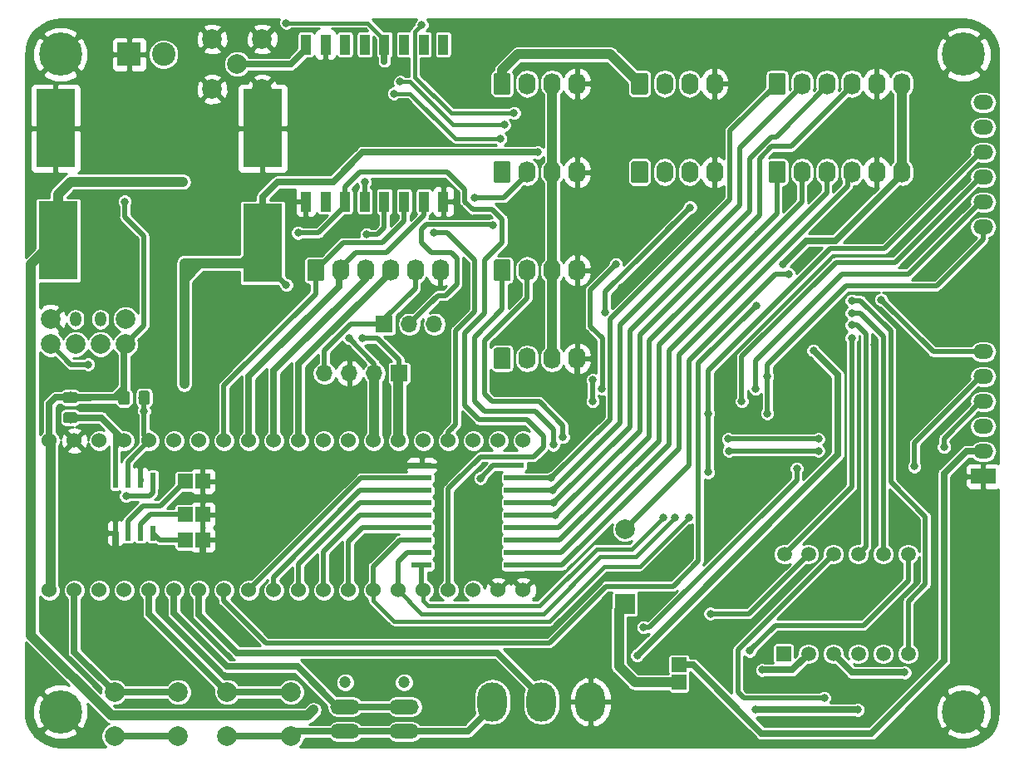
<source format=gbr>
G04 #@! TF.GenerationSoftware,KiCad,Pcbnew,5.0.2*
G04 #@! TF.CreationDate,2019-07-25T16:39:25-03:00*
G04 #@! TF.ProjectId,ShieldEduIfspSTM32,53686965-6c64-4456-9475-496673705354,rev?*
G04 #@! TF.SameCoordinates,Original*
G04 #@! TF.FileFunction,Copper,L2,Bot*
G04 #@! TF.FilePolarity,Positive*
%FSLAX46Y46*%
G04 Gerber Fmt 4.6, Leading zero omitted, Abs format (unit mm)*
G04 Created by KiCad (PCBNEW 5.0.2) date qui 25 jul 2019 16:39:25 -03*
%MOMM*%
%LPD*%
G01*
G04 APERTURE LIST*
G04 #@! TA.AperFunction,SMDPad,CuDef*
%ADD10R,2.000000X0.600000*%
G04 #@! TD*
G04 #@! TA.AperFunction,Conductor*
%ADD11C,0.100000*%
G04 #@! TD*
G04 #@! TA.AperFunction,ComponentPad*
%ADD12C,1.740000*%
G04 #@! TD*
G04 #@! TA.AperFunction,ComponentPad*
%ADD13O,1.740000X2.200000*%
G04 #@! TD*
G04 #@! TA.AperFunction,ComponentPad*
%ADD14C,1.524000*%
G04 #@! TD*
G04 #@! TA.AperFunction,ComponentPad*
%ADD15C,4.400000*%
G04 #@! TD*
G04 #@! TA.AperFunction,ComponentPad*
%ADD16C,2.000000*%
G04 #@! TD*
G04 #@! TA.AperFunction,ComponentPad*
%ADD17R,2.000000X2.000000*%
G04 #@! TD*
G04 #@! TA.AperFunction,ComponentPad*
%ADD18R,2.500000X1.500000*%
G04 #@! TD*
G04 #@! TA.AperFunction,ComponentPad*
%ADD19O,2.000000X1.500000*%
G04 #@! TD*
G04 #@! TA.AperFunction,ComponentPad*
%ADD20R,2.400000X2.400000*%
G04 #@! TD*
G04 #@! TA.AperFunction,ComponentPad*
%ADD21C,2.400000*%
G04 #@! TD*
G04 #@! TA.AperFunction,ComponentPad*
%ADD22R,1.524000X1.524000*%
G04 #@! TD*
G04 #@! TA.AperFunction,SMDPad,CuDef*
%ADD23C,1.150000*%
G04 #@! TD*
G04 #@! TA.AperFunction,ComponentPad*
%ADD24O,2.999740X4.000500*%
G04 #@! TD*
G04 #@! TA.AperFunction,ComponentPad*
%ADD25C,1.200000*%
G04 #@! TD*
G04 #@! TA.AperFunction,ComponentPad*
%ADD26O,3.000000X1.500000*%
G04 #@! TD*
G04 #@! TA.AperFunction,SMDPad,CuDef*
%ADD27R,4.000000X8.000000*%
G04 #@! TD*
G04 #@! TA.AperFunction,SMDPad,CuDef*
%ADD28R,1.000000X2.000000*%
G04 #@! TD*
G04 #@! TA.AperFunction,ComponentPad*
%ADD29O,1.200000X1.500000*%
G04 #@! TD*
G04 #@! TA.AperFunction,SMDPad,CuDef*
%ADD30R,0.600000X1.550000*%
G04 #@! TD*
G04 #@! TA.AperFunction,ComponentPad*
%ADD31C,1.500000*%
G04 #@! TD*
G04 #@! TA.AperFunction,ComponentPad*
%ADD32R,1.500000X1.500000*%
G04 #@! TD*
G04 #@! TA.AperFunction,ComponentPad*
%ADD33R,1.700000X1.700000*%
G04 #@! TD*
G04 #@! TA.AperFunction,ComponentPad*
%ADD34O,1.700000X1.700000*%
G04 #@! TD*
G04 #@! TA.AperFunction,ViaPad*
%ADD35C,0.800000*%
G04 #@! TD*
G04 #@! TA.AperFunction,Conductor*
%ADD36C,0.700000*%
G04 #@! TD*
G04 #@! TA.AperFunction,Conductor*
%ADD37C,0.500000*%
G04 #@! TD*
G04 #@! TA.AperFunction,Conductor*
%ADD38C,1.000000*%
G04 #@! TD*
G04 #@! TA.AperFunction,Conductor*
%ADD39C,0.400000*%
G04 #@! TD*
G04 #@! TA.AperFunction,Conductor*
%ADD40C,0.254000*%
G04 #@! TD*
G04 APERTURE END LIST*
D10*
G04 #@! TO.P,U6,1*
G04 #@! TO.N,/PB11*
X144800000Y-97080000D03*
G04 #@! TO.P,U6,2*
G04 #@! TO.N,/PB10*
X144800000Y-95810000D03*
G04 #@! TO.P,U6,3*
G04 #@! TO.N,/PB1*
X144800000Y-94540000D03*
G04 #@! TO.P,U6,4*
G04 #@! TO.N,/PB0*
X144800000Y-93270000D03*
G04 #@! TO.P,U6,5*
G04 #@! TO.N,/PA7*
X144800000Y-92000000D03*
G04 #@! TO.P,U6,6*
G04 #@! TO.N,/PA6*
X144800000Y-90730000D03*
G04 #@! TO.P,U6,7*
G04 #@! TO.N,/PA5*
X144800000Y-89460000D03*
G04 #@! TO.P,U6,8*
G04 #@! TO.N,/PA4*
X144800000Y-88190000D03*
G04 #@! TO.P,U6,9*
G04 #@! TO.N,Earth*
X144800000Y-86920000D03*
G04 #@! TO.P,U6,10*
G04 #@! TO.N,VCC*
X154200000Y-86920000D03*
G04 #@! TO.P,U6,11*
G04 #@! TO.N,/IN4*
X154200000Y-88190000D03*
G04 #@! TO.P,U6,12*
G04 #@! TO.N,/IN3*
X154200000Y-89460000D03*
G04 #@! TO.P,U6,13*
G04 #@! TO.N,/IN2*
X154200000Y-90730000D03*
G04 #@! TO.P,U6,14*
G04 #@! TO.N,/IN1*
X154200000Y-92000000D03*
G04 #@! TO.P,U6,15*
G04 #@! TO.N,/OUT4*
X154200000Y-93270000D03*
G04 #@! TO.P,U6,16*
G04 #@! TO.N,/OUT3*
X154200000Y-94540000D03*
G04 #@! TO.P,U6,17*
G04 #@! TO.N,/OUT2*
X154200000Y-95810000D03*
G04 #@! TO.P,U6,18*
G04 #@! TO.N,/OUT1*
X154200000Y-97080000D03*
G04 #@! TD*
D11*
G04 #@! TO.N,/PB5*
G04 #@! TO.C,J6*
G36*
X134644505Y-65901204D02*
X134668773Y-65904804D01*
X134692572Y-65910765D01*
X134715671Y-65919030D01*
X134737850Y-65929520D01*
X134758893Y-65942132D01*
X134778599Y-65956747D01*
X134796777Y-65973223D01*
X134813253Y-65991401D01*
X134827868Y-66011107D01*
X134840480Y-66032150D01*
X134850970Y-66054329D01*
X134859235Y-66077428D01*
X134865196Y-66101227D01*
X134868796Y-66125495D01*
X134870000Y-66149999D01*
X134870000Y-67850001D01*
X134868796Y-67874505D01*
X134865196Y-67898773D01*
X134859235Y-67922572D01*
X134850970Y-67945671D01*
X134840480Y-67967850D01*
X134827868Y-67988893D01*
X134813253Y-68008599D01*
X134796777Y-68026777D01*
X134778599Y-68043253D01*
X134758893Y-68057868D01*
X134737850Y-68070480D01*
X134715671Y-68080970D01*
X134692572Y-68089235D01*
X134668773Y-68095196D01*
X134644505Y-68098796D01*
X134620001Y-68100000D01*
X133379999Y-68100000D01*
X133355495Y-68098796D01*
X133331227Y-68095196D01*
X133307428Y-68089235D01*
X133284329Y-68080970D01*
X133262150Y-68070480D01*
X133241107Y-68057868D01*
X133221401Y-68043253D01*
X133203223Y-68026777D01*
X133186747Y-68008599D01*
X133172132Y-67988893D01*
X133159520Y-67967850D01*
X133149030Y-67945671D01*
X133140765Y-67922572D01*
X133134804Y-67898773D01*
X133131204Y-67874505D01*
X133130000Y-67850001D01*
X133130000Y-66149999D01*
X133131204Y-66125495D01*
X133134804Y-66101227D01*
X133140765Y-66077428D01*
X133149030Y-66054329D01*
X133159520Y-66032150D01*
X133172132Y-66011107D01*
X133186747Y-65991401D01*
X133203223Y-65973223D01*
X133221401Y-65956747D01*
X133241107Y-65942132D01*
X133262150Y-65929520D01*
X133284329Y-65919030D01*
X133307428Y-65910765D01*
X133331227Y-65904804D01*
X133355495Y-65901204D01*
X133379999Y-65900000D01*
X134620001Y-65900000D01*
X134644505Y-65901204D01*
X134644505Y-65901204D01*
G37*
D12*
G04 #@! TD*
G04 #@! TO.P,J6,1*
G04 #@! TO.N,/PB5*
X134000000Y-67000000D03*
D13*
G04 #@! TO.P,J6,2*
G04 #@! TO.N,/PB4*
X136540000Y-67000000D03*
G04 #@! TO.P,J6,3*
G04 #@! TO.N,/PB3*
X139080000Y-67000000D03*
G04 #@! TO.P,J6,4*
G04 #@! TO.N,/PA15*
X141620000Y-67000000D03*
G04 #@! TO.P,J6,5*
G04 #@! TO.N,+3V3*
X144160000Y-67000000D03*
G04 #@! TO.P,J6,6*
G04 #@! TO.N,Earth*
X146700000Y-67000000D03*
G04 #@! TD*
D11*
G04 #@! TO.N,/PB8*
G04 #@! TO.C,J2*
G36*
X153644505Y-46901204D02*
X153668773Y-46904804D01*
X153692572Y-46910765D01*
X153715671Y-46919030D01*
X153737850Y-46929520D01*
X153758893Y-46942132D01*
X153778599Y-46956747D01*
X153796777Y-46973223D01*
X153813253Y-46991401D01*
X153827868Y-47011107D01*
X153840480Y-47032150D01*
X153850970Y-47054329D01*
X153859235Y-47077428D01*
X153865196Y-47101227D01*
X153868796Y-47125495D01*
X153870000Y-47149999D01*
X153870000Y-48850001D01*
X153868796Y-48874505D01*
X153865196Y-48898773D01*
X153859235Y-48922572D01*
X153850970Y-48945671D01*
X153840480Y-48967850D01*
X153827868Y-48988893D01*
X153813253Y-49008599D01*
X153796777Y-49026777D01*
X153778599Y-49043253D01*
X153758893Y-49057868D01*
X153737850Y-49070480D01*
X153715671Y-49080970D01*
X153692572Y-49089235D01*
X153668773Y-49095196D01*
X153644505Y-49098796D01*
X153620001Y-49100000D01*
X152379999Y-49100000D01*
X152355495Y-49098796D01*
X152331227Y-49095196D01*
X152307428Y-49089235D01*
X152284329Y-49080970D01*
X152262150Y-49070480D01*
X152241107Y-49057868D01*
X152221401Y-49043253D01*
X152203223Y-49026777D01*
X152186747Y-49008599D01*
X152172132Y-48988893D01*
X152159520Y-48967850D01*
X152149030Y-48945671D01*
X152140765Y-48922572D01*
X152134804Y-48898773D01*
X152131204Y-48874505D01*
X152130000Y-48850001D01*
X152130000Y-47149999D01*
X152131204Y-47125495D01*
X152134804Y-47101227D01*
X152140765Y-47077428D01*
X152149030Y-47054329D01*
X152159520Y-47032150D01*
X152172132Y-47011107D01*
X152186747Y-46991401D01*
X152203223Y-46973223D01*
X152221401Y-46956747D01*
X152241107Y-46942132D01*
X152262150Y-46929520D01*
X152284329Y-46919030D01*
X152307428Y-46910765D01*
X152331227Y-46904804D01*
X152355495Y-46901204D01*
X152379999Y-46900000D01*
X153620001Y-46900000D01*
X153644505Y-46901204D01*
X153644505Y-46901204D01*
G37*
D12*
G04 #@! TD*
G04 #@! TO.P,J2,1*
G04 #@! TO.N,/PB8*
X153000000Y-48000000D03*
D13*
G04 #@! TO.P,J2,2*
G04 #@! TO.N,/PB9*
X155540000Y-48000000D03*
G04 #@! TO.P,J2,3*
G04 #@! TO.N,/VCOM*
X158080000Y-48000000D03*
G04 #@! TO.P,J2,4*
G04 #@! TO.N,Earth*
X160620000Y-48000000D03*
G04 #@! TD*
D14*
G04 #@! TO.P,U1,1*
G04 #@! TO.N,+3V3*
X106870000Y-99620000D03*
G04 #@! TO.P,U1,2*
G04 #@! TO.N,/PC13*
X109410000Y-99620000D03*
G04 #@! TO.P,U1,3*
G04 #@! TO.N,Net-(U1-Pad3)*
X111950000Y-99620000D03*
G04 #@! TO.P,U1,4*
G04 #@! TO.N,Net-(U1-Pad4)*
X114490000Y-99620000D03*
G04 #@! TO.P,U1,5*
G04 #@! TO.N,/PA0*
X117030000Y-99620000D03*
G04 #@! TO.P,U1,6*
G04 #@! TO.N,/PA1*
X119570000Y-99620000D03*
G04 #@! TO.P,U1,7*
G04 #@! TO.N,/PA2*
X122110000Y-99620000D03*
G04 #@! TO.P,U1,8*
G04 #@! TO.N,/PA3*
X124650000Y-99620000D03*
G04 #@! TO.P,U1,9*
G04 #@! TO.N,/PA4*
X127190000Y-99620000D03*
G04 #@! TO.P,U1,10*
G04 #@! TO.N,/PA5*
X129730000Y-99620000D03*
G04 #@! TO.P,U1,11*
G04 #@! TO.N,/PA6*
X132270000Y-99620000D03*
G04 #@! TO.P,U1,12*
G04 #@! TO.N,/PA7*
X134810000Y-99620000D03*
G04 #@! TO.P,U1,13*
G04 #@! TO.N,/PB0*
X137350000Y-99620000D03*
G04 #@! TO.P,U1,14*
G04 #@! TO.N,/PB1*
X139890000Y-99620000D03*
G04 #@! TO.P,U1,15*
G04 #@! TO.N,/PB10*
X142430000Y-99620000D03*
G04 #@! TO.P,U1,16*
G04 #@! TO.N,/PB11*
X144970000Y-99620000D03*
G04 #@! TO.P,U1,17*
G04 #@! TO.N,/RST*
X147510000Y-99620000D03*
G04 #@! TO.P,U1,18*
G04 #@! TO.N,+3V3*
X150050000Y-99620000D03*
G04 #@! TO.P,U1,19*
G04 #@! TO.N,Earth*
X152590000Y-99620000D03*
G04 #@! TO.P,U1,20*
X155130000Y-99620000D03*
G04 #@! TO.P,U1,21*
G04 #@! TO.N,/PB12*
X155130000Y-84380000D03*
G04 #@! TO.P,U1,22*
G04 #@! TO.N,/PB13*
X152590000Y-84380000D03*
G04 #@! TO.P,U1,23*
G04 #@! TO.N,/PB14*
X150050000Y-84380000D03*
G04 #@! TO.P,U1,24*
G04 #@! TO.N,/PB15*
X147510000Y-84380000D03*
G04 #@! TO.P,U1,25*
G04 #@! TO.N,/PA8*
X144970000Y-84380000D03*
G04 #@! TO.P,U1,26*
G04 #@! TO.N,/PA9*
X142430000Y-84380000D03*
G04 #@! TO.P,U1,27*
G04 #@! TO.N,/PA10*
X139890000Y-84380000D03*
G04 #@! TO.P,U1,28*
G04 #@! TO.N,/PA11*
X137350000Y-84380000D03*
G04 #@! TO.P,U1,29*
G04 #@! TO.N,/PA12*
X134810000Y-84380000D03*
G04 #@! TO.P,U1,30*
G04 #@! TO.N,/PA15*
X132270000Y-84380000D03*
G04 #@! TO.P,U1,31*
G04 #@! TO.N,/PB3*
X129730000Y-84380000D03*
G04 #@! TO.P,U1,32*
G04 #@! TO.N,/PB4*
X127190000Y-84380000D03*
G04 #@! TO.P,U1,33*
G04 #@! TO.N,/PB5*
X124650000Y-84380000D03*
G04 #@! TO.P,U1,34*
G04 #@! TO.N,/PB6*
X122110000Y-84380000D03*
G04 #@! TO.P,U1,35*
G04 #@! TO.N,/PB7*
X119570000Y-84380000D03*
G04 #@! TO.P,U1,36*
G04 #@! TO.N,/PB8*
X117030000Y-84380000D03*
G04 #@! TO.P,U1,37*
G04 #@! TO.N,/PB9*
X114490000Y-84380000D03*
G04 #@! TO.P,U1,38*
G04 #@! TO.N,+5V*
X111950000Y-84380000D03*
G04 #@! TO.P,U1,39*
G04 #@! TO.N,Earth*
X109410000Y-84380000D03*
G04 #@! TO.P,U1,40*
G04 #@! TO.N,+3V3*
X106870000Y-84380000D03*
G04 #@! TD*
D15*
G04 #@! TO.P,REF\002A\002A,1*
G04 #@! TO.N,Earth*
X200000000Y-112000000D03*
G04 #@! TD*
G04 #@! TO.P,REF\002A\002A,1*
G04 #@! TO.N,Earth*
X200000000Y-45000000D03*
G04 #@! TD*
G04 #@! TO.P,REF\002A\002A,1*
G04 #@! TO.N,Earth*
X108000000Y-45000000D03*
G04 #@! TD*
G04 #@! TO.P,REF\002A\002A,1*
G04 #@! TO.N,Earth*
X108000000Y-112000000D03*
G04 #@! TD*
D16*
G04 #@! TO.P,AE1,1*
G04 #@! TO.N,Net-(AE1-Pad1)*
X126000000Y-46000000D03*
G04 #@! TO.P,AE1,2*
G04 #@! TO.N,Earth*
X128550000Y-48550000D03*
X128550000Y-43450000D03*
X123450000Y-43450000D03*
X123450000Y-48550000D03*
G04 #@! TD*
D17*
G04 #@! TO.P,BZ1,1*
G04 #@! TO.N,Net-(BZ1-Pad1)*
X165500000Y-101000000D03*
D16*
G04 #@! TO.P,BZ1,2*
G04 #@! TO.N,/IHM/ENBZ*
X165500000Y-93400000D03*
G04 #@! TD*
D18*
G04 #@! TO.P,DS1,1*
G04 #@! TO.N,Earth*
X202000000Y-88000000D03*
D19*
G04 #@! TO.P,DS1,2*
G04 #@! TO.N,+5V*
X202000000Y-85460000D03*
G04 #@! TO.P,DS1,3*
G04 #@! TO.N,Net-(DS1-Pad3)*
X202000000Y-82920000D03*
G04 #@! TO.P,DS1,4*
G04 #@! TO.N,/IHM/PD6*
X202000000Y-80380000D03*
G04 #@! TO.P,DS1,5*
G04 #@! TO.N,/IHM/PD2*
X202000000Y-77840000D03*
G04 #@! TO.P,DS1,6*
G04 #@! TO.N,/IHM/PD8*
X202000000Y-75300000D03*
G04 #@! TO.P,DS1,11*
G04 #@! TO.N,/IHM/PD7*
X202000000Y-62600000D03*
G04 #@! TO.P,DS1,12*
G04 #@! TO.N,/IHM/PD6*
X202000000Y-60060000D03*
G04 #@! TO.P,DS1,13*
G04 #@! TO.N,/IHM/PD5*
X202000000Y-57520000D03*
G04 #@! TO.P,DS1,14*
G04 #@! TO.N,/IHM/PD4*
X202000000Y-54980000D03*
G04 #@! TO.P,DS1,15*
G04 #@! TO.N,+5V*
X202000000Y-52440000D03*
G04 #@! TO.P,DS1,16*
G04 #@! TO.N,Net-(DS1-Pad16)*
X202000000Y-49900000D03*
G04 #@! TD*
D20*
G04 #@! TO.P,J1,1*
G04 #@! TO.N,Earth*
X115000000Y-45000000D03*
D21*
G04 #@! TO.P,J1,2*
G04 #@! TO.N,Net-(D1-Pad2)*
X118500000Y-45000000D03*
G04 #@! TD*
D22*
G04 #@! TO.P,JP3,2*
G04 #@! TO.N,Net-(JP3-Pad2)*
X120722000Y-88500000D03*
G04 #@! TO.P,JP3,1*
G04 #@! TO.N,Earth*
X122500000Y-88500000D03*
G04 #@! TD*
G04 #@! TO.P,JP4,1*
G04 #@! TO.N,Earth*
X122500000Y-91900000D03*
G04 #@! TO.P,JP4,2*
G04 #@! TO.N,Net-(JP4-Pad2)*
X120722000Y-91900000D03*
G04 #@! TD*
G04 #@! TO.P,JP5,1*
G04 #@! TO.N,Earth*
X122500000Y-94500000D03*
G04 #@! TO.P,JP5,2*
G04 #@! TO.N,Net-(JP5-Pad2)*
X120722000Y-94500000D03*
G04 #@! TD*
G04 #@! TO.P,JP7,2*
G04 #@! TO.N,Net-(BZ1-Pad1)*
X171000000Y-109000000D03*
G04 #@! TO.P,JP7,1*
G04 #@! TO.N,+5V*
X171000000Y-107222000D03*
G04 #@! TD*
D11*
G04 #@! TO.N,+3V3*
G04 #@! TO.C,R20*
G36*
X109474505Y-79401204D02*
X109498773Y-79404804D01*
X109522572Y-79410765D01*
X109545671Y-79419030D01*
X109567850Y-79429520D01*
X109588893Y-79442132D01*
X109608599Y-79456747D01*
X109626777Y-79473223D01*
X109643253Y-79491401D01*
X109657868Y-79511107D01*
X109670480Y-79532150D01*
X109680970Y-79554329D01*
X109689235Y-79577428D01*
X109695196Y-79601227D01*
X109698796Y-79625495D01*
X109700000Y-79649999D01*
X109700000Y-80300001D01*
X109698796Y-80324505D01*
X109695196Y-80348773D01*
X109689235Y-80372572D01*
X109680970Y-80395671D01*
X109670480Y-80417850D01*
X109657868Y-80438893D01*
X109643253Y-80458599D01*
X109626777Y-80476777D01*
X109608599Y-80493253D01*
X109588893Y-80507868D01*
X109567850Y-80520480D01*
X109545671Y-80530970D01*
X109522572Y-80539235D01*
X109498773Y-80545196D01*
X109474505Y-80548796D01*
X109450001Y-80550000D01*
X108549999Y-80550000D01*
X108525495Y-80548796D01*
X108501227Y-80545196D01*
X108477428Y-80539235D01*
X108454329Y-80530970D01*
X108432150Y-80520480D01*
X108411107Y-80507868D01*
X108391401Y-80493253D01*
X108373223Y-80476777D01*
X108356747Y-80458599D01*
X108342132Y-80438893D01*
X108329520Y-80417850D01*
X108319030Y-80395671D01*
X108310765Y-80372572D01*
X108304804Y-80348773D01*
X108301204Y-80324505D01*
X108300000Y-80300001D01*
X108300000Y-79649999D01*
X108301204Y-79625495D01*
X108304804Y-79601227D01*
X108310765Y-79577428D01*
X108319030Y-79554329D01*
X108329520Y-79532150D01*
X108342132Y-79511107D01*
X108356747Y-79491401D01*
X108373223Y-79473223D01*
X108391401Y-79456747D01*
X108411107Y-79442132D01*
X108432150Y-79429520D01*
X108454329Y-79419030D01*
X108477428Y-79410765D01*
X108501227Y-79404804D01*
X108525495Y-79401204D01*
X108549999Y-79400000D01*
X109450001Y-79400000D01*
X109474505Y-79401204D01*
X109474505Y-79401204D01*
G37*
D23*
G04 #@! TD*
G04 #@! TO.P,R20,1*
G04 #@! TO.N,+3V3*
X109000000Y-79975000D03*
D11*
G04 #@! TO.N,/PB9*
G04 #@! TO.C,R20*
G36*
X109474505Y-81451204D02*
X109498773Y-81454804D01*
X109522572Y-81460765D01*
X109545671Y-81469030D01*
X109567850Y-81479520D01*
X109588893Y-81492132D01*
X109608599Y-81506747D01*
X109626777Y-81523223D01*
X109643253Y-81541401D01*
X109657868Y-81561107D01*
X109670480Y-81582150D01*
X109680970Y-81604329D01*
X109689235Y-81627428D01*
X109695196Y-81651227D01*
X109698796Y-81675495D01*
X109700000Y-81699999D01*
X109700000Y-82350001D01*
X109698796Y-82374505D01*
X109695196Y-82398773D01*
X109689235Y-82422572D01*
X109680970Y-82445671D01*
X109670480Y-82467850D01*
X109657868Y-82488893D01*
X109643253Y-82508599D01*
X109626777Y-82526777D01*
X109608599Y-82543253D01*
X109588893Y-82557868D01*
X109567850Y-82570480D01*
X109545671Y-82580970D01*
X109522572Y-82589235D01*
X109498773Y-82595196D01*
X109474505Y-82598796D01*
X109450001Y-82600000D01*
X108549999Y-82600000D01*
X108525495Y-82598796D01*
X108501227Y-82595196D01*
X108477428Y-82589235D01*
X108454329Y-82580970D01*
X108432150Y-82570480D01*
X108411107Y-82557868D01*
X108391401Y-82543253D01*
X108373223Y-82526777D01*
X108356747Y-82508599D01*
X108342132Y-82488893D01*
X108329520Y-82467850D01*
X108319030Y-82445671D01*
X108310765Y-82422572D01*
X108304804Y-82398773D01*
X108301204Y-82374505D01*
X108300000Y-82350001D01*
X108300000Y-81699999D01*
X108301204Y-81675495D01*
X108304804Y-81651227D01*
X108310765Y-81627428D01*
X108319030Y-81604329D01*
X108329520Y-81582150D01*
X108342132Y-81561107D01*
X108356747Y-81541401D01*
X108373223Y-81523223D01*
X108391401Y-81506747D01*
X108411107Y-81492132D01*
X108432150Y-81479520D01*
X108454329Y-81469030D01*
X108477428Y-81460765D01*
X108501227Y-81454804D01*
X108525495Y-81451204D01*
X108549999Y-81450000D01*
X109450001Y-81450000D01*
X109474505Y-81451204D01*
X109474505Y-81451204D01*
G37*
D23*
G04 #@! TD*
G04 #@! TO.P,R20,2*
G04 #@! TO.N,/PB9*
X109000000Y-82025000D03*
D11*
G04 #@! TO.N,/PB8*
G04 #@! TO.C,R21*
G36*
X116874505Y-79301204D02*
X116898773Y-79304804D01*
X116922572Y-79310765D01*
X116945671Y-79319030D01*
X116967850Y-79329520D01*
X116988893Y-79342132D01*
X117008599Y-79356747D01*
X117026777Y-79373223D01*
X117043253Y-79391401D01*
X117057868Y-79411107D01*
X117070480Y-79432150D01*
X117080970Y-79454329D01*
X117089235Y-79477428D01*
X117095196Y-79501227D01*
X117098796Y-79525495D01*
X117100000Y-79549999D01*
X117100000Y-80450001D01*
X117098796Y-80474505D01*
X117095196Y-80498773D01*
X117089235Y-80522572D01*
X117080970Y-80545671D01*
X117070480Y-80567850D01*
X117057868Y-80588893D01*
X117043253Y-80608599D01*
X117026777Y-80626777D01*
X117008599Y-80643253D01*
X116988893Y-80657868D01*
X116967850Y-80670480D01*
X116945671Y-80680970D01*
X116922572Y-80689235D01*
X116898773Y-80695196D01*
X116874505Y-80698796D01*
X116850001Y-80700000D01*
X116199999Y-80700000D01*
X116175495Y-80698796D01*
X116151227Y-80695196D01*
X116127428Y-80689235D01*
X116104329Y-80680970D01*
X116082150Y-80670480D01*
X116061107Y-80657868D01*
X116041401Y-80643253D01*
X116023223Y-80626777D01*
X116006747Y-80608599D01*
X115992132Y-80588893D01*
X115979520Y-80567850D01*
X115969030Y-80545671D01*
X115960765Y-80522572D01*
X115954804Y-80498773D01*
X115951204Y-80474505D01*
X115950000Y-80450001D01*
X115950000Y-79549999D01*
X115951204Y-79525495D01*
X115954804Y-79501227D01*
X115960765Y-79477428D01*
X115969030Y-79454329D01*
X115979520Y-79432150D01*
X115992132Y-79411107D01*
X116006747Y-79391401D01*
X116023223Y-79373223D01*
X116041401Y-79356747D01*
X116061107Y-79342132D01*
X116082150Y-79329520D01*
X116104329Y-79319030D01*
X116127428Y-79310765D01*
X116151227Y-79304804D01*
X116175495Y-79301204D01*
X116199999Y-79300000D01*
X116850001Y-79300000D01*
X116874505Y-79301204D01*
X116874505Y-79301204D01*
G37*
D23*
G04 #@! TD*
G04 #@! TO.P,R21,2*
G04 #@! TO.N,/PB8*
X116525000Y-80000000D03*
D11*
G04 #@! TO.N,+3V3*
G04 #@! TO.C,R21*
G36*
X114824505Y-79301204D02*
X114848773Y-79304804D01*
X114872572Y-79310765D01*
X114895671Y-79319030D01*
X114917850Y-79329520D01*
X114938893Y-79342132D01*
X114958599Y-79356747D01*
X114976777Y-79373223D01*
X114993253Y-79391401D01*
X115007868Y-79411107D01*
X115020480Y-79432150D01*
X115030970Y-79454329D01*
X115039235Y-79477428D01*
X115045196Y-79501227D01*
X115048796Y-79525495D01*
X115050000Y-79549999D01*
X115050000Y-80450001D01*
X115048796Y-80474505D01*
X115045196Y-80498773D01*
X115039235Y-80522572D01*
X115030970Y-80545671D01*
X115020480Y-80567850D01*
X115007868Y-80588893D01*
X114993253Y-80608599D01*
X114976777Y-80626777D01*
X114958599Y-80643253D01*
X114938893Y-80657868D01*
X114917850Y-80670480D01*
X114895671Y-80680970D01*
X114872572Y-80689235D01*
X114848773Y-80695196D01*
X114824505Y-80698796D01*
X114800001Y-80700000D01*
X114149999Y-80700000D01*
X114125495Y-80698796D01*
X114101227Y-80695196D01*
X114077428Y-80689235D01*
X114054329Y-80680970D01*
X114032150Y-80670480D01*
X114011107Y-80657868D01*
X113991401Y-80643253D01*
X113973223Y-80626777D01*
X113956747Y-80608599D01*
X113942132Y-80588893D01*
X113929520Y-80567850D01*
X113919030Y-80545671D01*
X113910765Y-80522572D01*
X113904804Y-80498773D01*
X113901204Y-80474505D01*
X113900000Y-80450001D01*
X113900000Y-79549999D01*
X113901204Y-79525495D01*
X113904804Y-79501227D01*
X113910765Y-79477428D01*
X113919030Y-79454329D01*
X113929520Y-79432150D01*
X113942132Y-79411107D01*
X113956747Y-79391401D01*
X113973223Y-79373223D01*
X113991401Y-79356747D01*
X114011107Y-79342132D01*
X114032150Y-79329520D01*
X114054329Y-79319030D01*
X114077428Y-79310765D01*
X114101227Y-79304804D01*
X114125495Y-79301204D01*
X114149999Y-79300000D01*
X114800001Y-79300000D01*
X114824505Y-79301204D01*
X114824505Y-79301204D01*
G37*
D23*
G04 #@! TD*
G04 #@! TO.P,R21,1*
G04 #@! TO.N,+3V3*
X114475000Y-80000000D03*
D24*
G04 #@! TO.P,RV2,1*
G04 #@! TO.N,Earth*
X162000000Y-111000000D03*
G04 #@! TO.P,RV2,3*
G04 #@! TO.N,+3V3*
X151997480Y-111000000D03*
G04 #@! TO.P,RV2,2*
G04 #@! TO.N,/PA2*
X156998740Y-111000000D03*
G04 #@! TD*
D25*
G04 #@! TO.P,SW3,6*
G04 #@! TO.N,Net-(SW3-Pad6)*
X143000000Y-109000000D03*
D26*
G04 #@! TO.P,SW3,5*
G04 #@! TO.N,/PA1*
X143000000Y-111500000D03*
G04 #@! TO.P,SW3,4*
G04 #@! TO.N,+3V3*
X143000000Y-114000000D03*
G04 #@! TO.P,SW3,3*
X137000000Y-114000000D03*
G04 #@! TO.P,SW3,2*
G04 #@! TO.N,/PA1*
X137000000Y-111500000D03*
D25*
G04 #@! TO.P,SW3,1*
G04 #@! TO.N,Net-(SW3-Pad1)*
X137000000Y-109000000D03*
G04 #@! TD*
D16*
G04 #@! TO.P,SW2,1*
G04 #@! TO.N,/PA0*
X131500000Y-110000000D03*
G04 #@! TO.P,SW2,2*
G04 #@! TO.N,+3V3*
X131500000Y-114500000D03*
G04 #@! TO.P,SW2,1*
G04 #@! TO.N,/PA0*
X125000000Y-110000000D03*
G04 #@! TO.P,SW2,2*
G04 #@! TO.N,+3V3*
X125000000Y-114500000D03*
G04 #@! TD*
G04 #@! TO.P,SW1,2*
G04 #@! TO.N,Net-(R1-Pad1)*
X113500000Y-114500000D03*
G04 #@! TO.P,SW1,1*
G04 #@! TO.N,/PC13*
X113500000Y-110000000D03*
G04 #@! TO.P,SW1,2*
G04 #@! TO.N,Net-(R1-Pad1)*
X120000000Y-114500000D03*
G04 #@! TO.P,SW1,1*
G04 #@! TO.N,/PC13*
X120000000Y-110000000D03*
G04 #@! TD*
D27*
G04 #@! TO.P,U2,1*
G04 #@! TO.N,VCC*
X107762000Y-63970000D03*
G04 #@! TO.P,U2,2*
G04 #@! TO.N,Earth*
X107508000Y-52540000D03*
G04 #@! TO.P,U2,3*
X128590000Y-52540000D03*
G04 #@! TO.P,U2,4*
G04 #@! TO.N,+5V*
X128590000Y-64224000D03*
G04 #@! TD*
D28*
G04 #@! TO.P,U4,1*
G04 #@! TO.N,Earth*
X147000000Y-60000000D03*
G04 #@! TO.P,U4,2*
G04 #@! TO.N,/PB4*
X145000000Y-60000000D03*
G04 #@! TO.P,U4,3*
G04 #@! TO.N,/PB5*
X143000000Y-60000000D03*
G04 #@! TO.P,U4,4*
G04 #@! TO.N,/PB3*
X141000000Y-60000000D03*
G04 #@! TO.P,U4,5*
G04 #@! TO.N,/PB15*
X139000000Y-60000000D03*
G04 #@! TO.P,U4,6*
G04 #@! TO.N,/RST*
X137000000Y-60000000D03*
G04 #@! TO.P,U4,7*
G04 #@! TO.N,Net-(U4-Pad7)*
X135000000Y-60000000D03*
G04 #@! TO.P,U4,8*
G04 #@! TO.N,Earth*
X133000000Y-60000000D03*
G04 #@! TO.P,U4,9*
G04 #@! TO.N,Net-(AE1-Pad1)*
X133000000Y-44000000D03*
G04 #@! TO.P,U4,10*
G04 #@! TO.N,Earth*
X135000000Y-44000000D03*
G04 #@! TO.P,U4,11*
G04 #@! TO.N,Net-(U4-Pad11)*
X137000000Y-44000000D03*
G04 #@! TO.P,U4,12*
G04 #@! TO.N,Net-(U4-Pad12)*
X139000000Y-44000000D03*
G04 #@! TO.P,U4,13*
G04 #@! TO.N,+3V3*
X141000000Y-44000000D03*
G04 #@! TO.P,U4,14*
G04 #@! TO.N,Net-(U4-Pad14)*
X143000000Y-44000000D03*
G04 #@! TO.P,U4,15*
G04 #@! TO.N,Net-(U4-Pad15)*
X145000000Y-44000000D03*
G04 #@! TO.P,U4,16*
G04 #@! TO.N,Net-(U4-Pad16)*
X147000000Y-44000000D03*
G04 #@! TD*
D16*
G04 #@! TO.P,U5,1*
G04 #@! TO.N,Earth*
X107000000Y-72000000D03*
D29*
G04 #@! TO.P,U5,2*
G04 #@! TO.N,Net-(U5-Pad2)*
X109540000Y-72000000D03*
G04 #@! TO.P,U5,3*
G04 #@! TO.N,Net-(U5-Pad3)*
X112080000Y-72000000D03*
D16*
G04 #@! TO.P,U5,4*
G04 #@! TO.N,/PA9*
X114620000Y-72000000D03*
G04 #@! TO.P,U5,5*
G04 #@! TO.N,/PA10*
X107000000Y-74540000D03*
G04 #@! TO.P,U5,6*
G04 #@! TO.N,/PA8*
X109540000Y-74540000D03*
G04 #@! TO.P,U5,7*
G04 #@! TO.N,/RST*
X112080000Y-74540000D03*
G04 #@! TO.P,U5,8*
G04 #@! TO.N,+3V3*
X114620000Y-74540000D03*
G04 #@! TD*
D30*
G04 #@! TO.P,U8,1*
G04 #@! TO.N,Net-(JP5-Pad2)*
X117405000Y-93800000D03*
G04 #@! TO.P,U8,2*
G04 #@! TO.N,Net-(JP4-Pad2)*
X116135000Y-93800000D03*
G04 #@! TO.P,U8,3*
G04 #@! TO.N,Net-(JP3-Pad2)*
X114865000Y-93800000D03*
G04 #@! TO.P,U8,4*
G04 #@! TO.N,Earth*
X113595000Y-93800000D03*
G04 #@! TO.P,U8,5*
G04 #@! TO.N,/PB9*
X113595000Y-88400000D03*
G04 #@! TO.P,U8,6*
G04 #@! TO.N,/PB8*
X114865000Y-88400000D03*
G04 #@! TO.P,U8,7*
G04 #@! TO.N,Earth*
X116135000Y-88400000D03*
G04 #@! TO.P,U8,8*
G04 #@! TO.N,+3V3*
X117405000Y-88400000D03*
G04 #@! TD*
D31*
G04 #@! TO.P,U11,12*
G04 #@! TO.N,/IHM/ENCA1*
X181741457Y-95935000D03*
G04 #@! TO.P,U11,11*
G04 #@! TO.N,/IHM/A*
X184201400Y-95935000D03*
G04 #@! TO.P,U11,10*
G04 #@! TO.N,/IHM/F*
X186741400Y-95935000D03*
G04 #@! TO.P,U11,9*
G04 #@! TO.N,/IHM/ENCA2*
X189281400Y-95935000D03*
G04 #@! TO.P,U11,8*
G04 #@! TO.N,/IHM/ENCA3*
X191821400Y-95935000D03*
G04 #@! TO.P,U11,7*
G04 #@! TO.N,/IHM/B*
X194361400Y-95935000D03*
G04 #@! TO.P,U11,6*
G04 #@! TO.N,/IHM/ENCA4*
X194361400Y-106095000D03*
G04 #@! TO.P,U11,5*
G04 #@! TO.N,/IHM/G*
X191821400Y-106095000D03*
G04 #@! TO.P,U11,4*
G04 #@! TO.N,/IHM/C*
X189281400Y-106095000D03*
G04 #@! TO.P,U11,3*
G04 #@! TO.N,/IHM/DPX*
X186741400Y-106095000D03*
G04 #@! TO.P,U11,2*
G04 #@! TO.N,/IHM/D*
X184201400Y-106095000D03*
D32*
G04 #@! TO.P,U11,1*
G04 #@! TO.N,/IHM/E*
X181661400Y-106095000D03*
G04 #@! TD*
D13*
G04 #@! TO.P,J3,4*
G04 #@! TO.N,Earth*
X174620000Y-48000000D03*
G04 #@! TO.P,J3,3*
G04 #@! TO.N,/VCOM*
X172080000Y-48000000D03*
G04 #@! TO.P,J3,2*
G04 #@! TO.N,/PB9*
X169540000Y-48000000D03*
D11*
G04 #@! TD*
G04 #@! TO.N,/PB8*
G04 #@! TO.C,J3*
G36*
X167644505Y-46901204D02*
X167668773Y-46904804D01*
X167692572Y-46910765D01*
X167715671Y-46919030D01*
X167737850Y-46929520D01*
X167758893Y-46942132D01*
X167778599Y-46956747D01*
X167796777Y-46973223D01*
X167813253Y-46991401D01*
X167827868Y-47011107D01*
X167840480Y-47032150D01*
X167850970Y-47054329D01*
X167859235Y-47077428D01*
X167865196Y-47101227D01*
X167868796Y-47125495D01*
X167870000Y-47149999D01*
X167870000Y-48850001D01*
X167868796Y-48874505D01*
X167865196Y-48898773D01*
X167859235Y-48922572D01*
X167850970Y-48945671D01*
X167840480Y-48967850D01*
X167827868Y-48988893D01*
X167813253Y-49008599D01*
X167796777Y-49026777D01*
X167778599Y-49043253D01*
X167758893Y-49057868D01*
X167737850Y-49070480D01*
X167715671Y-49080970D01*
X167692572Y-49089235D01*
X167668773Y-49095196D01*
X167644505Y-49098796D01*
X167620001Y-49100000D01*
X166379999Y-49100000D01*
X166355495Y-49098796D01*
X166331227Y-49095196D01*
X166307428Y-49089235D01*
X166284329Y-49080970D01*
X166262150Y-49070480D01*
X166241107Y-49057868D01*
X166221401Y-49043253D01*
X166203223Y-49026777D01*
X166186747Y-49008599D01*
X166172132Y-48988893D01*
X166159520Y-48967850D01*
X166149030Y-48945671D01*
X166140765Y-48922572D01*
X166134804Y-48898773D01*
X166131204Y-48874505D01*
X166130000Y-48850001D01*
X166130000Y-47149999D01*
X166131204Y-47125495D01*
X166134804Y-47101227D01*
X166140765Y-47077428D01*
X166149030Y-47054329D01*
X166159520Y-47032150D01*
X166172132Y-47011107D01*
X166186747Y-46991401D01*
X166203223Y-46973223D01*
X166221401Y-46956747D01*
X166241107Y-46942132D01*
X166262150Y-46929520D01*
X166284329Y-46919030D01*
X166307428Y-46910765D01*
X166331227Y-46904804D01*
X166355495Y-46901204D01*
X166379999Y-46900000D01*
X167620001Y-46900000D01*
X167644505Y-46901204D01*
X167644505Y-46901204D01*
G37*
D12*
G04 #@! TO.P,J3,1*
G04 #@! TO.N,/PB8*
X167000000Y-48000000D03*
G04 #@! TD*
D11*
G04 #@! TO.N,/PB6*
G04 #@! TO.C,J5*
G36*
X153644505Y-55901204D02*
X153668773Y-55904804D01*
X153692572Y-55910765D01*
X153715671Y-55919030D01*
X153737850Y-55929520D01*
X153758893Y-55942132D01*
X153778599Y-55956747D01*
X153796777Y-55973223D01*
X153813253Y-55991401D01*
X153827868Y-56011107D01*
X153840480Y-56032150D01*
X153850970Y-56054329D01*
X153859235Y-56077428D01*
X153865196Y-56101227D01*
X153868796Y-56125495D01*
X153870000Y-56149999D01*
X153870000Y-57850001D01*
X153868796Y-57874505D01*
X153865196Y-57898773D01*
X153859235Y-57922572D01*
X153850970Y-57945671D01*
X153840480Y-57967850D01*
X153827868Y-57988893D01*
X153813253Y-58008599D01*
X153796777Y-58026777D01*
X153778599Y-58043253D01*
X153758893Y-58057868D01*
X153737850Y-58070480D01*
X153715671Y-58080970D01*
X153692572Y-58089235D01*
X153668773Y-58095196D01*
X153644505Y-58098796D01*
X153620001Y-58100000D01*
X152379999Y-58100000D01*
X152355495Y-58098796D01*
X152331227Y-58095196D01*
X152307428Y-58089235D01*
X152284329Y-58080970D01*
X152262150Y-58070480D01*
X152241107Y-58057868D01*
X152221401Y-58043253D01*
X152203223Y-58026777D01*
X152186747Y-58008599D01*
X152172132Y-57988893D01*
X152159520Y-57967850D01*
X152149030Y-57945671D01*
X152140765Y-57922572D01*
X152134804Y-57898773D01*
X152131204Y-57874505D01*
X152130000Y-57850001D01*
X152130000Y-56149999D01*
X152131204Y-56125495D01*
X152134804Y-56101227D01*
X152140765Y-56077428D01*
X152149030Y-56054329D01*
X152159520Y-56032150D01*
X152172132Y-56011107D01*
X152186747Y-55991401D01*
X152203223Y-55973223D01*
X152221401Y-55956747D01*
X152241107Y-55942132D01*
X152262150Y-55929520D01*
X152284329Y-55919030D01*
X152307428Y-55910765D01*
X152331227Y-55904804D01*
X152355495Y-55901204D01*
X152379999Y-55900000D01*
X153620001Y-55900000D01*
X153644505Y-55901204D01*
X153644505Y-55901204D01*
G37*
D12*
G04 #@! TD*
G04 #@! TO.P,J5,1*
G04 #@! TO.N,/PB6*
X153000000Y-57000000D03*
D13*
G04 #@! TO.P,J5,2*
G04 #@! TO.N,/PB7*
X155540000Y-57000000D03*
G04 #@! TO.P,J5,3*
G04 #@! TO.N,/VCOM*
X158080000Y-57000000D03*
G04 #@! TO.P,J5,4*
G04 #@! TO.N,Earth*
X160620000Y-57000000D03*
G04 #@! TD*
D33*
G04 #@! TO.P,J4,1*
G04 #@! TO.N,/PA9*
X142500000Y-77500000D03*
D34*
G04 #@! TO.P,J4,2*
G04 #@! TO.N,/PA10*
X139960000Y-77500000D03*
G04 #@! TO.P,J4,3*
G04 #@! TO.N,Earth*
X137420000Y-77500000D03*
G04 #@! TO.P,J4,4*
G04 #@! TO.N,+3V3*
X134880000Y-77500000D03*
G04 #@! TD*
D11*
G04 #@! TO.N,/AI0*
G04 #@! TO.C,J7*
G36*
X153644505Y-65901204D02*
X153668773Y-65904804D01*
X153692572Y-65910765D01*
X153715671Y-65919030D01*
X153737850Y-65929520D01*
X153758893Y-65942132D01*
X153778599Y-65956747D01*
X153796777Y-65973223D01*
X153813253Y-65991401D01*
X153827868Y-66011107D01*
X153840480Y-66032150D01*
X153850970Y-66054329D01*
X153859235Y-66077428D01*
X153865196Y-66101227D01*
X153868796Y-66125495D01*
X153870000Y-66149999D01*
X153870000Y-67850001D01*
X153868796Y-67874505D01*
X153865196Y-67898773D01*
X153859235Y-67922572D01*
X153850970Y-67945671D01*
X153840480Y-67967850D01*
X153827868Y-67988893D01*
X153813253Y-68008599D01*
X153796777Y-68026777D01*
X153778599Y-68043253D01*
X153758893Y-68057868D01*
X153737850Y-68070480D01*
X153715671Y-68080970D01*
X153692572Y-68089235D01*
X153668773Y-68095196D01*
X153644505Y-68098796D01*
X153620001Y-68100000D01*
X152379999Y-68100000D01*
X152355495Y-68098796D01*
X152331227Y-68095196D01*
X152307428Y-68089235D01*
X152284329Y-68080970D01*
X152262150Y-68070480D01*
X152241107Y-68057868D01*
X152221401Y-68043253D01*
X152203223Y-68026777D01*
X152186747Y-68008599D01*
X152172132Y-67988893D01*
X152159520Y-67967850D01*
X152149030Y-67945671D01*
X152140765Y-67922572D01*
X152134804Y-67898773D01*
X152131204Y-67874505D01*
X152130000Y-67850001D01*
X152130000Y-66149999D01*
X152131204Y-66125495D01*
X152134804Y-66101227D01*
X152140765Y-66077428D01*
X152149030Y-66054329D01*
X152159520Y-66032150D01*
X152172132Y-66011107D01*
X152186747Y-65991401D01*
X152203223Y-65973223D01*
X152221401Y-65956747D01*
X152241107Y-65942132D01*
X152262150Y-65929520D01*
X152284329Y-65919030D01*
X152307428Y-65910765D01*
X152331227Y-65904804D01*
X152355495Y-65901204D01*
X152379999Y-65900000D01*
X153620001Y-65900000D01*
X153644505Y-65901204D01*
X153644505Y-65901204D01*
G37*
D12*
G04 #@! TD*
G04 #@! TO.P,J7,1*
G04 #@! TO.N,/AI0*
X153000000Y-67000000D03*
D13*
G04 #@! TO.P,J7,2*
G04 #@! TO.N,/AI1*
X155540000Y-67000000D03*
G04 #@! TO.P,J7,3*
G04 #@! TO.N,/VCOM*
X158080000Y-67000000D03*
G04 #@! TO.P,J7,4*
G04 #@! TO.N,Earth*
X160620000Y-67000000D03*
G04 #@! TD*
G04 #@! TO.P,J8,4*
G04 #@! TO.N,Earth*
X160620000Y-76000000D03*
G04 #@! TO.P,J8,3*
G04 #@! TO.N,/VCOM*
X158080000Y-76000000D03*
G04 #@! TO.P,J8,2*
G04 #@! TO.N,/PA11*
X155540000Y-76000000D03*
D11*
G04 #@! TD*
G04 #@! TO.N,/PA12*
G04 #@! TO.C,J8*
G36*
X153644505Y-74901204D02*
X153668773Y-74904804D01*
X153692572Y-74910765D01*
X153715671Y-74919030D01*
X153737850Y-74929520D01*
X153758893Y-74942132D01*
X153778599Y-74956747D01*
X153796777Y-74973223D01*
X153813253Y-74991401D01*
X153827868Y-75011107D01*
X153840480Y-75032150D01*
X153850970Y-75054329D01*
X153859235Y-75077428D01*
X153865196Y-75101227D01*
X153868796Y-75125495D01*
X153870000Y-75149999D01*
X153870000Y-76850001D01*
X153868796Y-76874505D01*
X153865196Y-76898773D01*
X153859235Y-76922572D01*
X153850970Y-76945671D01*
X153840480Y-76967850D01*
X153827868Y-76988893D01*
X153813253Y-77008599D01*
X153796777Y-77026777D01*
X153778599Y-77043253D01*
X153758893Y-77057868D01*
X153737850Y-77070480D01*
X153715671Y-77080970D01*
X153692572Y-77089235D01*
X153668773Y-77095196D01*
X153644505Y-77098796D01*
X153620001Y-77100000D01*
X152379999Y-77100000D01*
X152355495Y-77098796D01*
X152331227Y-77095196D01*
X152307428Y-77089235D01*
X152284329Y-77080970D01*
X152262150Y-77070480D01*
X152241107Y-77057868D01*
X152221401Y-77043253D01*
X152203223Y-77026777D01*
X152186747Y-77008599D01*
X152172132Y-76988893D01*
X152159520Y-76967850D01*
X152149030Y-76945671D01*
X152140765Y-76922572D01*
X152134804Y-76898773D01*
X152131204Y-76874505D01*
X152130000Y-76850001D01*
X152130000Y-75149999D01*
X152131204Y-75125495D01*
X152134804Y-75101227D01*
X152140765Y-75077428D01*
X152149030Y-75054329D01*
X152159520Y-75032150D01*
X152172132Y-75011107D01*
X152186747Y-74991401D01*
X152203223Y-74973223D01*
X152221401Y-74956747D01*
X152241107Y-74942132D01*
X152262150Y-74929520D01*
X152284329Y-74919030D01*
X152307428Y-74910765D01*
X152331227Y-74904804D01*
X152355495Y-74901204D01*
X152379999Y-74900000D01*
X153620001Y-74900000D01*
X153644505Y-74901204D01*
X153644505Y-74901204D01*
G37*
D12*
G04 #@! TO.P,J8,1*
G04 #@! TO.N,/PA12*
X153000000Y-76000000D03*
G04 #@! TD*
D11*
G04 #@! TO.N,/IN4*
G04 #@! TO.C,J9*
G36*
X181644505Y-46901204D02*
X181668773Y-46904804D01*
X181692572Y-46910765D01*
X181715671Y-46919030D01*
X181737850Y-46929520D01*
X181758893Y-46942132D01*
X181778599Y-46956747D01*
X181796777Y-46973223D01*
X181813253Y-46991401D01*
X181827868Y-47011107D01*
X181840480Y-47032150D01*
X181850970Y-47054329D01*
X181859235Y-47077428D01*
X181865196Y-47101227D01*
X181868796Y-47125495D01*
X181870000Y-47149999D01*
X181870000Y-48850001D01*
X181868796Y-48874505D01*
X181865196Y-48898773D01*
X181859235Y-48922572D01*
X181850970Y-48945671D01*
X181840480Y-48967850D01*
X181827868Y-48988893D01*
X181813253Y-49008599D01*
X181796777Y-49026777D01*
X181778599Y-49043253D01*
X181758893Y-49057868D01*
X181737850Y-49070480D01*
X181715671Y-49080970D01*
X181692572Y-49089235D01*
X181668773Y-49095196D01*
X181644505Y-49098796D01*
X181620001Y-49100000D01*
X180379999Y-49100000D01*
X180355495Y-49098796D01*
X180331227Y-49095196D01*
X180307428Y-49089235D01*
X180284329Y-49080970D01*
X180262150Y-49070480D01*
X180241107Y-49057868D01*
X180221401Y-49043253D01*
X180203223Y-49026777D01*
X180186747Y-49008599D01*
X180172132Y-48988893D01*
X180159520Y-48967850D01*
X180149030Y-48945671D01*
X180140765Y-48922572D01*
X180134804Y-48898773D01*
X180131204Y-48874505D01*
X180130000Y-48850001D01*
X180130000Y-47149999D01*
X180131204Y-47125495D01*
X180134804Y-47101227D01*
X180140765Y-47077428D01*
X180149030Y-47054329D01*
X180159520Y-47032150D01*
X180172132Y-47011107D01*
X180186747Y-46991401D01*
X180203223Y-46973223D01*
X180221401Y-46956747D01*
X180241107Y-46942132D01*
X180262150Y-46929520D01*
X180284329Y-46919030D01*
X180307428Y-46910765D01*
X180331227Y-46904804D01*
X180355495Y-46901204D01*
X180379999Y-46900000D01*
X181620001Y-46900000D01*
X181644505Y-46901204D01*
X181644505Y-46901204D01*
G37*
D12*
G04 #@! TD*
G04 #@! TO.P,J9,1*
G04 #@! TO.N,/IN4*
X181000000Y-48000000D03*
D13*
G04 #@! TO.P,J9,2*
G04 #@! TO.N,/IN3*
X183540000Y-48000000D03*
G04 #@! TO.P,J9,3*
G04 #@! TO.N,/IN2*
X186080000Y-48000000D03*
G04 #@! TO.P,J9,4*
G04 #@! TO.N,/IN1*
X188620000Y-48000000D03*
G04 #@! TO.P,J9,5*
G04 #@! TO.N,Earth*
X191160000Y-48000000D03*
G04 #@! TO.P,J9,6*
G04 #@! TO.N,VCC*
X193700000Y-48000000D03*
G04 #@! TD*
G04 #@! TO.P,J10,6*
G04 #@! TO.N,VCC*
X193700000Y-57000000D03*
G04 #@! TO.P,J10,5*
G04 #@! TO.N,Earth*
X191160000Y-57000000D03*
G04 #@! TO.P,J10,4*
G04 #@! TO.N,/OUT1*
X188620000Y-57000000D03*
G04 #@! TO.P,J10,3*
G04 #@! TO.N,/OUT2*
X186080000Y-57000000D03*
G04 #@! TO.P,J10,2*
G04 #@! TO.N,/OUT3*
X183540000Y-57000000D03*
D11*
G04 #@! TD*
G04 #@! TO.N,/OUT4*
G04 #@! TO.C,J10*
G36*
X181644505Y-55901204D02*
X181668773Y-55904804D01*
X181692572Y-55910765D01*
X181715671Y-55919030D01*
X181737850Y-55929520D01*
X181758893Y-55942132D01*
X181778599Y-55956747D01*
X181796777Y-55973223D01*
X181813253Y-55991401D01*
X181827868Y-56011107D01*
X181840480Y-56032150D01*
X181850970Y-56054329D01*
X181859235Y-56077428D01*
X181865196Y-56101227D01*
X181868796Y-56125495D01*
X181870000Y-56149999D01*
X181870000Y-57850001D01*
X181868796Y-57874505D01*
X181865196Y-57898773D01*
X181859235Y-57922572D01*
X181850970Y-57945671D01*
X181840480Y-57967850D01*
X181827868Y-57988893D01*
X181813253Y-58008599D01*
X181796777Y-58026777D01*
X181778599Y-58043253D01*
X181758893Y-58057868D01*
X181737850Y-58070480D01*
X181715671Y-58080970D01*
X181692572Y-58089235D01*
X181668773Y-58095196D01*
X181644505Y-58098796D01*
X181620001Y-58100000D01*
X180379999Y-58100000D01*
X180355495Y-58098796D01*
X180331227Y-58095196D01*
X180307428Y-58089235D01*
X180284329Y-58080970D01*
X180262150Y-58070480D01*
X180241107Y-58057868D01*
X180221401Y-58043253D01*
X180203223Y-58026777D01*
X180186747Y-58008599D01*
X180172132Y-57988893D01*
X180159520Y-57967850D01*
X180149030Y-57945671D01*
X180140765Y-57922572D01*
X180134804Y-57898773D01*
X180131204Y-57874505D01*
X180130000Y-57850001D01*
X180130000Y-56149999D01*
X180131204Y-56125495D01*
X180134804Y-56101227D01*
X180140765Y-56077428D01*
X180149030Y-56054329D01*
X180159520Y-56032150D01*
X180172132Y-56011107D01*
X180186747Y-55991401D01*
X180203223Y-55973223D01*
X180221401Y-55956747D01*
X180241107Y-55942132D01*
X180262150Y-55929520D01*
X180284329Y-55919030D01*
X180307428Y-55910765D01*
X180331227Y-55904804D01*
X180355495Y-55901204D01*
X180379999Y-55900000D01*
X181620001Y-55900000D01*
X181644505Y-55901204D01*
X181644505Y-55901204D01*
G37*
D12*
G04 #@! TO.P,J10,1*
G04 #@! TO.N,/OUT4*
X181000000Y-57000000D03*
G04 #@! TD*
D11*
G04 #@! TO.N,/OUT_D14*
G04 #@! TO.C,J11*
G36*
X167644505Y-55901204D02*
X167668773Y-55904804D01*
X167692572Y-55910765D01*
X167715671Y-55919030D01*
X167737850Y-55929520D01*
X167758893Y-55942132D01*
X167778599Y-55956747D01*
X167796777Y-55973223D01*
X167813253Y-55991401D01*
X167827868Y-56011107D01*
X167840480Y-56032150D01*
X167850970Y-56054329D01*
X167859235Y-56077428D01*
X167865196Y-56101227D01*
X167868796Y-56125495D01*
X167870000Y-56149999D01*
X167870000Y-57850001D01*
X167868796Y-57874505D01*
X167865196Y-57898773D01*
X167859235Y-57922572D01*
X167850970Y-57945671D01*
X167840480Y-57967850D01*
X167827868Y-57988893D01*
X167813253Y-58008599D01*
X167796777Y-58026777D01*
X167778599Y-58043253D01*
X167758893Y-58057868D01*
X167737850Y-58070480D01*
X167715671Y-58080970D01*
X167692572Y-58089235D01*
X167668773Y-58095196D01*
X167644505Y-58098796D01*
X167620001Y-58100000D01*
X166379999Y-58100000D01*
X166355495Y-58098796D01*
X166331227Y-58095196D01*
X166307428Y-58089235D01*
X166284329Y-58080970D01*
X166262150Y-58070480D01*
X166241107Y-58057868D01*
X166221401Y-58043253D01*
X166203223Y-58026777D01*
X166186747Y-58008599D01*
X166172132Y-57988893D01*
X166159520Y-57967850D01*
X166149030Y-57945671D01*
X166140765Y-57922572D01*
X166134804Y-57898773D01*
X166131204Y-57874505D01*
X166130000Y-57850001D01*
X166130000Y-56149999D01*
X166131204Y-56125495D01*
X166134804Y-56101227D01*
X166140765Y-56077428D01*
X166149030Y-56054329D01*
X166159520Y-56032150D01*
X166172132Y-56011107D01*
X166186747Y-55991401D01*
X166203223Y-55973223D01*
X166221401Y-55956747D01*
X166241107Y-55942132D01*
X166262150Y-55929520D01*
X166284329Y-55919030D01*
X166307428Y-55910765D01*
X166331227Y-55904804D01*
X166355495Y-55901204D01*
X166379999Y-55900000D01*
X167620001Y-55900000D01*
X167644505Y-55901204D01*
X167644505Y-55901204D01*
G37*
D12*
G04 #@! TD*
G04 #@! TO.P,J11,1*
G04 #@! TO.N,/OUT_D14*
X167000000Y-57000000D03*
D13*
G04 #@! TO.P,J11,2*
G04 #@! TO.N,/OUT_D15*
X169540000Y-57000000D03*
G04 #@! TO.P,J11,3*
G04 #@! TO.N,VCC*
X172080000Y-57000000D03*
G04 #@! TO.P,J11,4*
G04 #@! TO.N,Earth*
X174620000Y-57000000D03*
G04 #@! TD*
D33*
G04 #@! TO.P,JP2,1*
G04 #@! TO.N,+3V3*
X141000000Y-72500000D03*
D34*
G04 #@! TO.P,JP2,2*
G04 #@! TO.N,/VCOM*
X143540000Y-72500000D03*
G04 #@! TO.P,JP2,3*
G04 #@! TO.N,+5V*
X146080000Y-72500000D03*
G04 #@! TD*
D35*
G04 #@! TO.N,Earth*
X165200000Y-68800000D03*
X176000000Y-76600000D03*
X163000000Y-81600000D03*
X133400000Y-92000000D03*
X198400000Y-71800000D03*
X108200000Y-101400000D03*
X108000000Y-105200000D03*
X186600000Y-62400000D03*
X190925000Y-74600000D03*
X183400000Y-66400000D03*
X118600000Y-75400000D03*
X160700000Y-83875000D03*
X134575000Y-81875000D03*
X146725000Y-77425000D03*
X111975000Y-78200000D03*
G04 #@! TO.N,/IHM/ENBZ*
X182200000Y-67400000D03*
G04 #@! TO.N,VCC*
X109000000Y-58000000D03*
X120500000Y-58000000D03*
X184700000Y-75180000D03*
X150800000Y-88200000D03*
X133800000Y-111800000D03*
X166750000Y-106250000D03*
X181600000Y-66400000D03*
G04 #@! TO.N,+5V*
X120600000Y-66280000D03*
X120600000Y-78600000D03*
X156600000Y-55000000D03*
X131000000Y-68500000D03*
G04 #@! TO.N,+3V3*
X107000000Y-95000000D03*
X114675000Y-90000000D03*
X114550000Y-60000000D03*
X131000000Y-41800000D03*
G04 #@! TO.N,/IHM/A*
X174200000Y-102000000D03*
G04 #@! TO.N,/IHM/B*
X178200000Y-105800000D03*
G04 #@! TO.N,/IHM/C*
X189200000Y-111800000D03*
X178800000Y-111800000D03*
G04 #@! TO.N,/IHM/D*
X179500000Y-107750000D03*
G04 #@! TO.N,/IHM/F*
X185800000Y-110600000D03*
G04 #@! TO.N,/IHM/DPX*
X194000000Y-108000000D03*
G04 #@! TO.N,/IHM/PD0*
X183000000Y-87200000D03*
X167400000Y-103400000D03*
G04 #@! TO.N,/IHM/PD1*
X176100000Y-85400000D03*
X185200000Y-85400000D03*
G04 #@! TO.N,/IHM/PD8*
X191600000Y-70000000D03*
X163516833Y-71281085D03*
X172141998Y-60600000D03*
G04 #@! TO.N,/IHM/PD2*
X176000000Y-84200000D03*
X195000000Y-87000000D03*
X185200000Y-84200000D03*
G04 #@! TO.N,/IHM/PD4*
X174000000Y-87600000D03*
X174000000Y-81600000D03*
G04 #@! TO.N,/IHM/PD5*
X177400000Y-80365000D03*
G04 #@! TO.N,/PB1*
X172000000Y-92200000D03*
X154200000Y-51000000D03*
X144800000Y-42000000D03*
G04 #@! TO.N,/IHM/PD6*
X198000000Y-85000000D03*
X178800000Y-79095000D03*
G04 #@! TO.N,/IHM/PD7*
X180000000Y-77800000D03*
X180000000Y-81600000D03*
G04 #@! TO.N,/PB10*
X170600000Y-92200000D03*
X153200000Y-52200000D03*
X142600000Y-47800000D03*
G04 #@! TO.N,/PB11*
X169400000Y-92200000D03*
X152800000Y-53600000D03*
X142000000Y-49000000D03*
G04 #@! TO.N,/RST*
X132200000Y-63200000D03*
G04 #@! TO.N,/PB13*
X162200000Y-78200000D03*
X162200000Y-80365000D03*
G04 #@! TO.N,/PB14*
X164600000Y-66400000D03*
X163150000Y-79095000D03*
G04 #@! TO.N,/IHM/ENCA1*
X188600000Y-73900000D03*
G04 #@! TO.N,/IHM/ENCA2*
X188600000Y-72600000D03*
G04 #@! TO.N,/IHM/ENCA3*
X188600000Y-71400000D03*
G04 #@! TO.N,/IHM/ENCA4*
X188600000Y-70100000D03*
G04 #@! TO.N,/PB8*
X116525000Y-81400000D03*
G04 #@! TO.N,/PA3*
X178900000Y-70600000D03*
G04 #@! TO.N,/PB7*
X150200000Y-59600000D03*
G04 #@! TO.N,/PA9*
X138800000Y-73950000D03*
G04 #@! TO.N,/PA10*
X110800000Y-76600000D03*
X137400000Y-73950000D03*
G04 #@! TO.N,/PB3*
X139200000Y-63350000D03*
G04 #@! TO.N,/PB15*
X139000000Y-58000000D03*
X146000000Y-63200000D03*
G04 #@! TO.N,/IN1*
X158400000Y-92000000D03*
G04 #@! TO.N,/IN2*
X158270000Y-90730000D03*
G04 #@! TO.N,/IN3*
X158140000Y-89460000D03*
G04 #@! TO.N,/IN4*
X158010000Y-88190000D03*
G04 #@! TO.N,/VCOM*
X152050000Y-62400000D03*
G04 #@! TO.N,/AI0*
X158200000Y-84800000D03*
G04 #@! TO.N,/AI1*
X159200000Y-84000000D03*
G04 #@! TD*
D36*
G04 #@! TO.N,Net-(AE1-Pad1)*
X133000000Y-44500000D02*
X133000000Y-44000000D01*
X131500000Y-46000000D02*
X133000000Y-44500000D01*
X126000000Y-46000000D02*
X131500000Y-46000000D01*
G04 #@! TO.N,Earth*
X114620000Y-96300000D02*
X114820000Y-96300000D01*
X113595000Y-93800000D02*
X113595000Y-95275000D01*
X114620000Y-96300000D02*
X122100000Y-96300000D01*
X122162000Y-96300000D02*
X122100000Y-96300000D01*
X122500000Y-95962000D02*
X122162000Y-96300000D01*
X122500000Y-94500000D02*
X122500000Y-95962000D01*
X113595000Y-95275000D02*
X114620000Y-96300000D01*
D37*
X160620000Y-80043002D02*
X160620000Y-76000000D01*
X162176998Y-81600000D02*
X160620000Y-80043002D01*
X163000000Y-81600000D02*
X162176998Y-81600000D01*
X121962000Y-86500000D02*
X122500000Y-87038000D01*
X116760000Y-86500000D02*
X121962000Y-86500000D01*
X116135000Y-87125000D02*
X116760000Y-86500000D01*
X116135000Y-88400000D02*
X116135000Y-87125000D01*
X122500000Y-87038000D02*
X122500000Y-88500000D01*
X138480000Y-86920000D02*
X144800000Y-86920000D01*
X133400000Y-92000000D02*
X138480000Y-86920000D01*
D38*
G04 #@! TO.N,Net-(BZ1-Pad1)*
X171000000Y-109000000D02*
X169238000Y-109000000D01*
X164900000Y-107400000D02*
X164900000Y-101600000D01*
X164900000Y-101600000D02*
X165500000Y-101000000D01*
X166500000Y-109000000D02*
X164900000Y-107400000D01*
X171000000Y-109000000D02*
X166500000Y-109000000D01*
D37*
G04 #@! TO.N,/IHM/ENBZ*
X165500000Y-93400000D02*
X172000000Y-86900000D01*
X172000000Y-86900000D02*
X172000000Y-76241998D01*
X180841998Y-67400000D02*
X178350000Y-69891998D01*
X182200000Y-67400000D02*
X180841998Y-67400000D01*
X178350000Y-69891998D02*
X179641998Y-68600000D01*
X172000000Y-76241998D02*
X178350000Y-69891998D01*
D38*
G04 #@! TO.N,VCC*
X107762000Y-59238000D02*
X109000000Y-58000000D01*
X107762000Y-63970000D02*
X107762000Y-59238000D01*
X109000000Y-58000000D02*
X120500000Y-58000000D01*
X193700000Y-57000000D02*
X193700000Y-48000000D01*
D36*
X193700000Y-57230000D02*
X193700000Y-57000000D01*
X186930010Y-63999990D02*
X193700000Y-57230000D01*
X184000010Y-63999990D02*
X186930010Y-63999990D01*
X182400000Y-65600000D02*
X184000010Y-63999990D01*
D37*
X186050001Y-76530001D02*
X184700000Y-75180000D01*
D36*
X187200000Y-77680000D02*
X184700000Y-75180000D01*
D37*
X152080000Y-86920000D02*
X154200000Y-86920000D01*
X150800000Y-88200000D02*
X152080000Y-86920000D01*
D38*
X107762000Y-63970000D02*
X107430000Y-63970000D01*
X107430000Y-63970000D02*
X105000000Y-66400000D01*
X105000000Y-66400000D02*
X105000000Y-83800000D01*
X105000000Y-83800000D02*
X105000000Y-104200000D01*
X105000000Y-104200000D02*
X113200000Y-112400000D01*
X133200000Y-112400000D02*
X133800000Y-111800000D01*
X113200000Y-112400000D02*
X133200000Y-112400000D01*
D36*
X187200000Y-85800000D02*
X187200000Y-84500000D01*
X166750000Y-106250000D02*
X187200000Y-85800000D01*
X187200000Y-84500000D02*
X187200000Y-77680000D01*
X187200000Y-85000000D02*
X187200000Y-84500000D01*
X181600000Y-66400000D02*
X184000010Y-63999990D01*
D38*
G04 #@! TO.N,+5V*
X126534000Y-66280000D02*
X128590000Y-64224000D01*
D36*
X179440000Y-114200000D02*
X172462000Y-107222000D01*
X190600000Y-114200000D02*
X179440000Y-114200000D01*
X198000000Y-106800000D02*
X190600000Y-114200000D01*
X198000000Y-87760000D02*
X198000000Y-106800000D01*
X172462000Y-107222000D02*
X171000000Y-107222000D01*
X200300000Y-85460000D02*
X198000000Y-87760000D01*
X202000000Y-85460000D02*
X200300000Y-85460000D01*
X120600000Y-66280000D02*
X120600000Y-67800000D01*
D37*
X120600000Y-78600000D02*
X120600000Y-67800000D01*
D38*
X120600000Y-67880000D02*
X122200000Y-66280000D01*
X120600000Y-68400000D02*
X120600000Y-67880000D01*
X120600000Y-68400000D02*
X120600000Y-78600000D01*
X120600000Y-66280000D02*
X120600000Y-68400000D01*
X120600000Y-66280000D02*
X122200000Y-66280000D01*
X122200000Y-66280000D02*
X126534000Y-66280000D01*
D36*
X128590000Y-64224000D02*
X128590000Y-59524000D01*
X128590000Y-59524000D02*
X130114000Y-58000000D01*
X130114000Y-58000000D02*
X135800000Y-58000000D01*
D37*
X128590000Y-66090000D02*
X128590000Y-64224000D01*
X131000000Y-68500000D02*
X128590000Y-66090000D01*
D36*
X138800000Y-55000000D02*
X135800000Y-58000000D01*
X156600000Y-55000000D02*
X138800000Y-55000000D01*
G04 #@! TO.N,+3V3*
X125000000Y-114500000D02*
X131500000Y-114500000D01*
X143000000Y-114000000D02*
X137000000Y-114000000D01*
X132000000Y-114000000D02*
X131500000Y-114500000D01*
X137000000Y-114000000D02*
X132000000Y-114000000D01*
X149497860Y-114000000D02*
X151997480Y-111500380D01*
X151997480Y-111500380D02*
X151997480Y-111000000D01*
X143000000Y-114000000D02*
X149497860Y-114000000D01*
D38*
X107000000Y-84510000D02*
X106870000Y-84380000D01*
X107000000Y-95000000D02*
X107000000Y-95000000D01*
D36*
X141000000Y-44000000D02*
X141000000Y-45700000D01*
X144160000Y-66770000D02*
X144160000Y-67000000D01*
D38*
X107000000Y-95000000D02*
X107000000Y-84510000D01*
D37*
X117405000Y-88400000D02*
X117405000Y-89015002D01*
X117405000Y-89675000D02*
X117080000Y-90000000D01*
X117405000Y-88400000D02*
X117405000Y-89675000D01*
X115175000Y-90000000D02*
X117080000Y-90000000D01*
X114675000Y-90000000D02*
X117080000Y-90000000D01*
X114550000Y-61550000D02*
X114550000Y-60000000D01*
X116500000Y-63500000D02*
X114550000Y-61550000D01*
X114620000Y-74540000D02*
X116500000Y-72660000D01*
X116500000Y-72660000D02*
X116500000Y-63500000D01*
D36*
X109025000Y-80000000D02*
X109000000Y-79975000D01*
X110975000Y-80000000D02*
X109025000Y-80000000D01*
X106870000Y-84380000D02*
X106870000Y-80630000D01*
X107525000Y-79975000D02*
X109000000Y-79975000D01*
X106870000Y-80630000D02*
X107525000Y-79975000D01*
X109185000Y-79975000D02*
X109000000Y-79975000D01*
X114475000Y-74685000D02*
X114620000Y-74540000D01*
X114450000Y-79975000D02*
X114475000Y-80000000D01*
X113500000Y-79975000D02*
X114475000Y-79000000D01*
X112000000Y-79975000D02*
X114450000Y-79975000D01*
X114475000Y-79000000D02*
X114475000Y-74685000D01*
X112000000Y-79975000D02*
X113500000Y-79975000D01*
X109000000Y-79975000D02*
X112000000Y-79975000D01*
X114475000Y-80000000D02*
X114475000Y-79000000D01*
D37*
X144160000Y-67000000D02*
X144160000Y-67230000D01*
X134570000Y-77190000D02*
X134880000Y-77500000D01*
X144160000Y-67000000D02*
X144160000Y-68220000D01*
D38*
X107000000Y-99490000D02*
X106870000Y-99620000D01*
X107000000Y-95000000D02*
X107000000Y-99490000D01*
D39*
X139020002Y-41800000D02*
X131000000Y-41800000D01*
X141000000Y-43500000D02*
X139300000Y-41800000D01*
X141000000Y-44000000D02*
X141000000Y-43500000D01*
X139300000Y-41800000D02*
X139020002Y-41800000D01*
D37*
X134880000Y-77500000D02*
X134880000Y-75320000D01*
X144160000Y-68840000D02*
X141000000Y-72000000D01*
X144160000Y-67000000D02*
X144160000Y-68840000D01*
X139650000Y-72500000D02*
X141000000Y-72500000D01*
X137591998Y-72500000D02*
X139650000Y-72500000D01*
X134880000Y-75211998D02*
X137591998Y-72500000D01*
X134880000Y-77500000D02*
X134880000Y-75211998D01*
G04 #@! TO.N,/IHM/A*
X178136400Y-102000000D02*
X184201400Y-95935000D01*
X174200000Y-102000000D02*
X178136400Y-102000000D01*
G04 #@! TO.N,/IHM/B*
X194361400Y-98638600D02*
X189800000Y-103200000D01*
X194361400Y-95935000D02*
X194361400Y-98638600D01*
X180800000Y-103200000D02*
X178200000Y-105800000D01*
X189800000Y-103200000D02*
X180800000Y-103200000D01*
D36*
G04 #@! TO.N,/IHM/C*
X189200000Y-111800000D02*
X178800000Y-111800000D01*
G04 #@! TO.N,/IHM/D*
X184201400Y-106095000D02*
X184201400Y-106198600D01*
X184201400Y-106095000D02*
X182546400Y-107750000D01*
X182546400Y-107750000D02*
X179500000Y-107750000D01*
D37*
G04 #@! TO.N,/IHM/F*
X185800000Y-110600000D02*
X177600000Y-110600000D01*
X177000000Y-110000000D02*
X177600000Y-110600000D01*
X177000000Y-105676400D02*
X177000000Y-110000000D01*
X177000000Y-105676400D02*
X186741400Y-95935000D01*
D36*
G04 #@! TO.N,/IHM/DPX*
X188646400Y-108000000D02*
X186741400Y-106095000D01*
X194000000Y-108000000D02*
X188646400Y-108000000D01*
D37*
G04 #@! TO.N,/IHM/PD0*
X167400000Y-103400000D02*
X168000000Y-103400000D01*
X183000000Y-88400000D02*
X183000000Y-87200000D01*
X168000000Y-103400000D02*
X183000000Y-88400000D01*
G04 #@! TO.N,/IHM/PD1*
X176100000Y-85400000D02*
X185200000Y-85400000D01*
G04 #@! TO.N,/IHM/PD8*
X196900000Y-75300000D02*
X191600000Y-70000000D01*
X202000000Y-75300000D02*
X196900000Y-75300000D01*
X163516833Y-69225165D02*
X163516833Y-71281085D01*
X167541998Y-65200000D02*
X163516833Y-69225165D01*
X170541998Y-62200000D02*
X167541998Y-65200000D01*
X169400000Y-63341998D02*
X172141998Y-60600000D01*
X167541998Y-65200000D02*
X169400000Y-63341998D01*
G04 #@! TO.N,/IHM/PD2*
X195000000Y-84840000D02*
X195000000Y-87000000D01*
X195000000Y-84590000D02*
X195000000Y-84840000D01*
X201750000Y-77840000D02*
X195000000Y-84590000D01*
X202000000Y-77840000D02*
X201750000Y-77840000D01*
X176000000Y-84200000D02*
X185200000Y-84200000D01*
G04 #@! TO.N,/IHM/PD4*
X174000000Y-87600000D02*
X174000000Y-81600000D01*
X174000000Y-77200000D02*
X174000000Y-81600000D01*
X191930000Y-64800000D02*
X186400000Y-64800000D01*
X201750000Y-54980000D02*
X191930000Y-64800000D01*
X202000000Y-54980000D02*
X201750000Y-54980000D01*
X186400000Y-64800000D02*
X174000000Y-77200000D01*
G04 #@! TO.N,/IHM/PD5*
X177400000Y-75800000D02*
X177400000Y-80365000D01*
X193070000Y-66200000D02*
X187000000Y-66200000D01*
X201750000Y-57520000D02*
X193070000Y-66200000D01*
X202000000Y-57520000D02*
X201750000Y-57520000D01*
X187000000Y-66200000D02*
X177400000Y-75800000D01*
G04 #@! TO.N,Net-(JP3-Pad2)*
X114865000Y-92525000D02*
X116390000Y-91000000D01*
X114865000Y-93800000D02*
X114865000Y-92525000D01*
X118222000Y-91000000D02*
X120722000Y-88500000D01*
X116390000Y-91000000D02*
X118222000Y-91000000D01*
G04 #@! TO.N,Net-(JP4-Pad2)*
X117135000Y-91900000D02*
X116135000Y-92900000D01*
X120722000Y-91900000D02*
X117135000Y-91900000D01*
X116135000Y-93800000D02*
X116135000Y-92900000D01*
G04 #@! TO.N,Net-(JP5-Pad2)*
X118105000Y-94500000D02*
X117405000Y-93800000D01*
X120722000Y-94500000D02*
X118105000Y-94500000D01*
G04 #@! TO.N,/PA4*
X138620000Y-88190000D02*
X140250000Y-88190000D01*
X127190000Y-99620000D02*
X138620000Y-88190000D01*
X144800000Y-88190000D02*
X140250000Y-88190000D01*
G04 #@! TO.N,/PA5*
X129730000Y-98270000D02*
X129730000Y-99620000D01*
X138540000Y-89460000D02*
X129730000Y-98270000D01*
X144800000Y-89460000D02*
X138540000Y-89460000D01*
G04 #@! TO.N,/PA6*
X132270000Y-96980000D02*
X138520000Y-90730000D01*
X132270000Y-99620000D02*
X132270000Y-96980000D01*
X138520000Y-90730000D02*
X144800000Y-90730000D01*
G04 #@! TO.N,/PB1*
X142540000Y-94540000D02*
X139890000Y-97190000D01*
X144800000Y-94540000D02*
X142540000Y-94540000D01*
X139890000Y-97190000D02*
X139890000Y-99620000D01*
D39*
X139890000Y-100697630D02*
X141992370Y-102800000D01*
X139890000Y-99620000D02*
X139890000Y-100697630D01*
X141992370Y-102800000D02*
X157800000Y-102800000D01*
X157800000Y-102800000D02*
X163400000Y-97200000D01*
X163400000Y-97200000D02*
X166448542Y-97200000D01*
X166448542Y-97200000D02*
X167000000Y-97200000D01*
X167000000Y-97200000D02*
X172000000Y-92200000D01*
X172000000Y-92200000D02*
X172000000Y-92200000D01*
X154200000Y-51000000D02*
X147800000Y-51000000D01*
X144099999Y-47299999D02*
X144099999Y-42700001D01*
X144099999Y-42700001D02*
X144800000Y-42000000D01*
X147800000Y-51000000D02*
X144099999Y-47299999D01*
D37*
G04 #@! TO.N,/PB0*
X144800000Y-93270000D02*
X138730000Y-93270000D01*
X137350000Y-94650000D02*
X137350000Y-99620000D01*
X138730000Y-93270000D02*
X137350000Y-94650000D01*
G04 #@! TO.N,/PA7*
X144800000Y-92000000D02*
X142250000Y-92000000D01*
X134810000Y-95690000D02*
X138500000Y-92000000D01*
X138500000Y-92000000D02*
X144800000Y-92000000D01*
X134810000Y-99620000D02*
X134810000Y-95690000D01*
G04 #@! TO.N,/IHM/PD6*
X201750000Y-80380000D02*
X198000000Y-84130000D01*
X198000000Y-84130000D02*
X198000000Y-84380000D01*
X202000000Y-80380000D02*
X201750000Y-80380000D01*
X198000000Y-84380000D02*
X198000000Y-85000000D01*
X178800000Y-79095000D02*
X178800000Y-76200000D01*
X178800000Y-76200000D02*
X187600000Y-67400000D01*
X187600000Y-67400000D02*
X194410000Y-67400000D01*
X201750000Y-60060000D02*
X202000000Y-60060000D01*
X194410000Y-67400000D02*
X201750000Y-60060000D01*
G04 #@! TO.N,/IHM/PD7*
X180000000Y-77800000D02*
X180000000Y-81600000D01*
X180000000Y-76600000D02*
X180000000Y-77800000D01*
X197250000Y-68600000D02*
X188000000Y-68600000D01*
X202000000Y-63850000D02*
X197250000Y-68600000D01*
X202000000Y-62600000D02*
X202000000Y-63850000D01*
X188000000Y-68600000D02*
X180000000Y-76600000D01*
D36*
G04 #@! TO.N,/PA1*
X137000000Y-111500000D02*
X143000000Y-111500000D01*
X137000000Y-111500000D02*
X136250000Y-111500000D01*
X132150000Y-107400000D02*
X125000000Y-107400000D01*
X136250000Y-111500000D02*
X132150000Y-107400000D01*
X119570000Y-101970000D02*
X119570000Y-99620000D01*
X125000000Y-107400000D02*
X119570000Y-101970000D01*
D37*
G04 #@! TO.N,/PB10*
X142430000Y-99620000D02*
X142430000Y-96680000D01*
X142430000Y-96680000D02*
X143300000Y-95810000D01*
X143300000Y-95810000D02*
X144800000Y-95810000D01*
D39*
X142430000Y-99620000D02*
X144810000Y-102000000D01*
X144810000Y-102000000D02*
X157200000Y-102000000D01*
X157200000Y-102000000D02*
X163000000Y-96200000D01*
X163000000Y-96200000D02*
X166600000Y-96200000D01*
X166600000Y-96200000D02*
X170600000Y-92200000D01*
X153200000Y-52200000D02*
X152634315Y-52200000D01*
X148000000Y-52200000D02*
X153200000Y-52200000D01*
X143600000Y-47800000D02*
X148000000Y-52200000D01*
X142600000Y-47800000D02*
X143600000Y-47800000D01*
D37*
G04 #@! TO.N,/PB11*
X144800000Y-99450000D02*
X144970000Y-99620000D01*
X144800000Y-97080000D02*
X144800000Y-99450000D01*
D39*
X144970000Y-100697630D02*
X145472370Y-101200000D01*
X144970000Y-99620000D02*
X144970000Y-100697630D01*
X145472370Y-101200000D02*
X156800000Y-101200000D01*
X156800000Y-101200000D02*
X162600000Y-95400000D01*
X162600000Y-95400000D02*
X166200000Y-95400000D01*
X166200000Y-95400000D02*
X169400000Y-92200000D01*
X148200000Y-53600000D02*
X152800000Y-53600000D01*
X145200000Y-50600000D02*
X148200000Y-53600000D01*
X143600000Y-49000000D02*
X142000000Y-49000000D01*
X148200000Y-53600000D02*
X143600000Y-49000000D01*
D37*
G04 #@! TO.N,/RST*
X134300000Y-63200000D02*
X132200000Y-63200000D01*
X137000000Y-60500000D02*
X134300000Y-63200000D01*
X137000000Y-60000000D02*
X137000000Y-60500000D01*
X148271999Y-88528001D02*
X150800000Y-86000000D01*
X147510000Y-89290000D02*
X150800000Y-86000000D01*
X147510000Y-99620000D02*
X147510000Y-89290000D01*
X137000000Y-58500000D02*
X137000000Y-60000000D01*
X147400000Y-57000000D02*
X138500000Y-57000000D01*
X150000000Y-60800000D02*
X149200000Y-60000000D01*
X138500000Y-57000000D02*
X137000000Y-58500000D01*
X152000000Y-60800000D02*
X150000000Y-60800000D01*
X153000000Y-61800000D02*
X152000000Y-60800000D01*
X153000000Y-64200000D02*
X153000000Y-61800000D01*
X157200000Y-83950000D02*
X155500000Y-82250000D01*
X149200000Y-60000000D02*
X149200000Y-58800000D01*
X150800000Y-86000000D02*
X156200000Y-86000000D01*
X150650000Y-82250000D02*
X149200000Y-80800000D01*
X151200000Y-66000000D02*
X153000000Y-64200000D01*
X157200000Y-85000000D02*
X157200000Y-83950000D01*
X155500000Y-82250000D02*
X150650000Y-82250000D01*
X149200000Y-58800000D02*
X147400000Y-57000000D01*
X149200000Y-80800000D02*
X149200000Y-73400000D01*
X149200000Y-73400000D02*
X151200000Y-71400000D01*
X156200000Y-86000000D02*
X157200000Y-85000000D01*
X151200000Y-71400000D02*
X151200000Y-66000000D01*
G04 #@! TO.N,/PB13*
X162200000Y-80365000D02*
X162200000Y-78200000D01*
G04 #@! TO.N,/PB14*
X163200000Y-73900000D02*
X163200000Y-79095000D01*
X162000000Y-72700000D02*
X163200000Y-73900000D01*
X162000000Y-69000000D02*
X162000000Y-72700000D01*
X164600000Y-66400000D02*
X162000000Y-69000000D01*
X163200000Y-79045000D02*
X163150000Y-79095000D01*
X163200000Y-73900000D02*
X163200000Y-79045000D01*
G04 #@! TO.N,/IHM/ENCA1*
X181741457Y-95935000D02*
X188600000Y-89076457D01*
X188600000Y-89076457D02*
X188600000Y-73900000D01*
G04 #@! TO.N,/IHM/ENCA2*
X190031399Y-95185001D02*
X189281400Y-95935000D01*
X190031399Y-73465714D02*
X190031399Y-95185001D01*
X189165685Y-72600000D02*
X190031399Y-73465714D01*
X188600000Y-72600000D02*
X189165685Y-72600000D01*
G04 #@! TO.N,/IHM/ENCA3*
X191821400Y-95935000D02*
X191821400Y-73721400D01*
X189500000Y-71400000D02*
X188600000Y-71400000D01*
X191821400Y-73721400D02*
X189500000Y-71400000D01*
G04 #@! TO.N,/IHM/ENCA4*
X196100000Y-99000000D02*
X194361400Y-100738600D01*
X188600000Y-70100000D02*
X189500000Y-70100000D01*
X194361400Y-100738600D02*
X194361400Y-106095000D01*
X189500000Y-70100000D02*
X192600000Y-73200000D01*
X192600000Y-88600000D02*
X196100000Y-92100000D01*
X196100000Y-92100000D02*
X196100000Y-99000000D01*
X192600000Y-73200000D02*
X192600000Y-88600000D01*
D38*
G04 #@! TO.N,/PB8*
X117030000Y-84380000D02*
X117030000Y-84055000D01*
D37*
X114865000Y-86545000D02*
X117030000Y-84380000D01*
X114865000Y-88400000D02*
X114865000Y-86545000D01*
D36*
X117030000Y-84380000D02*
X117030000Y-84005000D01*
D38*
X153000000Y-48000000D02*
X153000000Y-46600000D01*
X153000000Y-46600000D02*
X154600000Y-45000000D01*
X164000000Y-45000000D02*
X167000000Y-48000000D01*
X154600000Y-45000000D02*
X164000000Y-45000000D01*
D37*
X116525000Y-83875000D02*
X117030000Y-84380000D01*
X116525000Y-81400000D02*
X116525000Y-83875000D01*
X116525000Y-80000000D02*
X116525000Y-81400000D01*
G04 #@! TO.N,/PB9*
X113595000Y-83485000D02*
X113500000Y-83390000D01*
X114215000Y-84380000D02*
X113595000Y-85000000D01*
X114490000Y-84380000D02*
X114215000Y-84380000D01*
X113595000Y-85000000D02*
X113595000Y-88400000D01*
X113595000Y-83485000D02*
X113595000Y-85000000D01*
D36*
X112135000Y-82025000D02*
X110000000Y-82025000D01*
X114490000Y-84380000D02*
X112135000Y-82025000D01*
X109000000Y-82025000D02*
X112135000Y-82025000D01*
D37*
G04 #@! TO.N,/PA12*
X153000000Y-76600000D02*
X153000000Y-76000000D01*
D36*
G04 #@! TO.N,/PA15*
X132270000Y-83302370D02*
X132270000Y-84380000D01*
X141620000Y-67230000D02*
X132270000Y-76580000D01*
X141620000Y-67000000D02*
X141620000Y-67230000D01*
X132270000Y-76580000D02*
X132270000Y-77500000D01*
X132270000Y-84380000D02*
X132270000Y-77500000D01*
X132270000Y-77500000D02*
X132270000Y-76882806D01*
D37*
G04 #@! TO.N,/PA11*
X155540000Y-76230000D02*
X155540000Y-76000000D01*
G04 #@! TO.N,/PA3*
X128952370Y-105000000D02*
X124650000Y-100697630D01*
X157800000Y-105000000D02*
X128952370Y-105000000D01*
X163600000Y-99200000D02*
X157800000Y-105000000D01*
X124650000Y-100697630D02*
X124650000Y-99620000D01*
X173000000Y-96600000D02*
X170400000Y-99200000D01*
X173000000Y-76500000D02*
X173000000Y-96600000D01*
X170400000Y-99200000D02*
X163600000Y-99200000D01*
X178900000Y-70600000D02*
X173000000Y-76500000D01*
G04 #@! TO.N,/PB7*
X155540000Y-57230000D02*
X155540000Y-57000000D01*
X153170000Y-59600000D02*
X155540000Y-57230000D01*
X150200000Y-59600000D02*
X153170000Y-59600000D01*
D38*
G04 #@! TO.N,/PA9*
X142430000Y-77570000D02*
X142500000Y-77500000D01*
X142430000Y-84380000D02*
X142430000Y-77570000D01*
D37*
X142500000Y-77500000D02*
X142500000Y-76150000D01*
X140300000Y-73950000D02*
X138800000Y-73950000D01*
X142500000Y-76150000D02*
X140300000Y-73950000D01*
D38*
G04 #@! TO.N,/PA10*
X139960000Y-84310000D02*
X139890000Y-84380000D01*
X139960000Y-77500000D02*
X139960000Y-84310000D01*
D37*
X110800000Y-76600000D02*
X109060000Y-76600000D01*
X107000000Y-74540000D02*
X109060000Y-76600000D01*
X139960000Y-76510000D02*
X137400000Y-73950000D01*
X139960000Y-77500000D02*
X139960000Y-76510000D01*
D36*
G04 #@! TO.N,Net-(R1-Pad1)*
X113500000Y-114500000D02*
X120000000Y-114500000D01*
G04 #@! TO.N,/PA0*
X131500000Y-110000000D02*
X125000000Y-110000000D01*
X117030000Y-102030000D02*
X125000000Y-110000000D01*
X117030000Y-99620000D02*
X117030000Y-102030000D01*
G04 #@! TO.N,/PA2*
X122110000Y-99620000D02*
X122110000Y-102110000D01*
X122110000Y-102110000D02*
X126000000Y-106000000D01*
X156998740Y-110499620D02*
X156998740Y-111000000D01*
X152499120Y-106000000D02*
X156998740Y-110499620D01*
X126000000Y-106000000D02*
X152499120Y-106000000D01*
G04 #@! TO.N,/PC13*
X120000000Y-110000000D02*
X113500000Y-110000000D01*
X109410000Y-105910000D02*
X109410000Y-99620000D01*
X113500000Y-110000000D02*
X109410000Y-105910000D01*
G04 #@! TO.N,/PB3*
X139080000Y-67000000D02*
X139080000Y-67230000D01*
X139080000Y-67920000D02*
X139080000Y-67000000D01*
X129730000Y-77270000D02*
X139080000Y-67920000D01*
X129730000Y-84380000D02*
X129730000Y-77270000D01*
D37*
X141000000Y-60000000D02*
X141000000Y-62650000D01*
X140300000Y-63350000D02*
X141000000Y-62650000D01*
X139200000Y-63350000D02*
X140300000Y-63350000D01*
D36*
G04 #@! TO.N,/PB4*
X127190000Y-77847194D02*
X136400000Y-68637194D01*
X127190000Y-84380000D02*
X127190000Y-77847194D01*
X136400000Y-67140000D02*
X136540000Y-67000000D01*
X136400000Y-68637194D02*
X136400000Y-67140000D01*
D37*
X145000000Y-61200000D02*
X145000000Y-60000000D01*
X145000000Y-61400000D02*
X145000000Y-61200000D01*
X141200000Y-65200000D02*
X145000000Y-61400000D01*
X136540000Y-66770000D02*
X138110000Y-65200000D01*
X138110000Y-65200000D02*
X141200000Y-65200000D01*
X136540000Y-67000000D02*
X136540000Y-66770000D01*
G04 #@! TO.N,/PB5*
X134000000Y-67000000D02*
X134000000Y-69400000D01*
X124650000Y-78750000D02*
X124650000Y-84380000D01*
X134000000Y-69400000D02*
X124650000Y-78750000D01*
X143000000Y-60000000D02*
X143000000Y-62000000D01*
X134000000Y-67000000D02*
X136800000Y-64200000D01*
X140800000Y-64200000D02*
X143000000Y-62000000D01*
X136800000Y-64200000D02*
X140800000Y-64200000D01*
G04 #@! TO.N,/PB15*
X139000000Y-58000000D02*
X139000000Y-60000000D01*
X148271999Y-77250000D02*
X148271999Y-82728001D01*
X148271999Y-82728001D02*
X147800000Y-83200000D01*
X148271999Y-82728001D02*
X147600000Y-83400000D01*
X147510000Y-83490000D02*
X147600000Y-83400000D01*
X147510000Y-84380000D02*
X147510000Y-83490000D01*
X148271999Y-77600000D02*
X148271999Y-73128001D01*
X148271999Y-78500000D02*
X148271999Y-77600000D01*
X148271999Y-77600000D02*
X148271999Y-77250000D01*
X148271999Y-73128001D02*
X150200000Y-71200000D01*
X150200000Y-71200000D02*
X150200000Y-66000000D01*
X147400000Y-63200000D02*
X150200000Y-66000000D01*
X146000000Y-63200000D02*
X147400000Y-63200000D01*
G04 #@! TO.N,/IN1*
X167000000Y-83400000D02*
X158400000Y-92000000D01*
X167000000Y-73600000D02*
X167000000Y-83400000D01*
X179200000Y-61400000D02*
X167000000Y-73600000D01*
X180400000Y-54400000D02*
X179200000Y-55600000D01*
X182450000Y-54400000D02*
X180400000Y-54400000D01*
X158400000Y-92000000D02*
X154200000Y-92000000D01*
X179200000Y-55600000D02*
X179200000Y-61400000D01*
X188620000Y-48230000D02*
X182450000Y-54400000D01*
X188620000Y-48000000D02*
X188620000Y-48230000D01*
G04 #@! TO.N,/IN2*
X166000000Y-83000000D02*
X158270000Y-90730000D01*
X166000000Y-73200000D02*
X166000000Y-83000000D01*
X158270000Y-90730000D02*
X154200000Y-90730000D01*
X178200000Y-61000000D02*
X166000000Y-73200000D01*
X178200000Y-55610038D02*
X178200000Y-61000000D01*
X186080000Y-48230000D02*
X180910000Y-53400000D01*
X180910000Y-53400000D02*
X180410038Y-53400000D01*
X186080000Y-48000000D02*
X186080000Y-48230000D01*
X180410038Y-53400000D02*
X178200000Y-55610038D01*
G04 #@! TO.N,/IN3*
X154200000Y-89460000D02*
X154900000Y-89460000D01*
X183540000Y-48230000D02*
X183540000Y-48000000D01*
X177200000Y-54570000D02*
X183540000Y-48230000D01*
X177200000Y-60400000D02*
X177200000Y-54570000D01*
X154200000Y-89460000D02*
X158140000Y-89460000D01*
X165000000Y-82600000D02*
X165000000Y-72600000D01*
X158140000Y-89460000D02*
X165000000Y-82600000D01*
X165000000Y-72600000D02*
X177200000Y-60400000D01*
X154200000Y-89460000D02*
X153500000Y-89460000D01*
G04 #@! TO.N,/IN4*
X154200000Y-88190000D02*
X154900000Y-88190000D01*
X154200000Y-88190000D02*
X157810000Y-88190000D01*
X157810000Y-88190000D02*
X158010000Y-88190000D01*
X158010000Y-88190000D02*
X164000000Y-82200000D01*
X164000000Y-82200000D02*
X164000000Y-72200000D01*
X164000000Y-72200000D02*
X164000000Y-72000000D01*
X164000000Y-72000000D02*
X172800000Y-63200000D01*
X172800000Y-63200000D02*
X173000000Y-63000000D01*
X176200000Y-52800000D02*
X181000000Y-48000000D01*
X176200000Y-59800000D02*
X176200000Y-52800000D01*
X172800000Y-63200000D02*
X176200000Y-59800000D01*
G04 #@! TO.N,/OUT4*
X154200000Y-93270000D02*
X158730000Y-93270000D01*
X158730000Y-93270000D02*
X168000000Y-84000000D01*
X168000000Y-84000000D02*
X168000000Y-74200000D01*
X181000000Y-61200000D02*
X178800000Y-63400000D01*
X181000000Y-57000000D02*
X181000000Y-61200000D01*
X178800000Y-63400000D02*
X179000000Y-63200000D01*
X168000000Y-74200000D02*
X178800000Y-63400000D01*
G04 #@! TO.N,/OUT3*
X154200000Y-94540000D02*
X158860000Y-94540000D01*
X183540000Y-60060000D02*
X183540000Y-57000000D01*
X158860000Y-94540000D02*
X169000000Y-84400000D01*
X169000000Y-84400000D02*
X169000000Y-74600000D01*
X169000000Y-74600000D02*
X183540000Y-60060000D01*
G04 #@! TO.N,/OUT2*
X186080000Y-59120000D02*
X186080000Y-57000000D01*
X154200000Y-95810000D02*
X158990000Y-95810000D01*
X170000000Y-75200000D02*
X186080000Y-59120000D01*
X158990000Y-95810000D02*
X170000000Y-84800000D01*
X170000000Y-84800000D02*
X170000000Y-75200000D01*
G04 #@! TO.N,/OUT1*
X154200000Y-97080000D02*
X159120000Y-97080000D01*
X159120000Y-97080000D02*
X166600000Y-89600000D01*
X166600000Y-89600000D02*
X169900000Y-86300000D01*
X188620000Y-57230000D02*
X188620000Y-57000000D01*
X188200000Y-57420000D02*
X188620000Y-57000000D01*
X166600000Y-89600000D02*
X171000000Y-85200000D01*
X171000000Y-85200000D02*
X171000000Y-75600000D01*
X171000000Y-75600000D02*
X188200000Y-58400000D01*
X188200000Y-58400000D02*
X188200000Y-57420000D01*
D38*
G04 #@! TO.N,/VCOM*
X158080000Y-57000000D02*
X158080000Y-48000000D01*
X158080000Y-67000000D02*
X158080000Y-57000000D01*
X158080000Y-76000000D02*
X158080000Y-67000000D01*
X158080000Y-48000000D02*
X158080000Y-47770000D01*
D37*
X148400000Y-68400000D02*
X148400000Y-65800000D01*
X143540000Y-72500000D02*
X146240000Y-69800000D01*
X146440000Y-69600000D02*
X143540000Y-72500000D01*
X147200000Y-69600000D02*
X146440000Y-69600000D01*
X147200000Y-69600000D02*
X148400000Y-68400000D01*
X144800000Y-64200000D02*
X144800000Y-62800000D01*
X144800000Y-62800000D02*
X145250001Y-62349999D01*
X145800000Y-65200000D02*
X144800000Y-64200000D01*
X147800000Y-65200000D02*
X145800000Y-65200000D01*
X148400000Y-65800000D02*
X147800000Y-65200000D01*
X148600000Y-62349999D02*
X149349999Y-62349999D01*
X151999999Y-62349999D02*
X152050000Y-62400000D01*
X145250001Y-62349999D02*
X148600000Y-62349999D01*
X148600000Y-62349999D02*
X151999999Y-62349999D01*
G04 #@! TO.N,/AI0*
X153000000Y-71000000D02*
X153000000Y-67000000D01*
X150200000Y-73800000D02*
X153000000Y-71000000D01*
X150200000Y-80400000D02*
X150200000Y-73800000D01*
X158200000Y-84800000D02*
X158200000Y-83200000D01*
X151200000Y-81400000D02*
X150200000Y-80400000D01*
X158200000Y-83200000D02*
X156400000Y-81400000D01*
X156400000Y-81400000D02*
X151200000Y-81400000D01*
D36*
G04 #@! TO.N,/AI1*
X155540000Y-67000000D02*
X155540000Y-67230000D01*
D37*
X159200000Y-82840054D02*
X156759946Y-80400000D01*
X159200000Y-84000000D02*
X159200000Y-82840054D01*
X156800000Y-80400000D02*
X156200000Y-80400000D01*
X156759946Y-80400000D02*
X156200000Y-80400000D01*
X155540000Y-69860000D02*
X155540000Y-67000000D01*
X152000000Y-80400000D02*
X151200000Y-79600000D01*
X151200000Y-79600000D02*
X151200000Y-74200000D01*
X156200000Y-80400000D02*
X152000000Y-80400000D01*
X151200000Y-74200000D02*
X155540000Y-69860000D01*
G04 #@! TD*
D40*
G04 #@! TO.N,Earth*
G36*
X130219000Y-41644649D02*
X130219000Y-41955351D01*
X130337900Y-42242401D01*
X130557599Y-42462100D01*
X130844649Y-42581000D01*
X131155351Y-42581000D01*
X131442401Y-42462100D01*
X131523501Y-42381000D01*
X134335063Y-42381000D01*
X134140301Y-42461673D01*
X133961673Y-42640302D01*
X133865000Y-42873691D01*
X133865000Y-42882038D01*
X133858894Y-42851341D01*
X133774686Y-42725314D01*
X133648659Y-42641106D01*
X133500000Y-42611536D01*
X132500000Y-42611536D01*
X132351341Y-42641106D01*
X132225314Y-42725314D01*
X132141106Y-42851341D01*
X132111536Y-43000000D01*
X132111536Y-44354674D01*
X131197211Y-45269000D01*
X127191993Y-45269000D01*
X127170755Y-45217727D01*
X126782273Y-44829245D01*
X126274698Y-44619000D01*
X125725302Y-44619000D01*
X125217727Y-44829245D01*
X124829245Y-45217727D01*
X124619000Y-45725302D01*
X124619000Y-46274698D01*
X124829245Y-46782273D01*
X125217727Y-47170755D01*
X125725302Y-47381000D01*
X126274698Y-47381000D01*
X126782273Y-47170755D01*
X127170755Y-46782273D01*
X127191993Y-46731000D01*
X131428005Y-46731000D01*
X131500000Y-46745321D01*
X131571995Y-46731000D01*
X131571997Y-46731000D01*
X131785222Y-46688587D01*
X132027022Y-46527022D01*
X132067808Y-46465981D01*
X133145326Y-45388464D01*
X133500000Y-45388464D01*
X133648659Y-45358894D01*
X133774686Y-45274686D01*
X133858894Y-45148659D01*
X133865000Y-45117962D01*
X133865000Y-45126309D01*
X133961673Y-45359698D01*
X134140301Y-45538327D01*
X134373690Y-45635000D01*
X134714250Y-45635000D01*
X134873000Y-45476250D01*
X134873000Y-44127000D01*
X134853000Y-44127000D01*
X134853000Y-43873000D01*
X134873000Y-43873000D01*
X134873000Y-43853000D01*
X135127000Y-43853000D01*
X135127000Y-43873000D01*
X135147000Y-43873000D01*
X135147000Y-44127000D01*
X135127000Y-44127000D01*
X135127000Y-45476250D01*
X135285750Y-45635000D01*
X135626310Y-45635000D01*
X135859699Y-45538327D01*
X136038327Y-45359698D01*
X136135000Y-45126309D01*
X136135000Y-45117962D01*
X136141106Y-45148659D01*
X136225314Y-45274686D01*
X136351341Y-45358894D01*
X136500000Y-45388464D01*
X137500000Y-45388464D01*
X137648659Y-45358894D01*
X137774686Y-45274686D01*
X137858894Y-45148659D01*
X137888464Y-45000000D01*
X137888464Y-43000000D01*
X137858894Y-42851341D01*
X137774686Y-42725314D01*
X137648659Y-42641106D01*
X137500000Y-42611536D01*
X136500000Y-42611536D01*
X136351341Y-42641106D01*
X136225314Y-42725314D01*
X136141106Y-42851341D01*
X136135000Y-42882038D01*
X136135000Y-42873691D01*
X136038327Y-42640302D01*
X135859699Y-42461673D01*
X135664937Y-42381000D01*
X139059343Y-42381000D01*
X139289879Y-42611536D01*
X138500000Y-42611536D01*
X138351341Y-42641106D01*
X138225314Y-42725314D01*
X138141106Y-42851341D01*
X138111536Y-43000000D01*
X138111536Y-45000000D01*
X138141106Y-45148659D01*
X138225314Y-45274686D01*
X138351341Y-45358894D01*
X138500000Y-45388464D01*
X139500000Y-45388464D01*
X139648659Y-45358894D01*
X139774686Y-45274686D01*
X139858894Y-45148659D01*
X139888464Y-45000000D01*
X139888464Y-43210122D01*
X140111536Y-43433194D01*
X140111536Y-45000000D01*
X140141106Y-45148659D01*
X140225314Y-45274686D01*
X140269001Y-45303876D01*
X140269001Y-45771997D01*
X140311414Y-45985222D01*
X140472979Y-46227022D01*
X140714779Y-46388587D01*
X141000000Y-46445321D01*
X141285222Y-46388587D01*
X141527022Y-46227022D01*
X141688587Y-45985222D01*
X141731000Y-45771997D01*
X141731000Y-45303876D01*
X141774686Y-45274686D01*
X141858894Y-45148659D01*
X141888464Y-45000000D01*
X141888464Y-43000000D01*
X141858894Y-42851341D01*
X141774686Y-42725314D01*
X141648659Y-42641106D01*
X141500000Y-42611536D01*
X140933194Y-42611536D01*
X139777657Y-41456000D01*
X144239499Y-41456000D01*
X144137900Y-41557599D01*
X144019000Y-41844649D01*
X144019000Y-41959343D01*
X143729632Y-42248711D01*
X143681123Y-42281124D01*
X143648710Y-42329633D01*
X143648708Y-42329635D01*
X143552709Y-42473307D01*
X143524255Y-42616361D01*
X143500000Y-42611536D01*
X142500000Y-42611536D01*
X142351341Y-42641106D01*
X142225314Y-42725314D01*
X142141106Y-42851341D01*
X142111536Y-43000000D01*
X142111536Y-45000000D01*
X142141106Y-45148659D01*
X142225314Y-45274686D01*
X142351341Y-45358894D01*
X142500000Y-45388464D01*
X143500000Y-45388464D01*
X143518999Y-45384685D01*
X143518999Y-47219000D01*
X143123501Y-47219000D01*
X143042401Y-47137900D01*
X142755351Y-47019000D01*
X142444649Y-47019000D01*
X142157599Y-47137900D01*
X141937900Y-47357599D01*
X141819000Y-47644649D01*
X141819000Y-47955351D01*
X141928207Y-48219000D01*
X141844649Y-48219000D01*
X141557599Y-48337900D01*
X141337900Y-48557599D01*
X141219000Y-48844649D01*
X141219000Y-49155351D01*
X141337900Y-49442401D01*
X141557599Y-49662100D01*
X141844649Y-49781000D01*
X142155351Y-49781000D01*
X142442401Y-49662100D01*
X142523501Y-49581000D01*
X143359343Y-49581000D01*
X146332138Y-52553796D01*
X147748710Y-53970368D01*
X147781123Y-54018877D01*
X147829632Y-54051290D01*
X147829633Y-54051291D01*
X147925091Y-54115074D01*
X147973305Y-54147290D01*
X148142778Y-54181000D01*
X148142782Y-54181000D01*
X148199999Y-54192381D01*
X148200000Y-54192381D01*
X148257218Y-54181000D01*
X152276499Y-54181000D01*
X152357599Y-54262100D01*
X152374257Y-54269000D01*
X138871997Y-54269000D01*
X138800000Y-54254679D01*
X138728003Y-54269000D01*
X138514778Y-54311413D01*
X138272978Y-54472978D01*
X138232194Y-54534017D01*
X135497211Y-57269000D01*
X130185994Y-57269000D01*
X130113999Y-57254679D01*
X130042004Y-57269000D01*
X130042003Y-57269000D01*
X129828778Y-57311413D01*
X129586978Y-57472978D01*
X129546195Y-57534015D01*
X128124017Y-58956194D01*
X128062979Y-58996978D01*
X127939253Y-59182148D01*
X127901414Y-59238778D01*
X127844679Y-59524000D01*
X127859001Y-59596000D01*
X127859001Y-59835536D01*
X126590000Y-59835536D01*
X126441341Y-59865106D01*
X126315314Y-59949314D01*
X126231106Y-60075341D01*
X126201536Y-60224000D01*
X126201536Y-65366543D01*
X126169079Y-65399000D01*
X122286767Y-65399000D01*
X122200000Y-65381741D01*
X122113233Y-65399000D01*
X120686767Y-65399000D01*
X120600000Y-65381741D01*
X120513233Y-65399000D01*
X120256251Y-65450117D01*
X119964835Y-65644835D01*
X119770117Y-65936251D01*
X119701741Y-66280000D01*
X119719000Y-66366767D01*
X119719001Y-67793229D01*
X119719000Y-67793233D01*
X119719000Y-67793237D01*
X119701742Y-67880000D01*
X119719000Y-67966763D01*
X119719000Y-68313234D01*
X119719001Y-78686767D01*
X119770118Y-78943749D01*
X119964836Y-79235165D01*
X120256252Y-79429883D01*
X120600000Y-79498259D01*
X120943749Y-79429883D01*
X121235165Y-79235165D01*
X121429883Y-78943749D01*
X121481000Y-78686767D01*
X121481000Y-68244921D01*
X122564922Y-67161000D01*
X126201536Y-67161000D01*
X126201536Y-68224000D01*
X126231106Y-68372659D01*
X126315314Y-68498686D01*
X126441341Y-68582894D01*
X126590000Y-68612464D01*
X130219000Y-68612464D01*
X130219000Y-68655351D01*
X130337900Y-68942401D01*
X130557599Y-69162100D01*
X130844649Y-69281000D01*
X131155351Y-69281000D01*
X131442401Y-69162100D01*
X131662100Y-68942401D01*
X131781000Y-68655351D01*
X131781000Y-68344649D01*
X131662100Y-68057599D01*
X131442401Y-67837900D01*
X131155351Y-67719000D01*
X131111368Y-67719000D01*
X130978464Y-67586096D01*
X130978464Y-60285750D01*
X131865000Y-60285750D01*
X131865000Y-61126309D01*
X131961673Y-61359698D01*
X132140301Y-61538327D01*
X132373690Y-61635000D01*
X132714250Y-61635000D01*
X132873000Y-61476250D01*
X132873000Y-60127000D01*
X132023750Y-60127000D01*
X131865000Y-60285750D01*
X130978464Y-60285750D01*
X130978464Y-60224000D01*
X130948894Y-60075341D01*
X130864686Y-59949314D01*
X130738659Y-59865106D01*
X130590000Y-59835536D01*
X129321000Y-59835536D01*
X129321000Y-59826789D01*
X130416790Y-58731000D01*
X131924105Y-58731000D01*
X131865000Y-58873691D01*
X131865000Y-59714250D01*
X132023750Y-59873000D01*
X132873000Y-59873000D01*
X132873000Y-59853000D01*
X133127000Y-59853000D01*
X133127000Y-59873000D01*
X133147000Y-59873000D01*
X133147000Y-60127000D01*
X133127000Y-60127000D01*
X133127000Y-61476250D01*
X133285750Y-61635000D01*
X133626310Y-61635000D01*
X133859699Y-61538327D01*
X134038327Y-61359698D01*
X134135000Y-61126309D01*
X134135000Y-61117962D01*
X134141106Y-61148659D01*
X134225314Y-61274686D01*
X134351341Y-61358894D01*
X134500000Y-61388464D01*
X135219168Y-61388464D01*
X134038632Y-62569000D01*
X132673501Y-62569000D01*
X132642401Y-62537900D01*
X132355351Y-62419000D01*
X132044649Y-62419000D01*
X131757599Y-62537900D01*
X131537900Y-62757599D01*
X131419000Y-63044649D01*
X131419000Y-63355351D01*
X131537900Y-63642401D01*
X131757599Y-63862100D01*
X132044649Y-63981000D01*
X132355351Y-63981000D01*
X132642401Y-63862100D01*
X132673501Y-63831000D01*
X134237852Y-63831000D01*
X134300000Y-63843362D01*
X134362148Y-63831000D01*
X134546204Y-63794389D01*
X134754926Y-63654926D01*
X134790133Y-63602235D01*
X137003904Y-61388464D01*
X137500000Y-61388464D01*
X137648659Y-61358894D01*
X137774686Y-61274686D01*
X137858894Y-61148659D01*
X137888464Y-61000000D01*
X137888464Y-59000000D01*
X137858894Y-58851341D01*
X137774686Y-58725314D01*
X137710165Y-58682203D01*
X138224277Y-58168091D01*
X138337900Y-58442401D01*
X138369000Y-58473501D01*
X138369000Y-58637593D01*
X138351341Y-58641106D01*
X138225314Y-58725314D01*
X138141106Y-58851341D01*
X138111536Y-59000000D01*
X138111536Y-61000000D01*
X138141106Y-61148659D01*
X138225314Y-61274686D01*
X138351341Y-61358894D01*
X138500000Y-61388464D01*
X139500000Y-61388464D01*
X139648659Y-61358894D01*
X139774686Y-61274686D01*
X139858894Y-61148659D01*
X139888464Y-61000000D01*
X139888464Y-59000000D01*
X139858894Y-58851341D01*
X139774686Y-58725314D01*
X139648659Y-58641106D01*
X139631000Y-58637593D01*
X139631000Y-58473501D01*
X139662100Y-58442401D01*
X139781000Y-58155351D01*
X139781000Y-57844649D01*
X139692504Y-57631000D01*
X147138632Y-57631000D01*
X148569001Y-59061370D01*
X148569000Y-59937852D01*
X148556638Y-60000000D01*
X148569000Y-60062147D01*
X148605611Y-60246203D01*
X148745074Y-60454926D01*
X148797764Y-60490132D01*
X149509869Y-61202238D01*
X149545074Y-61254926D01*
X149700674Y-61358894D01*
X149753796Y-61394389D01*
X150000000Y-61443362D01*
X150062148Y-61431000D01*
X151738632Y-61431000D01*
X151926632Y-61619000D01*
X151894649Y-61619000D01*
X151653230Y-61718999D01*
X145545749Y-61718999D01*
X145594389Y-61646204D01*
X145631000Y-61462148D01*
X145631000Y-61462147D01*
X145643362Y-61400000D01*
X145635698Y-61361472D01*
X145648659Y-61358894D01*
X145774686Y-61274686D01*
X145858894Y-61148659D01*
X145865000Y-61117962D01*
X145865000Y-61126309D01*
X145961673Y-61359698D01*
X146140301Y-61538327D01*
X146373690Y-61635000D01*
X146714250Y-61635000D01*
X146873000Y-61476250D01*
X146873000Y-60127000D01*
X147127000Y-60127000D01*
X147127000Y-61476250D01*
X147285750Y-61635000D01*
X147626310Y-61635000D01*
X147859699Y-61538327D01*
X148038327Y-61359698D01*
X148135000Y-61126309D01*
X148135000Y-60285750D01*
X147976250Y-60127000D01*
X147127000Y-60127000D01*
X146873000Y-60127000D01*
X146853000Y-60127000D01*
X146853000Y-59873000D01*
X146873000Y-59873000D01*
X146873000Y-58523750D01*
X147127000Y-58523750D01*
X147127000Y-59873000D01*
X147976250Y-59873000D01*
X148135000Y-59714250D01*
X148135000Y-58873691D01*
X148038327Y-58640302D01*
X147859699Y-58461673D01*
X147626310Y-58365000D01*
X147285750Y-58365000D01*
X147127000Y-58523750D01*
X146873000Y-58523750D01*
X146714250Y-58365000D01*
X146373690Y-58365000D01*
X146140301Y-58461673D01*
X145961673Y-58640302D01*
X145865000Y-58873691D01*
X145865000Y-58882038D01*
X145858894Y-58851341D01*
X145774686Y-58725314D01*
X145648659Y-58641106D01*
X145500000Y-58611536D01*
X144500000Y-58611536D01*
X144351341Y-58641106D01*
X144225314Y-58725314D01*
X144141106Y-58851341D01*
X144111536Y-59000000D01*
X144111536Y-61000000D01*
X144141106Y-61148659D01*
X144225314Y-61274686D01*
X144229889Y-61277743D01*
X143631000Y-61876632D01*
X143631000Y-61362407D01*
X143648659Y-61358894D01*
X143774686Y-61274686D01*
X143858894Y-61148659D01*
X143888464Y-61000000D01*
X143888464Y-59000000D01*
X143858894Y-58851341D01*
X143774686Y-58725314D01*
X143648659Y-58641106D01*
X143500000Y-58611536D01*
X142500000Y-58611536D01*
X142351341Y-58641106D01*
X142225314Y-58725314D01*
X142141106Y-58851341D01*
X142111536Y-59000000D01*
X142111536Y-61000000D01*
X142141106Y-61148659D01*
X142225314Y-61274686D01*
X142351341Y-61358894D01*
X142369001Y-61362407D01*
X142369001Y-61738631D01*
X141631000Y-62476632D01*
X141631000Y-61362407D01*
X141648659Y-61358894D01*
X141774686Y-61274686D01*
X141858894Y-61148659D01*
X141888464Y-61000000D01*
X141888464Y-59000000D01*
X141858894Y-58851341D01*
X141774686Y-58725314D01*
X141648659Y-58641106D01*
X141500000Y-58611536D01*
X140500000Y-58611536D01*
X140351341Y-58641106D01*
X140225314Y-58725314D01*
X140141106Y-58851341D01*
X140111536Y-59000000D01*
X140111536Y-61000000D01*
X140141106Y-61148659D01*
X140225314Y-61274686D01*
X140351341Y-61358894D01*
X140369001Y-61362407D01*
X140369001Y-62388630D01*
X140038632Y-62719000D01*
X139673501Y-62719000D01*
X139642401Y-62687900D01*
X139355351Y-62569000D01*
X139044649Y-62569000D01*
X138757599Y-62687900D01*
X138537900Y-62907599D01*
X138419000Y-63194649D01*
X138419000Y-63505351D01*
X138445364Y-63569000D01*
X136862148Y-63569000D01*
X136800000Y-63556638D01*
X136737852Y-63569000D01*
X136553796Y-63605611D01*
X136345074Y-63745074D01*
X136309870Y-63797761D01*
X134596096Y-65511536D01*
X133379999Y-65511536D01*
X133135670Y-65560136D01*
X132928537Y-65698537D01*
X132790136Y-65905670D01*
X132741536Y-66149999D01*
X132741536Y-67850001D01*
X132790136Y-68094330D01*
X132928537Y-68301463D01*
X133135670Y-68439864D01*
X133369001Y-68486276D01*
X133369001Y-69138631D01*
X124247765Y-78259867D01*
X124195074Y-78295074D01*
X124076203Y-78472979D01*
X124055611Y-78503797D01*
X124006638Y-78750000D01*
X124019000Y-78812148D01*
X124019001Y-83404194D01*
X124002542Y-83411011D01*
X123681011Y-83732542D01*
X123507000Y-84152643D01*
X123507000Y-84607357D01*
X123681011Y-85027458D01*
X124002542Y-85348989D01*
X124422643Y-85523000D01*
X124877357Y-85523000D01*
X125297458Y-85348989D01*
X125618989Y-85027458D01*
X125793000Y-84607357D01*
X125793000Y-84152643D01*
X125618989Y-83732542D01*
X125297458Y-83411011D01*
X125281000Y-83404194D01*
X125281000Y-79011368D01*
X126444761Y-77847607D01*
X126459001Y-77919194D01*
X126459000Y-83494553D01*
X126221011Y-83732542D01*
X126047000Y-84152643D01*
X126047000Y-84607357D01*
X126221011Y-85027458D01*
X126542542Y-85348989D01*
X126962643Y-85523000D01*
X127417357Y-85523000D01*
X127837458Y-85348989D01*
X128158989Y-85027458D01*
X128333000Y-84607357D01*
X128333000Y-84152643D01*
X128158989Y-83732542D01*
X127921000Y-83494553D01*
X127921000Y-78149983D01*
X129030292Y-77040691D01*
X128984679Y-77270000D01*
X128999001Y-77342000D01*
X128999000Y-83494553D01*
X128761011Y-83732542D01*
X128587000Y-84152643D01*
X128587000Y-84607357D01*
X128761011Y-85027458D01*
X129082542Y-85348989D01*
X129502643Y-85523000D01*
X129957357Y-85523000D01*
X130377458Y-85348989D01*
X130698989Y-85027458D01*
X130873000Y-84607357D01*
X130873000Y-84152643D01*
X130698989Y-83732542D01*
X130461000Y-83494553D01*
X130461000Y-77572789D01*
X131542281Y-76491508D01*
X131524679Y-76580000D01*
X131539000Y-76651996D01*
X131539000Y-77571996D01*
X131539001Y-77572001D01*
X131539000Y-83494553D01*
X131301011Y-83732542D01*
X131127000Y-84152643D01*
X131127000Y-84607357D01*
X131301011Y-85027458D01*
X131622542Y-85348989D01*
X132042643Y-85523000D01*
X132497357Y-85523000D01*
X132917458Y-85348989D01*
X133238989Y-85027458D01*
X133413000Y-84607357D01*
X133413000Y-84152643D01*
X133667000Y-84152643D01*
X133667000Y-84607357D01*
X133841011Y-85027458D01*
X134162542Y-85348989D01*
X134582643Y-85523000D01*
X135037357Y-85523000D01*
X135457458Y-85348989D01*
X135778989Y-85027458D01*
X135953000Y-84607357D01*
X135953000Y-84152643D01*
X136207000Y-84152643D01*
X136207000Y-84607357D01*
X136381011Y-85027458D01*
X136702542Y-85348989D01*
X137122643Y-85523000D01*
X137577357Y-85523000D01*
X137997458Y-85348989D01*
X138318989Y-85027458D01*
X138493000Y-84607357D01*
X138493000Y-84152643D01*
X138318989Y-83732542D01*
X137997458Y-83411011D01*
X137577357Y-83237000D01*
X137122643Y-83237000D01*
X136702542Y-83411011D01*
X136381011Y-83732542D01*
X136207000Y-84152643D01*
X135953000Y-84152643D01*
X135778989Y-83732542D01*
X135457458Y-83411011D01*
X135037357Y-83237000D01*
X134582643Y-83237000D01*
X134162542Y-83411011D01*
X133841011Y-83732542D01*
X133667000Y-84152643D01*
X133413000Y-84152643D01*
X133238989Y-83732542D01*
X133001000Y-83494553D01*
X133001000Y-76882789D01*
X134249001Y-75634788D01*
X134249000Y-76431000D01*
X134249000Y-76441110D01*
X133992499Y-76612499D01*
X133720424Y-77019688D01*
X133624884Y-77500000D01*
X133720424Y-77980312D01*
X133992499Y-78387501D01*
X134399688Y-78659576D01*
X134758761Y-78731000D01*
X135001239Y-78731000D01*
X135360312Y-78659576D01*
X135767501Y-78387501D01*
X136037755Y-77983037D01*
X136224817Y-78381358D01*
X136653076Y-78771645D01*
X137063110Y-78941476D01*
X137293000Y-78820155D01*
X137293000Y-77627000D01*
X137273000Y-77627000D01*
X137273000Y-77373000D01*
X137293000Y-77373000D01*
X137293000Y-76179845D01*
X137063110Y-76058524D01*
X136653076Y-76228355D01*
X136224817Y-76618642D01*
X136037755Y-77016963D01*
X135767501Y-76612499D01*
X135511000Y-76441111D01*
X135511000Y-75473366D01*
X136695157Y-74289210D01*
X136737900Y-74392401D01*
X136957599Y-74612100D01*
X137244649Y-74731000D01*
X137288632Y-74731000D01*
X139131025Y-76573393D01*
X139072499Y-76612499D01*
X138802245Y-77016963D01*
X138615183Y-76618642D01*
X138186924Y-76228355D01*
X137776890Y-76058524D01*
X137547000Y-76179845D01*
X137547000Y-77373000D01*
X137567000Y-77373000D01*
X137567000Y-77627000D01*
X137547000Y-77627000D01*
X137547000Y-78820155D01*
X137776890Y-78941476D01*
X138186924Y-78771645D01*
X138615183Y-78381358D01*
X138802245Y-77983037D01*
X139072499Y-78387501D01*
X139079000Y-78391845D01*
X139079001Y-83574552D01*
X138921011Y-83732542D01*
X138747000Y-84152643D01*
X138747000Y-84607357D01*
X138921011Y-85027458D01*
X139242542Y-85348989D01*
X139662643Y-85523000D01*
X140117357Y-85523000D01*
X140537458Y-85348989D01*
X140858989Y-85027458D01*
X141033000Y-84607357D01*
X141033000Y-84152643D01*
X140858989Y-83732542D01*
X140841000Y-83714553D01*
X140841000Y-78391845D01*
X140847501Y-78387501D01*
X141119576Y-77980312D01*
X141215116Y-77500000D01*
X141119576Y-77019688D01*
X140847501Y-76612499D01*
X140589453Y-76440077D01*
X140554389Y-76263796D01*
X140510265Y-76197760D01*
X140414926Y-76055074D01*
X140362235Y-76019867D01*
X139038802Y-74696434D01*
X139242401Y-74612100D01*
X139273501Y-74581000D01*
X140038632Y-74581000D01*
X141719168Y-76261536D01*
X141650000Y-76261536D01*
X141501341Y-76291106D01*
X141375314Y-76375314D01*
X141291106Y-76501341D01*
X141261536Y-76650000D01*
X141261536Y-78350000D01*
X141291106Y-78498659D01*
X141375314Y-78624686D01*
X141501341Y-78708894D01*
X141549001Y-78718374D01*
X141549000Y-83644553D01*
X141461011Y-83732542D01*
X141287000Y-84152643D01*
X141287000Y-84607357D01*
X141461011Y-85027458D01*
X141782542Y-85348989D01*
X142202643Y-85523000D01*
X142657357Y-85523000D01*
X143077458Y-85348989D01*
X143398989Y-85027458D01*
X143573000Y-84607357D01*
X143573000Y-84152643D01*
X143827000Y-84152643D01*
X143827000Y-84607357D01*
X144001011Y-85027458D01*
X144322542Y-85348989D01*
X144742643Y-85523000D01*
X145197357Y-85523000D01*
X145617458Y-85348989D01*
X145938989Y-85027458D01*
X146113000Y-84607357D01*
X146113000Y-84152643D01*
X145938989Y-83732542D01*
X145617458Y-83411011D01*
X145197357Y-83237000D01*
X144742643Y-83237000D01*
X144322542Y-83411011D01*
X144001011Y-83732542D01*
X143827000Y-84152643D01*
X143573000Y-84152643D01*
X143398989Y-83732542D01*
X143311000Y-83644553D01*
X143311000Y-78738464D01*
X143350000Y-78738464D01*
X143498659Y-78708894D01*
X143624686Y-78624686D01*
X143708894Y-78498659D01*
X143738464Y-78350000D01*
X143738464Y-76650000D01*
X143708894Y-76501341D01*
X143624686Y-76375314D01*
X143498659Y-76291106D01*
X143350000Y-76261536D01*
X143131000Y-76261536D01*
X143131000Y-76212148D01*
X143143362Y-76150000D01*
X143094389Y-75903796D01*
X143062025Y-75855360D01*
X142954926Y-75695074D01*
X142902235Y-75659867D01*
X140980832Y-73738464D01*
X141850000Y-73738464D01*
X141998659Y-73708894D01*
X142124686Y-73624686D01*
X142208894Y-73498659D01*
X142238464Y-73350000D01*
X142238464Y-71653904D01*
X144562238Y-69330131D01*
X144614926Y-69294926D01*
X144754389Y-69086204D01*
X144791000Y-68902148D01*
X144803362Y-68840000D01*
X144791000Y-68777852D01*
X144791000Y-68312944D01*
X145061920Y-68131920D01*
X145309555Y-67761309D01*
X145359266Y-67930802D01*
X145729509Y-68390533D01*
X146247500Y-68673584D01*
X146339969Y-68691302D01*
X146573000Y-68570246D01*
X146573000Y-67127000D01*
X146553000Y-67127000D01*
X146553000Y-66873000D01*
X146573000Y-66873000D01*
X146573000Y-66853000D01*
X146827000Y-66853000D01*
X146827000Y-66873000D01*
X146847000Y-66873000D01*
X146847000Y-67127000D01*
X146827000Y-67127000D01*
X146827000Y-68570246D01*
X147060031Y-68691302D01*
X147152500Y-68673584D01*
X147332294Y-68575337D01*
X146938632Y-68969000D01*
X146502146Y-68969000D01*
X146439999Y-68956638D01*
X146377852Y-68969000D01*
X146193796Y-69005611D01*
X145985074Y-69145074D01*
X145949870Y-69197761D01*
X144542020Y-70605612D01*
X143842564Y-71305068D01*
X143661239Y-71269000D01*
X143418761Y-71269000D01*
X143059688Y-71340424D01*
X142652499Y-71612499D01*
X142380424Y-72019688D01*
X142284884Y-72500000D01*
X142380424Y-72980312D01*
X142652499Y-73387501D01*
X143059688Y-73659576D01*
X143418761Y-73731000D01*
X143661239Y-73731000D01*
X144020312Y-73659576D01*
X144427501Y-73387501D01*
X144699576Y-72980312D01*
X144795116Y-72500000D01*
X144734932Y-72197436D01*
X144936017Y-71996351D01*
X144920424Y-72019688D01*
X144824884Y-72500000D01*
X144920424Y-72980312D01*
X145192499Y-73387501D01*
X145599688Y-73659576D01*
X145958761Y-73731000D01*
X146201239Y-73731000D01*
X146560312Y-73659576D01*
X146967501Y-73387501D01*
X147239576Y-72980312D01*
X147335116Y-72500000D01*
X147239576Y-72019688D01*
X146967501Y-71612499D01*
X146560312Y-71340424D01*
X146201239Y-71269000D01*
X145958761Y-71269000D01*
X145599688Y-71340424D01*
X145576352Y-71356017D01*
X146701369Y-70231000D01*
X147137852Y-70231000D01*
X147200000Y-70243362D01*
X147262148Y-70231000D01*
X147446204Y-70194389D01*
X147654926Y-70054926D01*
X147690132Y-70002236D01*
X148802239Y-68890130D01*
X148854926Y-68854926D01*
X148994389Y-68646204D01*
X149031000Y-68462148D01*
X149031000Y-68462147D01*
X149043362Y-68400001D01*
X149031000Y-68337854D01*
X149031000Y-65862146D01*
X149043362Y-65799999D01*
X149027404Y-65719772D01*
X149569001Y-66261370D01*
X149569000Y-70938631D01*
X147869761Y-72637871D01*
X147817074Y-72673075D01*
X147781870Y-72725762D01*
X147677610Y-72881798D01*
X147628637Y-73128001D01*
X147641000Y-73190154D01*
X147640999Y-77187852D01*
X147640999Y-77187853D01*
X147641000Y-82466631D01*
X147197761Y-82909871D01*
X147107763Y-82999869D01*
X147055075Y-83035074D01*
X147019871Y-83087761D01*
X146915611Y-83243797D01*
X146884129Y-83402070D01*
X146862542Y-83411011D01*
X146541011Y-83732542D01*
X146367000Y-84152643D01*
X146367000Y-84607357D01*
X146541011Y-85027458D01*
X146862542Y-85348989D01*
X147282643Y-85523000D01*
X147737357Y-85523000D01*
X148157458Y-85348989D01*
X148478989Y-85027458D01*
X148653000Y-84607357D01*
X148653000Y-84152643D01*
X148478989Y-83732542D01*
X148319408Y-83572961D01*
X148674237Y-83218132D01*
X148726925Y-83182927D01*
X148866388Y-82974205D01*
X148902999Y-82790149D01*
X148915361Y-82728002D01*
X148902999Y-82665855D01*
X148902999Y-81395367D01*
X150159867Y-82652235D01*
X150195074Y-82704926D01*
X150397307Y-82840053D01*
X150403796Y-82844389D01*
X150650000Y-82893362D01*
X150712148Y-82881000D01*
X155238632Y-82881000D01*
X155762409Y-83404778D01*
X155357357Y-83237000D01*
X154902643Y-83237000D01*
X154482542Y-83411011D01*
X154161011Y-83732542D01*
X153987000Y-84152643D01*
X153987000Y-84607357D01*
X154161011Y-85027458D01*
X154482542Y-85348989D01*
X154530853Y-85369000D01*
X153189147Y-85369000D01*
X153237458Y-85348989D01*
X153558989Y-85027458D01*
X153733000Y-84607357D01*
X153733000Y-84152643D01*
X153558989Y-83732542D01*
X153237458Y-83411011D01*
X152817357Y-83237000D01*
X152362643Y-83237000D01*
X151942542Y-83411011D01*
X151621011Y-83732542D01*
X151447000Y-84152643D01*
X151447000Y-84607357D01*
X151621011Y-85027458D01*
X151942542Y-85348989D01*
X151990853Y-85369000D01*
X150862148Y-85369000D01*
X150800000Y-85356638D01*
X150799999Y-85356638D01*
X150782027Y-85360213D01*
X150737852Y-85369000D01*
X150567194Y-85402946D01*
X150697458Y-85348989D01*
X151018989Y-85027458D01*
X151193000Y-84607357D01*
X151193000Y-84152643D01*
X151018989Y-83732542D01*
X150697458Y-83411011D01*
X150277357Y-83237000D01*
X149822643Y-83237000D01*
X149402542Y-83411011D01*
X149081011Y-83732542D01*
X148907000Y-84152643D01*
X148907000Y-84607357D01*
X149081011Y-85027458D01*
X149402542Y-85348989D01*
X149822643Y-85523000D01*
X150277357Y-85523000D01*
X150542438Y-85413200D01*
X150345074Y-85545074D01*
X150309870Y-85597761D01*
X149088632Y-86819000D01*
X147107763Y-88799869D01*
X147055075Y-88835074D01*
X147019871Y-88887761D01*
X146915611Y-89043797D01*
X146866638Y-89290000D01*
X146879001Y-89352153D01*
X146879000Y-98644194D01*
X146862542Y-98651011D01*
X146541011Y-98972542D01*
X146367000Y-99392643D01*
X146367000Y-99847357D01*
X146541011Y-100267458D01*
X146862542Y-100588989D01*
X146934995Y-100619000D01*
X145713028Y-100619000D01*
X145650237Y-100556210D01*
X145938989Y-100267458D01*
X146113000Y-99847357D01*
X146113000Y-99392643D01*
X145938989Y-98972542D01*
X145617458Y-98651011D01*
X145431000Y-98573778D01*
X145431000Y-97768464D01*
X145800000Y-97768464D01*
X145948659Y-97738894D01*
X146074686Y-97654686D01*
X146158894Y-97528659D01*
X146188464Y-97380000D01*
X146188464Y-96780000D01*
X146158894Y-96631341D01*
X146074686Y-96505314D01*
X145984419Y-96445000D01*
X146074686Y-96384686D01*
X146158894Y-96258659D01*
X146188464Y-96110000D01*
X146188464Y-95510000D01*
X146158894Y-95361341D01*
X146074686Y-95235314D01*
X145984419Y-95175000D01*
X146074686Y-95114686D01*
X146158894Y-94988659D01*
X146188464Y-94840000D01*
X146188464Y-94240000D01*
X146158894Y-94091341D01*
X146074686Y-93965314D01*
X145984419Y-93905000D01*
X146074686Y-93844686D01*
X146158894Y-93718659D01*
X146188464Y-93570000D01*
X146188464Y-92970000D01*
X146158894Y-92821341D01*
X146074686Y-92695314D01*
X145984419Y-92635000D01*
X146074686Y-92574686D01*
X146158894Y-92448659D01*
X146188464Y-92300000D01*
X146188464Y-91700000D01*
X146158894Y-91551341D01*
X146074686Y-91425314D01*
X145984419Y-91365000D01*
X146074686Y-91304686D01*
X146158894Y-91178659D01*
X146188464Y-91030000D01*
X146188464Y-90430000D01*
X146158894Y-90281341D01*
X146074686Y-90155314D01*
X145984419Y-90095000D01*
X146074686Y-90034686D01*
X146158894Y-89908659D01*
X146188464Y-89760000D01*
X146188464Y-89160000D01*
X146158894Y-89011341D01*
X146074686Y-88885314D01*
X145984419Y-88825000D01*
X146074686Y-88764686D01*
X146158894Y-88638659D01*
X146188464Y-88490000D01*
X146188464Y-87890000D01*
X146161846Y-87756179D01*
X146338327Y-87579699D01*
X146435000Y-87346310D01*
X146435000Y-87205750D01*
X146276250Y-87047000D01*
X144927000Y-87047000D01*
X144927000Y-87067000D01*
X144673000Y-87067000D01*
X144673000Y-87047000D01*
X143323750Y-87047000D01*
X143165000Y-87205750D01*
X143165000Y-87346310D01*
X143253099Y-87559000D01*
X138682146Y-87559000D01*
X138619999Y-87546638D01*
X138557853Y-87559000D01*
X138557852Y-87559000D01*
X138373796Y-87595611D01*
X138165074Y-87735074D01*
X138129870Y-87787761D01*
X127433815Y-98483817D01*
X127417357Y-98477000D01*
X126962643Y-98477000D01*
X126542542Y-98651011D01*
X126221011Y-98972542D01*
X126047000Y-99392643D01*
X126047000Y-99847357D01*
X126221011Y-100267458D01*
X126542542Y-100588989D01*
X126962643Y-100763000D01*
X127417357Y-100763000D01*
X127837458Y-100588989D01*
X128158989Y-100267458D01*
X128333000Y-99847357D01*
X128333000Y-99392643D01*
X128326183Y-99376185D01*
X129099000Y-98603368D01*
X129099000Y-98644194D01*
X129082542Y-98651011D01*
X128761011Y-98972542D01*
X128587000Y-99392643D01*
X128587000Y-99847357D01*
X128761011Y-100267458D01*
X129082542Y-100588989D01*
X129502643Y-100763000D01*
X129957357Y-100763000D01*
X130377458Y-100588989D01*
X130698989Y-100267458D01*
X130873000Y-99847357D01*
X130873000Y-99392643D01*
X130698989Y-98972542D01*
X130377458Y-98651011D01*
X130361000Y-98644194D01*
X130361000Y-98531368D01*
X131639001Y-97253367D01*
X131639000Y-98644194D01*
X131622542Y-98651011D01*
X131301011Y-98972542D01*
X131127000Y-99392643D01*
X131127000Y-99847357D01*
X131301011Y-100267458D01*
X131622542Y-100588989D01*
X132042643Y-100763000D01*
X132497357Y-100763000D01*
X132917458Y-100588989D01*
X133238989Y-100267458D01*
X133413000Y-99847357D01*
X133413000Y-99392643D01*
X133238989Y-98972542D01*
X132917458Y-98651011D01*
X132901000Y-98644194D01*
X132901000Y-97241368D01*
X134179001Y-95963367D01*
X134179000Y-98644194D01*
X134162542Y-98651011D01*
X133841011Y-98972542D01*
X133667000Y-99392643D01*
X133667000Y-99847357D01*
X133841011Y-100267458D01*
X134162542Y-100588989D01*
X134582643Y-100763000D01*
X135037357Y-100763000D01*
X135457458Y-100588989D01*
X135778989Y-100267458D01*
X135953000Y-99847357D01*
X135953000Y-99392643D01*
X135778989Y-98972542D01*
X135457458Y-98651011D01*
X135441000Y-98644194D01*
X135441000Y-95951368D01*
X136712566Y-94679802D01*
X136719000Y-94712148D01*
X136719001Y-98644194D01*
X136702542Y-98651011D01*
X136381011Y-98972542D01*
X136207000Y-99392643D01*
X136207000Y-99847357D01*
X136381011Y-100267458D01*
X136702542Y-100588989D01*
X137122643Y-100763000D01*
X137577357Y-100763000D01*
X137997458Y-100588989D01*
X138318989Y-100267458D01*
X138493000Y-99847357D01*
X138493000Y-99392643D01*
X138318989Y-98972542D01*
X137997458Y-98651011D01*
X137981000Y-98644194D01*
X137981000Y-94911368D01*
X138991368Y-93901000D01*
X142518071Y-93901000D01*
X142477852Y-93909000D01*
X142293796Y-93945611D01*
X142085074Y-94085074D01*
X142049870Y-94137761D01*
X139487764Y-96699868D01*
X139435074Y-96735074D01*
X139329007Y-96893816D01*
X139295611Y-96943797D01*
X139246638Y-97190000D01*
X139259000Y-97252148D01*
X139259001Y-98644194D01*
X139242542Y-98651011D01*
X138921011Y-98972542D01*
X138747000Y-99392643D01*
X138747000Y-99847357D01*
X138921011Y-100267458D01*
X139242542Y-100588989D01*
X139309001Y-100616517D01*
X139309001Y-100640408D01*
X139297619Y-100697630D01*
X139342710Y-100924324D01*
X139438709Y-101067996D01*
X139438711Y-101067998D01*
X139471124Y-101116507D01*
X139519633Y-101148920D01*
X141541080Y-103170368D01*
X141573493Y-103218877D01*
X141622002Y-103251290D01*
X141639683Y-103263104D01*
X141765675Y-103347290D01*
X141935148Y-103381000D01*
X141935152Y-103381000D01*
X141992369Y-103392381D01*
X142049586Y-103381000D01*
X157742782Y-103381000D01*
X157800000Y-103392381D01*
X157857218Y-103381000D01*
X157857222Y-103381000D01*
X158026695Y-103347290D01*
X158218877Y-103218877D01*
X158251292Y-103170365D01*
X163640658Y-97781000D01*
X166942782Y-97781000D01*
X167000000Y-97792381D01*
X167057218Y-97781000D01*
X167057222Y-97781000D01*
X167226695Y-97747290D01*
X167418877Y-97618877D01*
X167451292Y-97570365D01*
X172040658Y-92981000D01*
X172155351Y-92981000D01*
X172369001Y-92892503D01*
X172369001Y-96338630D01*
X170138632Y-98569000D01*
X163662148Y-98569000D01*
X163600000Y-98556638D01*
X163537852Y-98569000D01*
X163353796Y-98605611D01*
X163145074Y-98745074D01*
X163109867Y-98797765D01*
X157538632Y-104369000D01*
X129213739Y-104369000D01*
X125365593Y-100520854D01*
X125618989Y-100267458D01*
X125793000Y-99847357D01*
X125793000Y-99392643D01*
X125618989Y-98972542D01*
X125297458Y-98651011D01*
X124877357Y-98477000D01*
X124422643Y-98477000D01*
X124002542Y-98651011D01*
X123681011Y-98972542D01*
X123507000Y-99392643D01*
X123507000Y-99847357D01*
X123681011Y-100267458D01*
X124002542Y-100588989D01*
X124019000Y-100595806D01*
X124019000Y-100635482D01*
X124006638Y-100697630D01*
X124019000Y-100759777D01*
X124055611Y-100943833D01*
X124195074Y-101152556D01*
X124247764Y-101187763D01*
X128329001Y-105269000D01*
X126302790Y-105269000D01*
X122841000Y-101807211D01*
X122841000Y-100505447D01*
X123078989Y-100267458D01*
X123253000Y-99847357D01*
X123253000Y-99392643D01*
X123078989Y-98972542D01*
X122757458Y-98651011D01*
X122337357Y-98477000D01*
X121882643Y-98477000D01*
X121462542Y-98651011D01*
X121141011Y-98972542D01*
X120967000Y-99392643D01*
X120967000Y-99847357D01*
X121141011Y-100267458D01*
X121379000Y-100505447D01*
X121379001Y-102038000D01*
X121364679Y-102110000D01*
X121420070Y-102388464D01*
X121421414Y-102395222D01*
X121582979Y-102637022D01*
X121644017Y-102677806D01*
X125432194Y-106465984D01*
X125472978Y-106527022D01*
X125663308Y-106654196D01*
X125685464Y-106669000D01*
X125302790Y-106669000D01*
X120301000Y-101667211D01*
X120301000Y-100505447D01*
X120538989Y-100267458D01*
X120713000Y-99847357D01*
X120713000Y-99392643D01*
X120538989Y-98972542D01*
X120217458Y-98651011D01*
X119797357Y-98477000D01*
X119342643Y-98477000D01*
X118922542Y-98651011D01*
X118601011Y-98972542D01*
X118427000Y-99392643D01*
X118427000Y-99847357D01*
X118601011Y-100267458D01*
X118839001Y-100505448D01*
X118839000Y-101898004D01*
X118824679Y-101970000D01*
X118839000Y-102041995D01*
X118839000Y-102041996D01*
X118881413Y-102255221D01*
X119042978Y-102497022D01*
X119104019Y-102537808D01*
X124432194Y-107865984D01*
X124472978Y-107927022D01*
X124714778Y-108088587D01*
X125000000Y-108145321D01*
X125071997Y-108131000D01*
X131847211Y-108131000D01*
X135116647Y-111400437D01*
X135096843Y-111500000D01*
X135184622Y-111941294D01*
X135434595Y-112315405D01*
X135808706Y-112565378D01*
X136138609Y-112631000D01*
X137861391Y-112631000D01*
X138191294Y-112565378D01*
X138565405Y-112315405D01*
X138621803Y-112231000D01*
X141378197Y-112231000D01*
X141434595Y-112315405D01*
X141808706Y-112565378D01*
X142138609Y-112631000D01*
X143861391Y-112631000D01*
X144191294Y-112565378D01*
X144565405Y-112315405D01*
X144815378Y-111941294D01*
X144903157Y-111500000D01*
X144815378Y-111058706D01*
X144565405Y-110684595D01*
X144191294Y-110434622D01*
X143861391Y-110369000D01*
X142138609Y-110369000D01*
X141808706Y-110434622D01*
X141434595Y-110684595D01*
X141378197Y-110769000D01*
X138621803Y-110769000D01*
X138565405Y-110684595D01*
X138191294Y-110434622D01*
X137861391Y-110369000D01*
X136152790Y-110369000D01*
X134588657Y-108804867D01*
X136019000Y-108804867D01*
X136019000Y-109195133D01*
X136168348Y-109555692D01*
X136444308Y-109831652D01*
X136804867Y-109981000D01*
X137195133Y-109981000D01*
X137555692Y-109831652D01*
X137831652Y-109555692D01*
X137981000Y-109195133D01*
X137981000Y-108804867D01*
X142019000Y-108804867D01*
X142019000Y-109195133D01*
X142168348Y-109555692D01*
X142444308Y-109831652D01*
X142804867Y-109981000D01*
X143195133Y-109981000D01*
X143555692Y-109831652D01*
X143831652Y-109555692D01*
X143981000Y-109195133D01*
X143981000Y-108804867D01*
X143831652Y-108444308D01*
X143555692Y-108168348D01*
X143195133Y-108019000D01*
X142804867Y-108019000D01*
X142444308Y-108168348D01*
X142168348Y-108444308D01*
X142019000Y-108804867D01*
X137981000Y-108804867D01*
X137831652Y-108444308D01*
X137555692Y-108168348D01*
X137195133Y-108019000D01*
X136804867Y-108019000D01*
X136444308Y-108168348D01*
X136168348Y-108444308D01*
X136019000Y-108804867D01*
X134588657Y-108804867D01*
X132717808Y-106934019D01*
X132677022Y-106872978D01*
X132464536Y-106731000D01*
X152196331Y-106731000D01*
X155228631Y-109763300D01*
X155227000Y-109765741D01*
X155117870Y-110314373D01*
X155117870Y-111685626D01*
X155227000Y-112234258D01*
X155642709Y-112856411D01*
X156264861Y-113272120D01*
X156998740Y-113418098D01*
X157732618Y-113272120D01*
X158354771Y-112856411D01*
X158770480Y-112234259D01*
X158879610Y-111685627D01*
X158879610Y-111127000D01*
X159865130Y-111127000D01*
X159865130Y-111627380D01*
X160076238Y-112434692D01*
X160580221Y-113099764D01*
X161300353Y-113521344D01*
X161541188Y-113585365D01*
X161873000Y-113472415D01*
X161873000Y-111127000D01*
X162127000Y-111127000D01*
X162127000Y-113472415D01*
X162458812Y-113585365D01*
X162699647Y-113521344D01*
X163419779Y-113099764D01*
X163923762Y-112434692D01*
X164134870Y-111627380D01*
X164134870Y-111127000D01*
X162127000Y-111127000D01*
X161873000Y-111127000D01*
X159865130Y-111127000D01*
X158879610Y-111127000D01*
X158879610Y-110372620D01*
X159865130Y-110372620D01*
X159865130Y-110873000D01*
X161873000Y-110873000D01*
X161873000Y-108527585D01*
X162127000Y-108527585D01*
X162127000Y-110873000D01*
X164134870Y-110873000D01*
X164134870Y-110372620D01*
X163923762Y-109565308D01*
X163419779Y-108900236D01*
X162699647Y-108478656D01*
X162458812Y-108414635D01*
X162127000Y-108527585D01*
X161873000Y-108527585D01*
X161541188Y-108414635D01*
X161300353Y-108478656D01*
X160580221Y-108900236D01*
X160076238Y-109565308D01*
X159865130Y-110372620D01*
X158879610Y-110372620D01*
X158879610Y-110314373D01*
X158770480Y-109765741D01*
X158354771Y-109143589D01*
X157732619Y-108727880D01*
X156998740Y-108581902D01*
X156264862Y-108727880D01*
X156262421Y-108729511D01*
X153163909Y-105631000D01*
X157737852Y-105631000D01*
X157800000Y-105643362D01*
X157862148Y-105631000D01*
X158046204Y-105594389D01*
X158254926Y-105454926D01*
X158290133Y-105402235D01*
X163861368Y-99831000D01*
X164154697Y-99831000D01*
X164141106Y-99851341D01*
X164111536Y-100000000D01*
X164111536Y-101194264D01*
X164070117Y-101256252D01*
X164001742Y-101600000D01*
X164019001Y-101686768D01*
X164019000Y-107313237D01*
X164001742Y-107400000D01*
X164019000Y-107486763D01*
X164019000Y-107486766D01*
X164070117Y-107743748D01*
X164264835Y-108035165D01*
X164338395Y-108084317D01*
X165815685Y-109561607D01*
X165864835Y-109635165D01*
X165999735Y-109725302D01*
X166156251Y-109829883D01*
X166500000Y-109898259D01*
X166586767Y-109881000D01*
X169873206Y-109881000D01*
X169879106Y-109910659D01*
X169963314Y-110036686D01*
X170089341Y-110120894D01*
X170238000Y-110150464D01*
X171762000Y-110150464D01*
X171910659Y-110120894D01*
X172036686Y-110036686D01*
X172120894Y-109910659D01*
X172150464Y-109762000D01*
X172150464Y-108238000D01*
X172125202Y-108111000D01*
X172150464Y-107984000D01*
X172150464Y-107953000D01*
X172159211Y-107953000D01*
X178872194Y-114665984D01*
X178912978Y-114727022D01*
X179154778Y-114888587D01*
X179368003Y-114931000D01*
X179368004Y-114931000D01*
X179439999Y-114945321D01*
X179511994Y-114931000D01*
X190528005Y-114931000D01*
X190600000Y-114945321D01*
X190671995Y-114931000D01*
X190671997Y-114931000D01*
X190885222Y-114888587D01*
X191127022Y-114727022D01*
X191167808Y-114665981D01*
X191814407Y-114019382D01*
X198160223Y-114019382D01*
X198405368Y-114410888D01*
X199449360Y-114837609D01*
X200577181Y-114832330D01*
X201594632Y-114410888D01*
X201839777Y-114019382D01*
X200000000Y-112179605D01*
X198160223Y-114019382D01*
X191814407Y-114019382D01*
X194384429Y-111449360D01*
X197162391Y-111449360D01*
X197167670Y-112577181D01*
X197589112Y-113594632D01*
X197980618Y-113839777D01*
X199820395Y-112000000D01*
X200179605Y-112000000D01*
X202019382Y-113839777D01*
X202410888Y-113594632D01*
X202837609Y-112550640D01*
X202832330Y-111422819D01*
X202410888Y-110405368D01*
X202019382Y-110160223D01*
X200179605Y-112000000D01*
X199820395Y-112000000D01*
X197980618Y-110160223D01*
X197589112Y-110405368D01*
X197162391Y-111449360D01*
X194384429Y-111449360D01*
X195853171Y-109980618D01*
X198160223Y-109980618D01*
X200000000Y-111820395D01*
X201839777Y-109980618D01*
X201594632Y-109589112D01*
X200550640Y-109162391D01*
X199422819Y-109167670D01*
X198405368Y-109589112D01*
X198160223Y-109980618D01*
X195853171Y-109980618D01*
X198465984Y-107367806D01*
X198527022Y-107327022D01*
X198688587Y-107085222D01*
X198731000Y-106871997D01*
X198731000Y-106871996D01*
X198745321Y-106800001D01*
X198731000Y-106728006D01*
X198731000Y-88285750D01*
X200115000Y-88285750D01*
X200115000Y-88876310D01*
X200211673Y-89109699D01*
X200390302Y-89288327D01*
X200623691Y-89385000D01*
X201714250Y-89385000D01*
X201873000Y-89226250D01*
X201873000Y-88127000D01*
X200273750Y-88127000D01*
X200115000Y-88285750D01*
X198731000Y-88285750D01*
X198731000Y-88062789D01*
X199670099Y-87123690D01*
X200115000Y-87123690D01*
X200115000Y-87714250D01*
X200273750Y-87873000D01*
X201873000Y-87873000D01*
X201873000Y-86773750D01*
X201714250Y-86615000D01*
X200623691Y-86615000D01*
X200390302Y-86711673D01*
X200211673Y-86890301D01*
X200115000Y-87123690D01*
X199670099Y-87123690D01*
X200602790Y-86191000D01*
X200878197Y-86191000D01*
X200934595Y-86275405D01*
X201308706Y-86525378D01*
X201638609Y-86591000D01*
X202361391Y-86591000D01*
X202691294Y-86525378D01*
X203065405Y-86275405D01*
X203315378Y-85901294D01*
X203403157Y-85460000D01*
X203315378Y-85018706D01*
X203065405Y-84644595D01*
X202691294Y-84394622D01*
X202361391Y-84329000D01*
X201638609Y-84329000D01*
X201308706Y-84394622D01*
X200934595Y-84644595D01*
X200878197Y-84729000D01*
X200371994Y-84729000D01*
X200299999Y-84714679D01*
X200228004Y-84729000D01*
X200228003Y-84729000D01*
X200014778Y-84771413D01*
X199772978Y-84932978D01*
X199732193Y-84994017D01*
X197534019Y-87192192D01*
X197472978Y-87232978D01*
X197311413Y-87474779D01*
X197278071Y-87642401D01*
X197254679Y-87760000D01*
X197269000Y-87831996D01*
X197269001Y-106497209D01*
X190297211Y-113469000D01*
X179742790Y-113469000D01*
X178854790Y-112581000D01*
X178955351Y-112581000D01*
X179076062Y-112531000D01*
X188923938Y-112531000D01*
X189044649Y-112581000D01*
X189355351Y-112581000D01*
X189642401Y-112462100D01*
X189862100Y-112242401D01*
X189981000Y-111955351D01*
X189981000Y-111644649D01*
X189862100Y-111357599D01*
X189642401Y-111137900D01*
X189355351Y-111019000D01*
X189044649Y-111019000D01*
X188923938Y-111069000D01*
X186435501Y-111069000D01*
X186462100Y-111042401D01*
X186581000Y-110755351D01*
X186581000Y-110444649D01*
X186462100Y-110157599D01*
X186242401Y-109937900D01*
X185955351Y-109819000D01*
X185644649Y-109819000D01*
X185357599Y-109937900D01*
X185326499Y-109969000D01*
X177861369Y-109969000D01*
X177631000Y-109738632D01*
X177631000Y-107594649D01*
X178719000Y-107594649D01*
X178719000Y-107905351D01*
X178837900Y-108192401D01*
X179057599Y-108412100D01*
X179344649Y-108531000D01*
X179655351Y-108531000D01*
X179776062Y-108481000D01*
X182474405Y-108481000D01*
X182546400Y-108495321D01*
X182618395Y-108481000D01*
X182618397Y-108481000D01*
X182831622Y-108438587D01*
X183073422Y-108277022D01*
X183114208Y-108215981D01*
X184104190Y-107226000D01*
X184426370Y-107226000D01*
X184842060Y-107053816D01*
X185160216Y-106735660D01*
X185332400Y-106319970D01*
X185332400Y-105870030D01*
X185160216Y-105454340D01*
X184842060Y-105136184D01*
X184426370Y-104964000D01*
X183976430Y-104964000D01*
X183560740Y-105136184D01*
X183242584Y-105454340D01*
X183070400Y-105870030D01*
X183070400Y-106192210D01*
X182799864Y-106462747D01*
X182799864Y-105345000D01*
X182770294Y-105196341D01*
X182686086Y-105070314D01*
X182560059Y-104986106D01*
X182411400Y-104956536D01*
X180911400Y-104956536D01*
X180762741Y-104986106D01*
X180636714Y-105070314D01*
X180552506Y-105196341D01*
X180522936Y-105345000D01*
X180522936Y-106845000D01*
X180552506Y-106993659D01*
X180569438Y-107019000D01*
X179776062Y-107019000D01*
X179655351Y-106969000D01*
X179344649Y-106969000D01*
X179057599Y-107087900D01*
X178837900Y-107307599D01*
X178719000Y-107594649D01*
X177631000Y-107594649D01*
X177631000Y-106335501D01*
X177757599Y-106462100D01*
X178044649Y-106581000D01*
X178355351Y-106581000D01*
X178642401Y-106462100D01*
X178862100Y-106242401D01*
X178981000Y-105955351D01*
X178981000Y-105911368D01*
X181061369Y-103831000D01*
X189737852Y-103831000D01*
X189800000Y-103843362D01*
X189862148Y-103831000D01*
X190046204Y-103794389D01*
X190254926Y-103654926D01*
X190290133Y-103602235D01*
X194763635Y-99128733D01*
X194816326Y-99093526D01*
X194955789Y-98884804D01*
X194992400Y-98700748D01*
X195004762Y-98638600D01*
X194992400Y-98576452D01*
X194992400Y-96897817D01*
X195002060Y-96893816D01*
X195320216Y-96575660D01*
X195469001Y-96216461D01*
X195469001Y-98738631D01*
X193959165Y-100248467D01*
X193906474Y-100283674D01*
X193795418Y-100449883D01*
X193767011Y-100492397D01*
X193718038Y-100738600D01*
X193730400Y-100800748D01*
X193730401Y-105132182D01*
X193720740Y-105136184D01*
X193402584Y-105454340D01*
X193230400Y-105870030D01*
X193230400Y-106319970D01*
X193402584Y-106735660D01*
X193720740Y-107053816D01*
X194119530Y-107219000D01*
X193844649Y-107219000D01*
X193723938Y-107269000D01*
X188949190Y-107269000D01*
X188799954Y-107119765D01*
X189056430Y-107226000D01*
X189506370Y-107226000D01*
X189922060Y-107053816D01*
X190240216Y-106735660D01*
X190412400Y-106319970D01*
X190412400Y-105870030D01*
X190690400Y-105870030D01*
X190690400Y-106319970D01*
X190862584Y-106735660D01*
X191180740Y-107053816D01*
X191596430Y-107226000D01*
X192046370Y-107226000D01*
X192462060Y-107053816D01*
X192780216Y-106735660D01*
X192952400Y-106319970D01*
X192952400Y-105870030D01*
X192780216Y-105454340D01*
X192462060Y-105136184D01*
X192046370Y-104964000D01*
X191596430Y-104964000D01*
X191180740Y-105136184D01*
X190862584Y-105454340D01*
X190690400Y-105870030D01*
X190412400Y-105870030D01*
X190240216Y-105454340D01*
X189922060Y-105136184D01*
X189506370Y-104964000D01*
X189056430Y-104964000D01*
X188640740Y-105136184D01*
X188322584Y-105454340D01*
X188150400Y-105870030D01*
X188150400Y-106319970D01*
X188256636Y-106576446D01*
X187872400Y-106192211D01*
X187872400Y-105870030D01*
X187700216Y-105454340D01*
X187382060Y-105136184D01*
X186966370Y-104964000D01*
X186516430Y-104964000D01*
X186100740Y-105136184D01*
X185782584Y-105454340D01*
X185610400Y-105870030D01*
X185610400Y-106319970D01*
X185782584Y-106735660D01*
X186100740Y-107053816D01*
X186516430Y-107226000D01*
X186838611Y-107226000D01*
X188078593Y-108465983D01*
X188119378Y-108527022D01*
X188278980Y-108633664D01*
X188361177Y-108688587D01*
X188646400Y-108745321D01*
X188718397Y-108731000D01*
X193723938Y-108731000D01*
X193844649Y-108781000D01*
X194155351Y-108781000D01*
X194442401Y-108662100D01*
X194662100Y-108442401D01*
X194781000Y-108155351D01*
X194781000Y-107844649D01*
X194662100Y-107557599D01*
X194442401Y-107337900D01*
X194172250Y-107226000D01*
X194586370Y-107226000D01*
X195002060Y-107053816D01*
X195320216Y-106735660D01*
X195492400Y-106319970D01*
X195492400Y-105870030D01*
X195320216Y-105454340D01*
X195002060Y-105136184D01*
X194992400Y-105132183D01*
X194992400Y-100999968D01*
X196502235Y-99490133D01*
X196554926Y-99454926D01*
X196694389Y-99246204D01*
X196731000Y-99062148D01*
X196743362Y-99000000D01*
X196731000Y-98937852D01*
X196731000Y-92162146D01*
X196743362Y-92099999D01*
X196718161Y-91973306D01*
X196694389Y-91853796D01*
X196554926Y-91645074D01*
X196502239Y-91609870D01*
X193231000Y-88338632D01*
X193231000Y-86844649D01*
X194219000Y-86844649D01*
X194219000Y-87155351D01*
X194337900Y-87442401D01*
X194557599Y-87662100D01*
X194844649Y-87781000D01*
X195155351Y-87781000D01*
X195442401Y-87662100D01*
X195662100Y-87442401D01*
X195781000Y-87155351D01*
X195781000Y-86844649D01*
X195662100Y-86557599D01*
X195631000Y-86526499D01*
X195631000Y-84851368D01*
X195637719Y-84844649D01*
X197219000Y-84844649D01*
X197219000Y-85155351D01*
X197337900Y-85442401D01*
X197557599Y-85662100D01*
X197844649Y-85781000D01*
X198155351Y-85781000D01*
X198442401Y-85662100D01*
X198662100Y-85442401D01*
X198781000Y-85155351D01*
X198781000Y-84844649D01*
X198662100Y-84557599D01*
X198631000Y-84526499D01*
X198631000Y-84391368D01*
X200102368Y-82920000D01*
X200596843Y-82920000D01*
X200684622Y-83361294D01*
X200934595Y-83735405D01*
X201308706Y-83985378D01*
X201638609Y-84051000D01*
X202361391Y-84051000D01*
X202691294Y-83985378D01*
X203065405Y-83735405D01*
X203315378Y-83361294D01*
X203403157Y-82920000D01*
X203315378Y-82478706D01*
X203065405Y-82104595D01*
X202691294Y-81854622D01*
X202361391Y-81789000D01*
X201638609Y-81789000D01*
X201308706Y-81854622D01*
X200934595Y-82104595D01*
X200684622Y-82478706D01*
X200596843Y-82920000D01*
X200102368Y-82920000D01*
X201532479Y-81489889D01*
X201638609Y-81511000D01*
X202361391Y-81511000D01*
X202691294Y-81445378D01*
X203065405Y-81195405D01*
X203315378Y-80821294D01*
X203403157Y-80380000D01*
X203315378Y-79938706D01*
X203065405Y-79564595D01*
X202691294Y-79314622D01*
X202361391Y-79249000D01*
X201638609Y-79249000D01*
X201308706Y-79314622D01*
X200934595Y-79564595D01*
X200684622Y-79938706D01*
X200596843Y-80380000D01*
X200640111Y-80597521D01*
X197597764Y-83639867D01*
X197545074Y-83675074D01*
X197424902Y-83854926D01*
X197405611Y-83883797D01*
X197356638Y-84130000D01*
X197369000Y-84192148D01*
X197369000Y-84526499D01*
X197337900Y-84557599D01*
X197219000Y-84844649D01*
X195637719Y-84844649D01*
X201532479Y-78949889D01*
X201638609Y-78971000D01*
X202361391Y-78971000D01*
X202691294Y-78905378D01*
X203065405Y-78655405D01*
X203315378Y-78281294D01*
X203403157Y-77840000D01*
X203315378Y-77398706D01*
X203065405Y-77024595D01*
X202691294Y-76774622D01*
X202361391Y-76709000D01*
X201638609Y-76709000D01*
X201308706Y-76774622D01*
X200934595Y-77024595D01*
X200684622Y-77398706D01*
X200596843Y-77840000D01*
X200640111Y-78057521D01*
X194597765Y-84099867D01*
X194545074Y-84135074D01*
X194428193Y-84310000D01*
X194405611Y-84343797D01*
X194356638Y-84590000D01*
X194369000Y-84652148D01*
X194369000Y-84777853D01*
X194369001Y-86526498D01*
X194337900Y-86557599D01*
X194219000Y-86844649D01*
X193231000Y-86844649D01*
X193231000Y-73262146D01*
X193243362Y-73199999D01*
X193229637Y-73131000D01*
X193194389Y-72953796D01*
X193054926Y-72745074D01*
X193002239Y-72709870D01*
X189990133Y-69697764D01*
X189954926Y-69645074D01*
X189746204Y-69505611D01*
X189562148Y-69469000D01*
X189500000Y-69456638D01*
X189437852Y-69469000D01*
X189073501Y-69469000D01*
X189042401Y-69437900D01*
X188755351Y-69319000D01*
X188444649Y-69319000D01*
X188157599Y-69437900D01*
X187937900Y-69657599D01*
X187819000Y-69944649D01*
X187819000Y-70255351D01*
X187937900Y-70542401D01*
X188145499Y-70750000D01*
X187937900Y-70957599D01*
X187819000Y-71244649D01*
X187819000Y-71555351D01*
X187937900Y-71842401D01*
X188095499Y-72000000D01*
X187937900Y-72157599D01*
X187819000Y-72444649D01*
X187819000Y-72755351D01*
X187937900Y-73042401D01*
X188145499Y-73250000D01*
X187937900Y-73457599D01*
X187819000Y-73744649D01*
X187819000Y-74055351D01*
X187937900Y-74342401D01*
X187969001Y-74373502D01*
X187969000Y-88815089D01*
X181976088Y-94808001D01*
X181966427Y-94804000D01*
X181516487Y-94804000D01*
X181100797Y-94976184D01*
X180782641Y-95294340D01*
X180610457Y-95710030D01*
X180610457Y-96159970D01*
X180782641Y-96575660D01*
X181100797Y-96893816D01*
X181516487Y-97066000D01*
X181966427Y-97066000D01*
X182327657Y-96916374D01*
X177875032Y-101369000D01*
X174673501Y-101369000D01*
X174642401Y-101337900D01*
X174355351Y-101219000D01*
X174044649Y-101219000D01*
X173757599Y-101337900D01*
X173537900Y-101557599D01*
X173419000Y-101844649D01*
X173419000Y-102155351D01*
X173537900Y-102442401D01*
X173757599Y-102662100D01*
X174044649Y-102781000D01*
X174355351Y-102781000D01*
X174642401Y-102662100D01*
X174673501Y-102631000D01*
X178074252Y-102631000D01*
X178136400Y-102643362D01*
X178198548Y-102631000D01*
X178382604Y-102594389D01*
X178591326Y-102454926D01*
X178626533Y-102402235D01*
X183966770Y-97061999D01*
X183976430Y-97066000D01*
X184426370Y-97066000D01*
X184842060Y-96893816D01*
X185160216Y-96575660D01*
X185332400Y-96159970D01*
X185332400Y-95710030D01*
X185160216Y-95294340D01*
X184842060Y-94976184D01*
X184426370Y-94804000D01*
X183976430Y-94804000D01*
X183615198Y-94953627D01*
X189002236Y-89566589D01*
X189054926Y-89531383D01*
X189194389Y-89322661D01*
X189231000Y-89138605D01*
X189231000Y-89138604D01*
X189243362Y-89076457D01*
X189231000Y-89014309D01*
X189231000Y-74373501D01*
X189262100Y-74342401D01*
X189381000Y-74055351D01*
X189381000Y-73744649D01*
X189354862Y-73681545D01*
X189400399Y-73727083D01*
X189400400Y-94804000D01*
X189056430Y-94804000D01*
X188640740Y-94976184D01*
X188322584Y-95294340D01*
X188150400Y-95710030D01*
X188150400Y-96159970D01*
X188322584Y-96575660D01*
X188640740Y-96893816D01*
X189056430Y-97066000D01*
X189506370Y-97066000D01*
X189922060Y-96893816D01*
X190240216Y-96575660D01*
X190412400Y-96159970D01*
X190412400Y-95710030D01*
X190408399Y-95700369D01*
X190433634Y-95675134D01*
X190486325Y-95639927D01*
X190625788Y-95431205D01*
X190662399Y-95247149D01*
X190674761Y-95185001D01*
X190662399Y-95122853D01*
X190662399Y-73527860D01*
X190674526Y-73466895D01*
X191190401Y-73982770D01*
X191190400Y-94972183D01*
X191180740Y-94976184D01*
X190862584Y-95294340D01*
X190690400Y-95710030D01*
X190690400Y-96159970D01*
X190862584Y-96575660D01*
X191180740Y-96893816D01*
X191596430Y-97066000D01*
X192046370Y-97066000D01*
X192462060Y-96893816D01*
X192780216Y-96575660D01*
X192952400Y-96159970D01*
X192952400Y-95710030D01*
X192780216Y-95294340D01*
X192462060Y-94976184D01*
X192452400Y-94972183D01*
X192452400Y-89344768D01*
X195469000Y-92361369D01*
X195469001Y-95653539D01*
X195320216Y-95294340D01*
X195002060Y-94976184D01*
X194586370Y-94804000D01*
X194136430Y-94804000D01*
X193720740Y-94976184D01*
X193402584Y-95294340D01*
X193230400Y-95710030D01*
X193230400Y-96159970D01*
X193402584Y-96575660D01*
X193720740Y-96893816D01*
X193730400Y-96897817D01*
X193730401Y-98377231D01*
X189538632Y-102569000D01*
X180999768Y-102569000D01*
X186506770Y-97061999D01*
X186516430Y-97066000D01*
X186966370Y-97066000D01*
X187382060Y-96893816D01*
X187700216Y-96575660D01*
X187872400Y-96159970D01*
X187872400Y-95710030D01*
X187700216Y-95294340D01*
X187382060Y-94976184D01*
X186966370Y-94804000D01*
X186516430Y-94804000D01*
X186100740Y-94976184D01*
X185782584Y-95294340D01*
X185610400Y-95710030D01*
X185610400Y-96159970D01*
X185614401Y-96169630D01*
X176597765Y-105186267D01*
X176545074Y-105221474D01*
X176459411Y-105349679D01*
X176405611Y-105430197D01*
X176356638Y-105676400D01*
X176369000Y-105738548D01*
X176369001Y-109937847D01*
X176356638Y-110000000D01*
X176377210Y-110103420D01*
X173029808Y-106756019D01*
X172989022Y-106694978D01*
X172747222Y-106533413D01*
X172533997Y-106491000D01*
X172533995Y-106491000D01*
X172462000Y-106476679D01*
X172390005Y-106491000D01*
X172150464Y-106491000D01*
X172150464Y-106460000D01*
X172120894Y-106311341D01*
X172036686Y-106185314D01*
X171910659Y-106101106D01*
X171762000Y-106071536D01*
X170238000Y-106071536D01*
X170089341Y-106101106D01*
X169963314Y-106185314D01*
X169879106Y-106311341D01*
X169849536Y-106460000D01*
X169849536Y-107984000D01*
X169874798Y-108111000D01*
X169873206Y-108119000D01*
X166864922Y-108119000D01*
X165781000Y-107035079D01*
X165781000Y-102388464D01*
X166500000Y-102388464D01*
X166648659Y-102358894D01*
X166774686Y-102274686D01*
X166858894Y-102148659D01*
X166888464Y-102000000D01*
X166888464Y-100000000D01*
X166858894Y-99851341D01*
X166845303Y-99831000D01*
X170337852Y-99831000D01*
X170400000Y-99843362D01*
X170462148Y-99831000D01*
X170646204Y-99794389D01*
X170848235Y-99659397D01*
X167791016Y-102716616D01*
X167555351Y-102619000D01*
X167244649Y-102619000D01*
X166957599Y-102737900D01*
X166737900Y-102957599D01*
X166619000Y-103244649D01*
X166619000Y-103555351D01*
X166737900Y-103842401D01*
X166957599Y-104062100D01*
X167244649Y-104181000D01*
X167555351Y-104181000D01*
X167842401Y-104062100D01*
X167873501Y-104031000D01*
X167935211Y-104031000D01*
X166428312Y-105537899D01*
X166307599Y-105587900D01*
X166087900Y-105807599D01*
X165969000Y-106094649D01*
X165969000Y-106405351D01*
X166087900Y-106692401D01*
X166307599Y-106912100D01*
X166594649Y-107031000D01*
X166905351Y-107031000D01*
X167192401Y-106912100D01*
X167412100Y-106692401D01*
X167462101Y-106571688D01*
X187665984Y-86367806D01*
X187727022Y-86327022D01*
X187888587Y-86085222D01*
X187931000Y-85871997D01*
X187931000Y-85871996D01*
X187945321Y-85800001D01*
X187931000Y-85728006D01*
X187931000Y-77751997D01*
X187945321Y-77680000D01*
X187888587Y-77394777D01*
X187805213Y-77270000D01*
X187727022Y-77152978D01*
X187665983Y-77112194D01*
X185412101Y-74858312D01*
X185362100Y-74737599D01*
X185142401Y-74517900D01*
X184855351Y-74399000D01*
X184544649Y-74399000D01*
X184257599Y-74517900D01*
X184037900Y-74737599D01*
X183919000Y-75024649D01*
X183919000Y-75335351D01*
X184037900Y-75622401D01*
X184257599Y-75842100D01*
X184378312Y-75892101D01*
X186469001Y-77982791D01*
X186469000Y-84428003D01*
X186469000Y-85071996D01*
X186469001Y-85071999D01*
X186469000Y-85497210D01*
X183631000Y-88335210D01*
X183631000Y-87673501D01*
X183662100Y-87642401D01*
X183781000Y-87355351D01*
X183781000Y-87044649D01*
X183662100Y-86757599D01*
X183442401Y-86537900D01*
X183155351Y-86419000D01*
X182844649Y-86419000D01*
X182557599Y-86537900D01*
X182337900Y-86757599D01*
X182219000Y-87044649D01*
X182219000Y-87355351D01*
X182337900Y-87642401D01*
X182369001Y-87673502D01*
X182369000Y-88138631D01*
X173459397Y-97048235D01*
X173594389Y-96846204D01*
X173631000Y-96662148D01*
X173643362Y-96600001D01*
X173631000Y-96537854D01*
X173631000Y-88292504D01*
X173844649Y-88381000D01*
X174155351Y-88381000D01*
X174442401Y-88262100D01*
X174662100Y-88042401D01*
X174781000Y-87755351D01*
X174781000Y-87444649D01*
X174662100Y-87157599D01*
X174631000Y-87126499D01*
X174631000Y-84044649D01*
X175219000Y-84044649D01*
X175219000Y-84355351D01*
X175337900Y-84642401D01*
X175545499Y-84850000D01*
X175437900Y-84957599D01*
X175319000Y-85244649D01*
X175319000Y-85555351D01*
X175437900Y-85842401D01*
X175657599Y-86062100D01*
X175944649Y-86181000D01*
X176255351Y-86181000D01*
X176542401Y-86062100D01*
X176573501Y-86031000D01*
X184726499Y-86031000D01*
X184757599Y-86062100D01*
X185044649Y-86181000D01*
X185355351Y-86181000D01*
X185642401Y-86062100D01*
X185862100Y-85842401D01*
X185981000Y-85555351D01*
X185981000Y-85244649D01*
X185862100Y-84957599D01*
X185704501Y-84800000D01*
X185862100Y-84642401D01*
X185981000Y-84355351D01*
X185981000Y-84044649D01*
X185862100Y-83757599D01*
X185642401Y-83537900D01*
X185355351Y-83419000D01*
X185044649Y-83419000D01*
X184757599Y-83537900D01*
X184726499Y-83569000D01*
X176473501Y-83569000D01*
X176442401Y-83537900D01*
X176155351Y-83419000D01*
X175844649Y-83419000D01*
X175557599Y-83537900D01*
X175337900Y-83757599D01*
X175219000Y-84044649D01*
X174631000Y-84044649D01*
X174631000Y-82073501D01*
X174662100Y-82042401D01*
X174781000Y-81755351D01*
X174781000Y-81444649D01*
X174662100Y-81157599D01*
X174631000Y-81126499D01*
X174631000Y-80209649D01*
X176619000Y-80209649D01*
X176619000Y-80520351D01*
X176737900Y-80807401D01*
X176957599Y-81027100D01*
X177244649Y-81146000D01*
X177555351Y-81146000D01*
X177842401Y-81027100D01*
X178062100Y-80807401D01*
X178181000Y-80520351D01*
X178181000Y-80209649D01*
X178062100Y-79922599D01*
X178031000Y-79891499D01*
X178031000Y-79279322D01*
X178137900Y-79537401D01*
X178357599Y-79757100D01*
X178644649Y-79876000D01*
X178955351Y-79876000D01*
X179242401Y-79757100D01*
X179369000Y-79630501D01*
X179369001Y-81126498D01*
X179337900Y-81157599D01*
X179219000Y-81444649D01*
X179219000Y-81755351D01*
X179337900Y-82042401D01*
X179557599Y-82262100D01*
X179844649Y-82381000D01*
X180155351Y-82381000D01*
X180442401Y-82262100D01*
X180662100Y-82042401D01*
X180781000Y-81755351D01*
X180781000Y-81444649D01*
X180662100Y-81157599D01*
X180631000Y-81126499D01*
X180631000Y-78273501D01*
X180662100Y-78242401D01*
X180781000Y-77955351D01*
X180781000Y-77644649D01*
X180662100Y-77357599D01*
X180631000Y-77326499D01*
X180631000Y-76861368D01*
X188261369Y-69231000D01*
X191415678Y-69231000D01*
X191157599Y-69337900D01*
X190937900Y-69557599D01*
X190819000Y-69844649D01*
X190819000Y-70155351D01*
X190937900Y-70442401D01*
X191157599Y-70662100D01*
X191444649Y-70781000D01*
X191488632Y-70781000D01*
X196409869Y-75702238D01*
X196445074Y-75754926D01*
X196612264Y-75866638D01*
X196653796Y-75894389D01*
X196900000Y-75943362D01*
X196962148Y-75931000D01*
X200811380Y-75931000D01*
X200934595Y-76115405D01*
X201308706Y-76365378D01*
X201638609Y-76431000D01*
X202361391Y-76431000D01*
X202691294Y-76365378D01*
X203065405Y-76115405D01*
X203315378Y-75741294D01*
X203403157Y-75300000D01*
X203315378Y-74858706D01*
X203065405Y-74484595D01*
X202691294Y-74234622D01*
X202361391Y-74169000D01*
X201638609Y-74169000D01*
X201308706Y-74234622D01*
X200934595Y-74484595D01*
X200811380Y-74669000D01*
X197161369Y-74669000D01*
X192381000Y-69888632D01*
X192381000Y-69844649D01*
X192262100Y-69557599D01*
X192042401Y-69337900D01*
X191784322Y-69231000D01*
X197187852Y-69231000D01*
X197250000Y-69243362D01*
X197312148Y-69231000D01*
X197496204Y-69194389D01*
X197704926Y-69054926D01*
X197740133Y-69002235D01*
X202402238Y-64340131D01*
X202454926Y-64304926D01*
X202594389Y-64096204D01*
X202631000Y-63912148D01*
X202643362Y-63850001D01*
X202631000Y-63787854D01*
X202631000Y-63677371D01*
X202691294Y-63665378D01*
X203065405Y-63415405D01*
X203315378Y-63041294D01*
X203403157Y-62600000D01*
X203315378Y-62158706D01*
X203065405Y-61784595D01*
X202691294Y-61534622D01*
X202361391Y-61469000D01*
X201638609Y-61469000D01*
X201308706Y-61534622D01*
X200934595Y-61784595D01*
X200684622Y-62158706D01*
X200596843Y-62600000D01*
X200684622Y-63041294D01*
X200934595Y-63415405D01*
X201298843Y-63658788D01*
X196988632Y-67969000D01*
X194694201Y-67969000D01*
X194864926Y-67854926D01*
X194900133Y-67802235D01*
X201532479Y-61169889D01*
X201638609Y-61191000D01*
X202361391Y-61191000D01*
X202691294Y-61125378D01*
X203065405Y-60875405D01*
X203315378Y-60501294D01*
X203403157Y-60060000D01*
X203315378Y-59618706D01*
X203065405Y-59244595D01*
X202691294Y-58994622D01*
X202361391Y-58929000D01*
X201638609Y-58929000D01*
X201308706Y-58994622D01*
X200934595Y-59244595D01*
X200684622Y-59618706D01*
X200596843Y-60060000D01*
X200640111Y-60277521D01*
X194148632Y-66769000D01*
X193354201Y-66769000D01*
X193524926Y-66654926D01*
X193560133Y-66602235D01*
X201532479Y-58629889D01*
X201638609Y-58651000D01*
X202361391Y-58651000D01*
X202691294Y-58585378D01*
X203065405Y-58335405D01*
X203315378Y-57961294D01*
X203403157Y-57520000D01*
X203315378Y-57078706D01*
X203065405Y-56704595D01*
X202691294Y-56454622D01*
X202361391Y-56389000D01*
X201638609Y-56389000D01*
X201308706Y-56454622D01*
X200934595Y-56704595D01*
X200684622Y-57078706D01*
X200596843Y-57520000D01*
X200640111Y-57737521D01*
X192808632Y-65569000D01*
X187062146Y-65569000D01*
X186999999Y-65556638D01*
X186937852Y-65569000D01*
X186753796Y-65605611D01*
X186545074Y-65745074D01*
X186509870Y-65797761D01*
X176997765Y-75309867D01*
X176945074Y-75345074D01*
X176810684Y-75546204D01*
X176805611Y-75553797D01*
X176756638Y-75800000D01*
X176769000Y-75862148D01*
X176769001Y-79891498D01*
X176737900Y-79922599D01*
X176619000Y-80209649D01*
X174631000Y-80209649D01*
X174631000Y-77461368D01*
X186661369Y-65431000D01*
X191867852Y-65431000D01*
X191930000Y-65443362D01*
X191992148Y-65431000D01*
X192176204Y-65394389D01*
X192384926Y-65254926D01*
X192420133Y-65202235D01*
X201532479Y-56089889D01*
X201638609Y-56111000D01*
X202361391Y-56111000D01*
X202691294Y-56045378D01*
X203065405Y-55795405D01*
X203315378Y-55421294D01*
X203403157Y-54980000D01*
X203315378Y-54538706D01*
X203065405Y-54164595D01*
X202691294Y-53914622D01*
X202361391Y-53849000D01*
X201638609Y-53849000D01*
X201308706Y-53914622D01*
X200934595Y-54164595D01*
X200684622Y-54538706D01*
X200596843Y-54980000D01*
X200640111Y-55197520D01*
X191668632Y-64169000D01*
X187794789Y-64169000D01*
X193498385Y-58465404D01*
X193700000Y-58505508D01*
X194188116Y-58408416D01*
X194601920Y-58131920D01*
X194878416Y-57718115D01*
X194951000Y-57353209D01*
X194951000Y-56646790D01*
X194878416Y-56281884D01*
X194601920Y-55868080D01*
X194581000Y-55854102D01*
X194581000Y-52440000D01*
X200596843Y-52440000D01*
X200684622Y-52881294D01*
X200934595Y-53255405D01*
X201308706Y-53505378D01*
X201638609Y-53571000D01*
X202361391Y-53571000D01*
X202691294Y-53505378D01*
X203065405Y-53255405D01*
X203315378Y-52881294D01*
X203403157Y-52440000D01*
X203315378Y-51998706D01*
X203065405Y-51624595D01*
X202691294Y-51374622D01*
X202361391Y-51309000D01*
X201638609Y-51309000D01*
X201308706Y-51374622D01*
X200934595Y-51624595D01*
X200684622Y-51998706D01*
X200596843Y-52440000D01*
X194581000Y-52440000D01*
X194581000Y-49900000D01*
X200596843Y-49900000D01*
X200684622Y-50341294D01*
X200934595Y-50715405D01*
X201308706Y-50965378D01*
X201638609Y-51031000D01*
X202361391Y-51031000D01*
X202691294Y-50965378D01*
X203065405Y-50715405D01*
X203315378Y-50341294D01*
X203403157Y-49900000D01*
X203315378Y-49458706D01*
X203065405Y-49084595D01*
X202691294Y-48834622D01*
X202361391Y-48769000D01*
X201638609Y-48769000D01*
X201308706Y-48834622D01*
X200934595Y-49084595D01*
X200684622Y-49458706D01*
X200596843Y-49900000D01*
X194581000Y-49900000D01*
X194581000Y-49145898D01*
X194601920Y-49131920D01*
X194878416Y-48718115D01*
X194951000Y-48353209D01*
X194951000Y-47646790D01*
X194878416Y-47281884D01*
X194703018Y-47019382D01*
X198160223Y-47019382D01*
X198405368Y-47410888D01*
X199449360Y-47837609D01*
X200577181Y-47832330D01*
X201594632Y-47410888D01*
X201839777Y-47019382D01*
X200000000Y-45179605D01*
X198160223Y-47019382D01*
X194703018Y-47019382D01*
X194601920Y-46868080D01*
X194188115Y-46591584D01*
X193700000Y-46494492D01*
X193211884Y-46591584D01*
X192798080Y-46868080D01*
X192550445Y-47238691D01*
X192500734Y-47069198D01*
X192130491Y-46609467D01*
X191612500Y-46326416D01*
X191520031Y-46308698D01*
X191287000Y-46429754D01*
X191287000Y-47873000D01*
X191307000Y-47873000D01*
X191307000Y-48127000D01*
X191287000Y-48127000D01*
X191287000Y-49570246D01*
X191520031Y-49691302D01*
X191612500Y-49673584D01*
X192130491Y-49390533D01*
X192500734Y-48930802D01*
X192550445Y-48761309D01*
X192798081Y-49131920D01*
X192819001Y-49145898D01*
X192819000Y-55854102D01*
X192798080Y-55868080D01*
X192550445Y-56238691D01*
X192500734Y-56069198D01*
X192130491Y-55609467D01*
X191612500Y-55326416D01*
X191520031Y-55308698D01*
X191287000Y-55429754D01*
X191287000Y-56873000D01*
X191307000Y-56873000D01*
X191307000Y-57127000D01*
X191287000Y-57127000D01*
X191287000Y-58570246D01*
X191312643Y-58583567D01*
X186627221Y-63268990D01*
X184223379Y-63268990D01*
X188602239Y-58890130D01*
X188654926Y-58854926D01*
X188794389Y-58646204D01*
X188830712Y-58463595D01*
X189108116Y-58408416D01*
X189521920Y-58131920D01*
X189769555Y-57761309D01*
X189819266Y-57930802D01*
X190189509Y-58390533D01*
X190707500Y-58673584D01*
X190799969Y-58691302D01*
X191033000Y-58570246D01*
X191033000Y-57127000D01*
X191013000Y-57127000D01*
X191013000Y-56873000D01*
X191033000Y-56873000D01*
X191033000Y-55429754D01*
X190799969Y-55308698D01*
X190707500Y-55326416D01*
X190189509Y-55609467D01*
X189819266Y-56069198D01*
X189769555Y-56238690D01*
X189521920Y-55868080D01*
X189108115Y-55591584D01*
X188620000Y-55494492D01*
X188131884Y-55591584D01*
X187718080Y-55868080D01*
X187441584Y-56281885D01*
X187369000Y-56646791D01*
X187369000Y-57353210D01*
X187441584Y-57718116D01*
X187569001Y-57908807D01*
X187569000Y-58138631D01*
X186711000Y-58996631D01*
X186711000Y-58312944D01*
X186981920Y-58131920D01*
X187258416Y-57718115D01*
X187331000Y-57353209D01*
X187331000Y-56646790D01*
X187258416Y-56281884D01*
X186981920Y-55868080D01*
X186568115Y-55591584D01*
X186080000Y-55494492D01*
X185591884Y-55591584D01*
X185178080Y-55868080D01*
X184901584Y-56281885D01*
X184829000Y-56646791D01*
X184829000Y-57353210D01*
X184901584Y-57718116D01*
X185178081Y-58131920D01*
X185449000Y-58312943D01*
X185449000Y-58858631D01*
X184167404Y-60140227D01*
X184171000Y-60122148D01*
X184171000Y-60122147D01*
X184183362Y-60060001D01*
X184171000Y-59997854D01*
X184171000Y-58312944D01*
X184441920Y-58131920D01*
X184718416Y-57718115D01*
X184791000Y-57353209D01*
X184791000Y-56646790D01*
X184718416Y-56281884D01*
X184441920Y-55868080D01*
X184028115Y-55591584D01*
X183540000Y-55494492D01*
X183051884Y-55591584D01*
X182638080Y-55868080D01*
X182361584Y-56281885D01*
X182289000Y-56646791D01*
X182289000Y-57353210D01*
X182361584Y-57718116D01*
X182638081Y-58131920D01*
X182909001Y-58312943D01*
X182909000Y-59798631D01*
X181631000Y-61076631D01*
X181631000Y-58486276D01*
X181864330Y-58439864D01*
X182071463Y-58301463D01*
X182209864Y-58094330D01*
X182258464Y-57850001D01*
X182258464Y-56149999D01*
X182209864Y-55905670D01*
X182071463Y-55698537D01*
X181864330Y-55560136D01*
X181620001Y-55511536D01*
X180379999Y-55511536D01*
X180135670Y-55560136D01*
X180125310Y-55567058D01*
X180661369Y-55031000D01*
X182387852Y-55031000D01*
X182450000Y-55043362D01*
X182512148Y-55031000D01*
X182696204Y-54994389D01*
X182904926Y-54854926D01*
X182940133Y-54802235D01*
X188300427Y-49441941D01*
X188620000Y-49505508D01*
X189108116Y-49408416D01*
X189521920Y-49131920D01*
X189769555Y-48761309D01*
X189819266Y-48930802D01*
X190189509Y-49390533D01*
X190707500Y-49673584D01*
X190799969Y-49691302D01*
X191033000Y-49570246D01*
X191033000Y-48127000D01*
X191013000Y-48127000D01*
X191013000Y-47873000D01*
X191033000Y-47873000D01*
X191033000Y-46429754D01*
X190799969Y-46308698D01*
X190707500Y-46326416D01*
X190189509Y-46609467D01*
X189819266Y-47069198D01*
X189769555Y-47238690D01*
X189521920Y-46868080D01*
X189108115Y-46591584D01*
X188620000Y-46494492D01*
X188131884Y-46591584D01*
X187718080Y-46868080D01*
X187441584Y-47281885D01*
X187369000Y-47646791D01*
X187369000Y-48353210D01*
X187408059Y-48549573D01*
X187263109Y-48694523D01*
X187331000Y-48353209D01*
X187331000Y-47646790D01*
X187258416Y-47281884D01*
X186981920Y-46868080D01*
X186568115Y-46591584D01*
X186080000Y-46494492D01*
X185591884Y-46591584D01*
X185178080Y-46868080D01*
X184901584Y-47281885D01*
X184829000Y-47646791D01*
X184829000Y-48353210D01*
X184868059Y-48549572D01*
X184723109Y-48694522D01*
X184791000Y-48353209D01*
X184791000Y-47646790D01*
X184718416Y-47281884D01*
X184441920Y-46868080D01*
X184028115Y-46591584D01*
X183540000Y-46494492D01*
X183051884Y-46591584D01*
X182638080Y-46868080D01*
X182361584Y-47281885D01*
X182289000Y-47646791D01*
X182289000Y-48353210D01*
X182328059Y-48549572D01*
X182258464Y-48619167D01*
X182258464Y-47149999D01*
X182209864Y-46905670D01*
X182071463Y-46698537D01*
X181864330Y-46560136D01*
X181620001Y-46511536D01*
X180379999Y-46511536D01*
X180135670Y-46560136D01*
X179928537Y-46698537D01*
X179790136Y-46905670D01*
X179741536Y-47149999D01*
X179741536Y-48366095D01*
X175797762Y-52309869D01*
X175745075Y-52345074D01*
X175690538Y-52426695D01*
X175605611Y-52553797D01*
X175556638Y-52800000D01*
X175569001Y-52862153D01*
X175569001Y-55597724D01*
X175072500Y-55326416D01*
X174980031Y-55308698D01*
X174747000Y-55429754D01*
X174747000Y-56873000D01*
X174767000Y-56873000D01*
X174767000Y-57127000D01*
X174747000Y-57127000D01*
X174747000Y-58570246D01*
X174980031Y-58691302D01*
X175072500Y-58673584D01*
X175569000Y-58402276D01*
X175569000Y-59538631D01*
X172397763Y-62709869D01*
X172397760Y-62709871D01*
X164205298Y-70902334D01*
X164178933Y-70838684D01*
X164147833Y-70807584D01*
X164147833Y-69486533D01*
X168032127Y-65602240D01*
X168032129Y-65602237D01*
X172253366Y-61381000D01*
X172297349Y-61381000D01*
X172584399Y-61262100D01*
X172804098Y-61042401D01*
X172922998Y-60755351D01*
X172922998Y-60444649D01*
X172804098Y-60157599D01*
X172584399Y-59937900D01*
X172297349Y-59819000D01*
X171986647Y-59819000D01*
X171699597Y-59937900D01*
X171479898Y-60157599D01*
X171360998Y-60444649D01*
X171360998Y-60488632D01*
X167139761Y-64709869D01*
X167139758Y-64709871D01*
X165381000Y-66468629D01*
X165381000Y-66244649D01*
X165262100Y-65957599D01*
X165042401Y-65737900D01*
X164755351Y-65619000D01*
X164444649Y-65619000D01*
X164157599Y-65737900D01*
X163937900Y-65957599D01*
X163819000Y-66244649D01*
X163819000Y-66288631D01*
X161597764Y-68509868D01*
X161545074Y-68545074D01*
X161412325Y-68743749D01*
X161405611Y-68753797D01*
X161356638Y-69000000D01*
X161369000Y-69062148D01*
X161369001Y-72637847D01*
X161356638Y-72700000D01*
X161405611Y-72946203D01*
X161473064Y-73047153D01*
X161545075Y-73154926D01*
X161597762Y-73190130D01*
X162569000Y-74161369D01*
X162569001Y-77507497D01*
X162355351Y-77419000D01*
X162044649Y-77419000D01*
X161757599Y-77537900D01*
X161537900Y-77757599D01*
X161419000Y-78044649D01*
X161419000Y-78355351D01*
X161537900Y-78642401D01*
X161569001Y-78673502D01*
X161569000Y-79891499D01*
X161537900Y-79922599D01*
X161419000Y-80209649D01*
X161419000Y-80520351D01*
X161537900Y-80807401D01*
X161757599Y-81027100D01*
X162044649Y-81146000D01*
X162355351Y-81146000D01*
X162642401Y-81027100D01*
X162862100Y-80807401D01*
X162981000Y-80520351D01*
X162981000Y-80209649D01*
X162862100Y-79922599D01*
X162831000Y-79891499D01*
X162831000Y-79808214D01*
X162994649Y-79876000D01*
X163305351Y-79876000D01*
X163369000Y-79849636D01*
X163369000Y-81938631D01*
X157898632Y-87409000D01*
X157854649Y-87409000D01*
X157567599Y-87527900D01*
X157536499Y-87559000D01*
X155390406Y-87559000D01*
X155384419Y-87555000D01*
X155474686Y-87494686D01*
X155558894Y-87368659D01*
X155588464Y-87220000D01*
X155588464Y-86631000D01*
X156137852Y-86631000D01*
X156200000Y-86643362D01*
X156262148Y-86631000D01*
X156446204Y-86594389D01*
X156654926Y-86454926D01*
X156690133Y-86402235D01*
X157602236Y-85490132D01*
X157654926Y-85454926D01*
X157693177Y-85397678D01*
X157757599Y-85462100D01*
X158044649Y-85581000D01*
X158355351Y-85581000D01*
X158642401Y-85462100D01*
X158862100Y-85242401D01*
X158981000Y-84955351D01*
X158981000Y-84754636D01*
X159044649Y-84781000D01*
X159355351Y-84781000D01*
X159642401Y-84662100D01*
X159862100Y-84442401D01*
X159981000Y-84155351D01*
X159981000Y-83844649D01*
X159862100Y-83557599D01*
X159831000Y-83526499D01*
X159831000Y-82902200D01*
X159843362Y-82840053D01*
X159830491Y-82775348D01*
X159794389Y-82593850D01*
X159654926Y-82385128D01*
X159602238Y-82349923D01*
X157370787Y-80118473D01*
X157254926Y-79945074D01*
X157046204Y-79805611D01*
X156862148Y-79769000D01*
X156822094Y-79769000D01*
X156759946Y-79756638D01*
X156697798Y-79769000D01*
X152261369Y-79769000D01*
X151831000Y-79338632D01*
X151831000Y-77155488D01*
X151928537Y-77301463D01*
X152135670Y-77439864D01*
X152379999Y-77488464D01*
X153620001Y-77488464D01*
X153864330Y-77439864D01*
X154071463Y-77301463D01*
X154209864Y-77094330D01*
X154258464Y-76850001D01*
X154258464Y-75646791D01*
X154289000Y-75646791D01*
X154289000Y-76353210D01*
X154361584Y-76718116D01*
X154638081Y-77131920D01*
X155051885Y-77408416D01*
X155540000Y-77505508D01*
X156028116Y-77408416D01*
X156441920Y-77131920D01*
X156718416Y-76718115D01*
X156791000Y-76353209D01*
X156791000Y-75646790D01*
X156718416Y-75281884D01*
X156441920Y-74868080D01*
X156028115Y-74591584D01*
X155540000Y-74494492D01*
X155051884Y-74591584D01*
X154638080Y-74868080D01*
X154361584Y-75281885D01*
X154289000Y-75646791D01*
X154258464Y-75646791D01*
X154258464Y-75149999D01*
X154209864Y-74905670D01*
X154071463Y-74698537D01*
X153864330Y-74560136D01*
X153620001Y-74511536D01*
X152379999Y-74511536D01*
X152135670Y-74560136D01*
X151928537Y-74698537D01*
X151831000Y-74844512D01*
X151831000Y-74461368D01*
X155942239Y-70350130D01*
X155994926Y-70314926D01*
X156134389Y-70106204D01*
X156171000Y-69922148D01*
X156171000Y-69922147D01*
X156183362Y-69860000D01*
X156171000Y-69797852D01*
X156171000Y-68312944D01*
X156441920Y-68131920D01*
X156718416Y-67718115D01*
X156791000Y-67353209D01*
X156791000Y-66646790D01*
X156718416Y-66281884D01*
X156441920Y-65868080D01*
X156028115Y-65591584D01*
X155540000Y-65494492D01*
X155051884Y-65591584D01*
X154638080Y-65868080D01*
X154361584Y-66281885D01*
X154289000Y-66646791D01*
X154289000Y-67353210D01*
X154361584Y-67718116D01*
X154638081Y-68131920D01*
X154909001Y-68312943D01*
X154909000Y-69598631D01*
X153631000Y-70876631D01*
X153631000Y-68486276D01*
X153864330Y-68439864D01*
X154071463Y-68301463D01*
X154209864Y-68094330D01*
X154258464Y-67850001D01*
X154258464Y-66149999D01*
X154209864Y-65905670D01*
X154071463Y-65698537D01*
X153864330Y-65560136D01*
X153620001Y-65511536D01*
X152580833Y-65511536D01*
X153402239Y-64690130D01*
X153454926Y-64654926D01*
X153594389Y-64446204D01*
X153631000Y-64262148D01*
X153631000Y-64262147D01*
X153643362Y-64200001D01*
X153631000Y-64137854D01*
X153631000Y-61862148D01*
X153643362Y-61800000D01*
X153594389Y-61553796D01*
X153565039Y-61509871D01*
X153454926Y-61345074D01*
X153402235Y-61309867D01*
X152490133Y-60397765D01*
X152454926Y-60345074D01*
X152284201Y-60231000D01*
X153107852Y-60231000D01*
X153170000Y-60243362D01*
X153232148Y-60231000D01*
X153416204Y-60194389D01*
X153624926Y-60054926D01*
X153660132Y-60002236D01*
X155220428Y-58441941D01*
X155540000Y-58505508D01*
X156028116Y-58408416D01*
X156441920Y-58131920D01*
X156718416Y-57718115D01*
X156791000Y-57353209D01*
X156791000Y-56646790D01*
X156718416Y-56281884D01*
X156441920Y-55868080D01*
X156236766Y-55731000D01*
X156323938Y-55731000D01*
X156444649Y-55781000D01*
X156755351Y-55781000D01*
X157042401Y-55662100D01*
X157199000Y-55505501D01*
X157199000Y-55854102D01*
X157178080Y-55868080D01*
X156901584Y-56281885D01*
X156829000Y-56646791D01*
X156829000Y-57353210D01*
X156901584Y-57718116D01*
X157178081Y-58131920D01*
X157199001Y-58145898D01*
X157199000Y-65854102D01*
X157178080Y-65868080D01*
X156901584Y-66281885D01*
X156829000Y-66646791D01*
X156829000Y-67353210D01*
X156901584Y-67718116D01*
X157178081Y-68131920D01*
X157199001Y-68145898D01*
X157199000Y-74854102D01*
X157178080Y-74868080D01*
X156901584Y-75281885D01*
X156829000Y-75646791D01*
X156829000Y-76353210D01*
X156901584Y-76718116D01*
X157178081Y-77131920D01*
X157591885Y-77408416D01*
X158080000Y-77505508D01*
X158568116Y-77408416D01*
X158981920Y-77131920D01*
X159229555Y-76761309D01*
X159279266Y-76930802D01*
X159649509Y-77390533D01*
X160167500Y-77673584D01*
X160259969Y-77691302D01*
X160493000Y-77570246D01*
X160493000Y-76127000D01*
X160747000Y-76127000D01*
X160747000Y-77570246D01*
X160980031Y-77691302D01*
X161072500Y-77673584D01*
X161590491Y-77390533D01*
X161960734Y-76930802D01*
X162126862Y-76364380D01*
X161970582Y-76127000D01*
X160747000Y-76127000D01*
X160493000Y-76127000D01*
X160473000Y-76127000D01*
X160473000Y-75873000D01*
X160493000Y-75873000D01*
X160493000Y-74429754D01*
X160747000Y-74429754D01*
X160747000Y-75873000D01*
X161970582Y-75873000D01*
X162126862Y-75635620D01*
X161960734Y-75069198D01*
X161590491Y-74609467D01*
X161072500Y-74326416D01*
X160980031Y-74308698D01*
X160747000Y-74429754D01*
X160493000Y-74429754D01*
X160259969Y-74308698D01*
X160167500Y-74326416D01*
X159649509Y-74609467D01*
X159279266Y-75069198D01*
X159229555Y-75238690D01*
X158981920Y-74868080D01*
X158961000Y-74854102D01*
X158961000Y-68145898D01*
X158981920Y-68131920D01*
X159229555Y-67761309D01*
X159279266Y-67930802D01*
X159649509Y-68390533D01*
X160167500Y-68673584D01*
X160259969Y-68691302D01*
X160493000Y-68570246D01*
X160493000Y-67127000D01*
X160747000Y-67127000D01*
X160747000Y-68570246D01*
X160980031Y-68691302D01*
X161072500Y-68673584D01*
X161590491Y-68390533D01*
X161960734Y-67930802D01*
X162126862Y-67364380D01*
X161970582Y-67127000D01*
X160747000Y-67127000D01*
X160493000Y-67127000D01*
X160473000Y-67127000D01*
X160473000Y-66873000D01*
X160493000Y-66873000D01*
X160493000Y-65429754D01*
X160747000Y-65429754D01*
X160747000Y-66873000D01*
X161970582Y-66873000D01*
X162126862Y-66635620D01*
X161960734Y-66069198D01*
X161590491Y-65609467D01*
X161072500Y-65326416D01*
X160980031Y-65308698D01*
X160747000Y-65429754D01*
X160493000Y-65429754D01*
X160259969Y-65308698D01*
X160167500Y-65326416D01*
X159649509Y-65609467D01*
X159279266Y-66069198D01*
X159229555Y-66238690D01*
X158981920Y-65868080D01*
X158961000Y-65854102D01*
X158961000Y-58145898D01*
X158981920Y-58131920D01*
X159229555Y-57761309D01*
X159279266Y-57930802D01*
X159649509Y-58390533D01*
X160167500Y-58673584D01*
X160259969Y-58691302D01*
X160493000Y-58570246D01*
X160493000Y-57127000D01*
X160747000Y-57127000D01*
X160747000Y-58570246D01*
X160980031Y-58691302D01*
X161072500Y-58673584D01*
X161590491Y-58390533D01*
X161960734Y-57930802D01*
X162126862Y-57364380D01*
X161970582Y-57127000D01*
X160747000Y-57127000D01*
X160493000Y-57127000D01*
X160473000Y-57127000D01*
X160473000Y-56873000D01*
X160493000Y-56873000D01*
X160493000Y-55429754D01*
X160747000Y-55429754D01*
X160747000Y-56873000D01*
X161970582Y-56873000D01*
X162126862Y-56635620D01*
X161984433Y-56149999D01*
X165741536Y-56149999D01*
X165741536Y-57850001D01*
X165790136Y-58094330D01*
X165928537Y-58301463D01*
X166135670Y-58439864D01*
X166379999Y-58488464D01*
X167620001Y-58488464D01*
X167864330Y-58439864D01*
X168071463Y-58301463D01*
X168209864Y-58094330D01*
X168258464Y-57850001D01*
X168258464Y-56646791D01*
X168289000Y-56646791D01*
X168289000Y-57353210D01*
X168361584Y-57718116D01*
X168638081Y-58131920D01*
X169051885Y-58408416D01*
X169540000Y-58505508D01*
X170028116Y-58408416D01*
X170441920Y-58131920D01*
X170718416Y-57718115D01*
X170791000Y-57353209D01*
X170791000Y-56646791D01*
X170829000Y-56646791D01*
X170829000Y-57353210D01*
X170901584Y-57718116D01*
X171178081Y-58131920D01*
X171591885Y-58408416D01*
X172080000Y-58505508D01*
X172568116Y-58408416D01*
X172981920Y-58131920D01*
X173229555Y-57761309D01*
X173279266Y-57930802D01*
X173649509Y-58390533D01*
X174167500Y-58673584D01*
X174259969Y-58691302D01*
X174493000Y-58570246D01*
X174493000Y-57127000D01*
X174473000Y-57127000D01*
X174473000Y-56873000D01*
X174493000Y-56873000D01*
X174493000Y-55429754D01*
X174259969Y-55308698D01*
X174167500Y-55326416D01*
X173649509Y-55609467D01*
X173279266Y-56069198D01*
X173229555Y-56238690D01*
X172981920Y-55868080D01*
X172568115Y-55591584D01*
X172080000Y-55494492D01*
X171591884Y-55591584D01*
X171178080Y-55868080D01*
X170901584Y-56281885D01*
X170829000Y-56646791D01*
X170791000Y-56646791D01*
X170791000Y-56646790D01*
X170718416Y-56281884D01*
X170441920Y-55868080D01*
X170028115Y-55591584D01*
X169540000Y-55494492D01*
X169051884Y-55591584D01*
X168638080Y-55868080D01*
X168361584Y-56281885D01*
X168289000Y-56646791D01*
X168258464Y-56646791D01*
X168258464Y-56149999D01*
X168209864Y-55905670D01*
X168071463Y-55698537D01*
X167864330Y-55560136D01*
X167620001Y-55511536D01*
X166379999Y-55511536D01*
X166135670Y-55560136D01*
X165928537Y-55698537D01*
X165790136Y-55905670D01*
X165741536Y-56149999D01*
X161984433Y-56149999D01*
X161960734Y-56069198D01*
X161590491Y-55609467D01*
X161072500Y-55326416D01*
X160980031Y-55308698D01*
X160747000Y-55429754D01*
X160493000Y-55429754D01*
X160259969Y-55308698D01*
X160167500Y-55326416D01*
X159649509Y-55609467D01*
X159279266Y-56069198D01*
X159229555Y-56238690D01*
X158981920Y-55868080D01*
X158961000Y-55854102D01*
X158961000Y-49145898D01*
X158981920Y-49131920D01*
X159229555Y-48761309D01*
X159279266Y-48930802D01*
X159649509Y-49390533D01*
X160167500Y-49673584D01*
X160259969Y-49691302D01*
X160493000Y-49570246D01*
X160493000Y-48127000D01*
X160747000Y-48127000D01*
X160747000Y-49570246D01*
X160980031Y-49691302D01*
X161072500Y-49673584D01*
X161590491Y-49390533D01*
X161960734Y-48930802D01*
X162126862Y-48364380D01*
X161970582Y-48127000D01*
X160747000Y-48127000D01*
X160493000Y-48127000D01*
X160473000Y-48127000D01*
X160473000Y-47873000D01*
X160493000Y-47873000D01*
X160493000Y-46429754D01*
X160747000Y-46429754D01*
X160747000Y-47873000D01*
X161970582Y-47873000D01*
X162126862Y-47635620D01*
X161960734Y-47069198D01*
X161590491Y-46609467D01*
X161072500Y-46326416D01*
X160980031Y-46308698D01*
X160747000Y-46429754D01*
X160493000Y-46429754D01*
X160259969Y-46308698D01*
X160167500Y-46326416D01*
X159649509Y-46609467D01*
X159279266Y-47069198D01*
X159229555Y-47238690D01*
X158981920Y-46868080D01*
X158568115Y-46591584D01*
X158080000Y-46494492D01*
X157591884Y-46591584D01*
X157178080Y-46868080D01*
X156901584Y-47281885D01*
X156829000Y-47646791D01*
X156829000Y-48353210D01*
X156901584Y-48718116D01*
X157178081Y-49131920D01*
X157199001Y-49145898D01*
X157199000Y-54494499D01*
X157042401Y-54337900D01*
X156755351Y-54219000D01*
X156444649Y-54219000D01*
X156323938Y-54269000D01*
X153225743Y-54269000D01*
X153242401Y-54262100D01*
X153462100Y-54042401D01*
X153581000Y-53755351D01*
X153581000Y-53444649D01*
X153462100Y-53157599D01*
X153285501Y-52981000D01*
X153355351Y-52981000D01*
X153642401Y-52862100D01*
X153862100Y-52642401D01*
X153981000Y-52355351D01*
X153981000Y-52044649D01*
X153862100Y-51757599D01*
X153772966Y-51668465D01*
X154044649Y-51781000D01*
X154355351Y-51781000D01*
X154642401Y-51662100D01*
X154862100Y-51442401D01*
X154981000Y-51155351D01*
X154981000Y-50844649D01*
X154862100Y-50557599D01*
X154642401Y-50337900D01*
X154355351Y-50219000D01*
X154044649Y-50219000D01*
X153757599Y-50337900D01*
X153676499Y-50419000D01*
X148040658Y-50419000D01*
X144771657Y-47149999D01*
X151741536Y-47149999D01*
X151741536Y-48850001D01*
X151790136Y-49094330D01*
X151928537Y-49301463D01*
X152135670Y-49439864D01*
X152379999Y-49488464D01*
X153620001Y-49488464D01*
X153864330Y-49439864D01*
X154071463Y-49301463D01*
X154209864Y-49094330D01*
X154258464Y-48850001D01*
X154258464Y-47646791D01*
X154289000Y-47646791D01*
X154289000Y-48353210D01*
X154361584Y-48718116D01*
X154638081Y-49131920D01*
X155051885Y-49408416D01*
X155540000Y-49505508D01*
X156028116Y-49408416D01*
X156441920Y-49131920D01*
X156718416Y-48718115D01*
X156791000Y-48353209D01*
X156791000Y-47646790D01*
X156718416Y-47281884D01*
X156441920Y-46868080D01*
X156028115Y-46591584D01*
X155540000Y-46494492D01*
X155051884Y-46591584D01*
X154638080Y-46868080D01*
X154361584Y-47281885D01*
X154289000Y-47646791D01*
X154258464Y-47646791D01*
X154258464Y-47149999D01*
X154209864Y-46905670D01*
X154101873Y-46744049D01*
X154964922Y-45881000D01*
X163635079Y-45881000D01*
X165741536Y-47987458D01*
X165741536Y-48850001D01*
X165790136Y-49094330D01*
X165928537Y-49301463D01*
X166135670Y-49439864D01*
X166379999Y-49488464D01*
X167620001Y-49488464D01*
X167864330Y-49439864D01*
X168071463Y-49301463D01*
X168209864Y-49094330D01*
X168258464Y-48850001D01*
X168258464Y-47646791D01*
X168289000Y-47646791D01*
X168289000Y-48353210D01*
X168361584Y-48718116D01*
X168638081Y-49131920D01*
X169051885Y-49408416D01*
X169540000Y-49505508D01*
X170028116Y-49408416D01*
X170441920Y-49131920D01*
X170718416Y-48718115D01*
X170791000Y-48353209D01*
X170791000Y-47646791D01*
X170829000Y-47646791D01*
X170829000Y-48353210D01*
X170901584Y-48718116D01*
X171178081Y-49131920D01*
X171591885Y-49408416D01*
X172080000Y-49505508D01*
X172568116Y-49408416D01*
X172981920Y-49131920D01*
X173229555Y-48761309D01*
X173279266Y-48930802D01*
X173649509Y-49390533D01*
X174167500Y-49673584D01*
X174259969Y-49691302D01*
X174493000Y-49570246D01*
X174493000Y-48127000D01*
X174747000Y-48127000D01*
X174747000Y-49570246D01*
X174980031Y-49691302D01*
X175072500Y-49673584D01*
X175590491Y-49390533D01*
X175960734Y-48930802D01*
X176126862Y-48364380D01*
X175970582Y-48127000D01*
X174747000Y-48127000D01*
X174493000Y-48127000D01*
X174473000Y-48127000D01*
X174473000Y-47873000D01*
X174493000Y-47873000D01*
X174493000Y-46429754D01*
X174747000Y-46429754D01*
X174747000Y-47873000D01*
X175970582Y-47873000D01*
X176126862Y-47635620D01*
X175960734Y-47069198D01*
X175590491Y-46609467D01*
X175072500Y-46326416D01*
X174980031Y-46308698D01*
X174747000Y-46429754D01*
X174493000Y-46429754D01*
X174259969Y-46308698D01*
X174167500Y-46326416D01*
X173649509Y-46609467D01*
X173279266Y-47069198D01*
X173229555Y-47238690D01*
X172981920Y-46868080D01*
X172568115Y-46591584D01*
X172080000Y-46494492D01*
X171591884Y-46591584D01*
X171178080Y-46868080D01*
X170901584Y-47281885D01*
X170829000Y-47646791D01*
X170791000Y-47646791D01*
X170791000Y-47646790D01*
X170718416Y-47281884D01*
X170441920Y-46868080D01*
X170028115Y-46591584D01*
X169540000Y-46494492D01*
X169051884Y-46591584D01*
X168638080Y-46868080D01*
X168361584Y-47281885D01*
X168289000Y-47646791D01*
X168258464Y-47646791D01*
X168258464Y-47149999D01*
X168209864Y-46905670D01*
X168071463Y-46698537D01*
X167864330Y-46560136D01*
X167620001Y-46511536D01*
X166757458Y-46511536D01*
X164695282Y-44449360D01*
X197162391Y-44449360D01*
X197167670Y-45577181D01*
X197589112Y-46594632D01*
X197980618Y-46839777D01*
X199820395Y-45000000D01*
X200179605Y-45000000D01*
X202019382Y-46839777D01*
X202410888Y-46594632D01*
X202837609Y-45550640D01*
X202832330Y-44422819D01*
X202410888Y-43405368D01*
X202019382Y-43160223D01*
X200179605Y-45000000D01*
X199820395Y-45000000D01*
X197980618Y-43160223D01*
X197589112Y-43405368D01*
X197162391Y-44449360D01*
X164695282Y-44449360D01*
X164684317Y-44438396D01*
X164635165Y-44364835D01*
X164343749Y-44170117D01*
X164086767Y-44119000D01*
X164086763Y-44119000D01*
X164000000Y-44101742D01*
X163913237Y-44119000D01*
X154686767Y-44119000D01*
X154600000Y-44101741D01*
X154513233Y-44119000D01*
X154256251Y-44170117D01*
X153964835Y-44364835D01*
X153915685Y-44438393D01*
X152438393Y-45915685D01*
X152364836Y-45964835D01*
X152315686Y-46038393D01*
X152170117Y-46256252D01*
X152105686Y-46580170D01*
X151928537Y-46698537D01*
X151790136Y-46905670D01*
X151741536Y-47149999D01*
X144771657Y-47149999D01*
X144680999Y-47059342D01*
X144680999Y-45388464D01*
X145500000Y-45388464D01*
X145648659Y-45358894D01*
X145774686Y-45274686D01*
X145858894Y-45148659D01*
X145888464Y-45000000D01*
X145888464Y-43000000D01*
X146111536Y-43000000D01*
X146111536Y-45000000D01*
X146141106Y-45148659D01*
X146225314Y-45274686D01*
X146351341Y-45358894D01*
X146500000Y-45388464D01*
X147500000Y-45388464D01*
X147648659Y-45358894D01*
X147774686Y-45274686D01*
X147858894Y-45148659D01*
X147888464Y-45000000D01*
X147888464Y-43000000D01*
X147884609Y-42980618D01*
X198160223Y-42980618D01*
X200000000Y-44820395D01*
X201839777Y-42980618D01*
X201594632Y-42589112D01*
X200550640Y-42162391D01*
X199422819Y-42167670D01*
X198405368Y-42589112D01*
X198160223Y-42980618D01*
X147884609Y-42980618D01*
X147858894Y-42851341D01*
X147774686Y-42725314D01*
X147648659Y-42641106D01*
X147500000Y-42611536D01*
X146500000Y-42611536D01*
X146351341Y-42641106D01*
X146225314Y-42725314D01*
X146141106Y-42851341D01*
X146111536Y-43000000D01*
X145888464Y-43000000D01*
X145858894Y-42851341D01*
X145774686Y-42725314D01*
X145648659Y-42641106D01*
X145500000Y-42611536D01*
X145292965Y-42611536D01*
X145462100Y-42442401D01*
X145581000Y-42155351D01*
X145581000Y-41844649D01*
X145462100Y-41557599D01*
X145360501Y-41456000D01*
X199976896Y-41456000D01*
X200712148Y-41530684D01*
X201395206Y-41744741D01*
X202021270Y-42091774D01*
X202564764Y-42557605D01*
X203003491Y-43123208D01*
X203319529Y-43765482D01*
X203501380Y-44463616D01*
X203544001Y-45017530D01*
X203544000Y-86684460D01*
X203376309Y-86615000D01*
X202285750Y-86615000D01*
X202127000Y-86773750D01*
X202127000Y-87873000D01*
X202147000Y-87873000D01*
X202147000Y-88127000D01*
X202127000Y-88127000D01*
X202127000Y-89226250D01*
X202285750Y-89385000D01*
X203376309Y-89385000D01*
X203544000Y-89315540D01*
X203544000Y-111976896D01*
X203469315Y-112712153D01*
X203255257Y-113395211D01*
X202908226Y-114021269D01*
X202442392Y-114564767D01*
X201876790Y-115003492D01*
X201234517Y-115319530D01*
X200536383Y-115501380D01*
X199982483Y-115544000D01*
X132409028Y-115544000D01*
X132670755Y-115282273D01*
X132881000Y-114774698D01*
X132881000Y-114731000D01*
X135378197Y-114731000D01*
X135434595Y-114815405D01*
X135808706Y-115065378D01*
X136138609Y-115131000D01*
X137861391Y-115131000D01*
X138191294Y-115065378D01*
X138565405Y-114815405D01*
X138621803Y-114731000D01*
X141378197Y-114731000D01*
X141434595Y-114815405D01*
X141808706Y-115065378D01*
X142138609Y-115131000D01*
X143861391Y-115131000D01*
X144191294Y-115065378D01*
X144565405Y-114815405D01*
X144621803Y-114731000D01*
X149425865Y-114731000D01*
X149497860Y-114745321D01*
X149569855Y-114731000D01*
X149569857Y-114731000D01*
X149783082Y-114688587D01*
X150024882Y-114527022D01*
X150065668Y-114465981D01*
X151261160Y-113270489D01*
X151263601Y-113272120D01*
X151997480Y-113418098D01*
X152731358Y-113272120D01*
X153353511Y-112856411D01*
X153769220Y-112234259D01*
X153878350Y-111685627D01*
X153878350Y-110314373D01*
X153769220Y-109765741D01*
X153353511Y-109143589D01*
X152731359Y-108727880D01*
X151997480Y-108581902D01*
X151263602Y-108727880D01*
X150641450Y-109143589D01*
X150225740Y-109765741D01*
X150116610Y-110314373D01*
X150116610Y-111685626D01*
X150225740Y-112234258D01*
X150227371Y-112236699D01*
X149195071Y-113269000D01*
X144621803Y-113269000D01*
X144565405Y-113184595D01*
X144191294Y-112934622D01*
X143861391Y-112869000D01*
X142138609Y-112869000D01*
X141808706Y-112934622D01*
X141434595Y-113184595D01*
X141378197Y-113269000D01*
X138621803Y-113269000D01*
X138565405Y-113184595D01*
X138191294Y-112934622D01*
X137861391Y-112869000D01*
X136138609Y-112869000D01*
X135808706Y-112934622D01*
X135434595Y-113184595D01*
X135378197Y-113269000D01*
X133347095Y-113269000D01*
X133543749Y-113229883D01*
X133835165Y-113035165D01*
X133884316Y-112961605D01*
X134484314Y-112361608D01*
X134629883Y-112143749D01*
X134698258Y-111800001D01*
X134629883Y-111456252D01*
X134435164Y-111164836D01*
X134143748Y-110970117D01*
X133799999Y-110901742D01*
X133456251Y-110970117D01*
X133238392Y-111115686D01*
X132835079Y-111519000D01*
X113564922Y-111519000D01*
X113426922Y-111381000D01*
X113774698Y-111381000D01*
X114282273Y-111170755D01*
X114670755Y-110782273D01*
X114691993Y-110731000D01*
X118808007Y-110731000D01*
X118829245Y-110782273D01*
X119217727Y-111170755D01*
X119725302Y-111381000D01*
X120274698Y-111381000D01*
X120782273Y-111170755D01*
X121170755Y-110782273D01*
X121381000Y-110274698D01*
X121381000Y-109725302D01*
X121170755Y-109217727D01*
X120782273Y-108829245D01*
X120274698Y-108619000D01*
X119725302Y-108619000D01*
X119217727Y-108829245D01*
X118829245Y-109217727D01*
X118808007Y-109269000D01*
X114691993Y-109269000D01*
X114670755Y-109217727D01*
X114282273Y-108829245D01*
X113774698Y-108619000D01*
X113225302Y-108619000D01*
X113174028Y-108640238D01*
X110141000Y-105607211D01*
X110141000Y-100505447D01*
X110378989Y-100267458D01*
X110553000Y-99847357D01*
X110553000Y-99392643D01*
X110807000Y-99392643D01*
X110807000Y-99847357D01*
X110981011Y-100267458D01*
X111302542Y-100588989D01*
X111722643Y-100763000D01*
X112177357Y-100763000D01*
X112597458Y-100588989D01*
X112918989Y-100267458D01*
X113093000Y-99847357D01*
X113093000Y-99392643D01*
X113347000Y-99392643D01*
X113347000Y-99847357D01*
X113521011Y-100267458D01*
X113842542Y-100588989D01*
X114262643Y-100763000D01*
X114717357Y-100763000D01*
X115137458Y-100588989D01*
X115458989Y-100267458D01*
X115633000Y-99847357D01*
X115633000Y-99392643D01*
X115887000Y-99392643D01*
X115887000Y-99847357D01*
X116061011Y-100267458D01*
X116299000Y-100505447D01*
X116299001Y-101958000D01*
X116284679Y-102030000D01*
X116329479Y-102255221D01*
X116341414Y-102315222D01*
X116502979Y-102557022D01*
X116564017Y-102597806D01*
X123640238Y-109674028D01*
X123619000Y-109725302D01*
X123619000Y-110274698D01*
X123829245Y-110782273D01*
X124217727Y-111170755D01*
X124725302Y-111381000D01*
X125274698Y-111381000D01*
X125782273Y-111170755D01*
X126170755Y-110782273D01*
X126191993Y-110731000D01*
X130308007Y-110731000D01*
X130329245Y-110782273D01*
X130717727Y-111170755D01*
X131225302Y-111381000D01*
X131774698Y-111381000D01*
X132282273Y-111170755D01*
X132670755Y-110782273D01*
X132881000Y-110274698D01*
X132881000Y-109725302D01*
X132670755Y-109217727D01*
X132282273Y-108829245D01*
X131774698Y-108619000D01*
X131225302Y-108619000D01*
X130717727Y-108829245D01*
X130329245Y-109217727D01*
X130308007Y-109269000D01*
X126191993Y-109269000D01*
X126170755Y-109217727D01*
X125782273Y-108829245D01*
X125274698Y-108619000D01*
X124725302Y-108619000D01*
X124674028Y-108640238D01*
X117761000Y-101727211D01*
X117761000Y-100505447D01*
X117998989Y-100267458D01*
X118173000Y-99847357D01*
X118173000Y-99392643D01*
X117998989Y-98972542D01*
X117677458Y-98651011D01*
X117257357Y-98477000D01*
X116802643Y-98477000D01*
X116382542Y-98651011D01*
X116061011Y-98972542D01*
X115887000Y-99392643D01*
X115633000Y-99392643D01*
X115458989Y-98972542D01*
X115137458Y-98651011D01*
X114717357Y-98477000D01*
X114262643Y-98477000D01*
X113842542Y-98651011D01*
X113521011Y-98972542D01*
X113347000Y-99392643D01*
X113093000Y-99392643D01*
X112918989Y-98972542D01*
X112597458Y-98651011D01*
X112177357Y-98477000D01*
X111722643Y-98477000D01*
X111302542Y-98651011D01*
X110981011Y-98972542D01*
X110807000Y-99392643D01*
X110553000Y-99392643D01*
X110378989Y-98972542D01*
X110057458Y-98651011D01*
X109637357Y-98477000D01*
X109182643Y-98477000D01*
X108762542Y-98651011D01*
X108441011Y-98972542D01*
X108267000Y-99392643D01*
X108267000Y-99847357D01*
X108441011Y-100267458D01*
X108679001Y-100505448D01*
X108679000Y-105838004D01*
X108664679Y-105910000D01*
X108679000Y-105981995D01*
X108679000Y-105981996D01*
X108721413Y-106195221D01*
X108882978Y-106437022D01*
X108944019Y-106477808D01*
X112140238Y-109674028D01*
X112119000Y-109725302D01*
X112119000Y-110073078D01*
X105881000Y-103835079D01*
X105881000Y-100219147D01*
X105901011Y-100267458D01*
X106222542Y-100588989D01*
X106642643Y-100763000D01*
X107097357Y-100763000D01*
X107517458Y-100588989D01*
X107838989Y-100267458D01*
X108013000Y-99847357D01*
X108013000Y-99392643D01*
X107881000Y-99073966D01*
X107881000Y-95086766D01*
X107898259Y-95000000D01*
X107881000Y-94913233D01*
X107881000Y-94085750D01*
X112660000Y-94085750D01*
X112660000Y-94701309D01*
X112756673Y-94934698D01*
X112935301Y-95113327D01*
X113168690Y-95210000D01*
X113309250Y-95210000D01*
X113468000Y-95051250D01*
X113468000Y-93927000D01*
X112818750Y-93927000D01*
X112660000Y-94085750D01*
X107881000Y-94085750D01*
X107881000Y-92898691D01*
X112660000Y-92898691D01*
X112660000Y-93514250D01*
X112818750Y-93673000D01*
X113468000Y-93673000D01*
X113468000Y-92548750D01*
X113309250Y-92390000D01*
X113168690Y-92390000D01*
X112935301Y-92486673D01*
X112756673Y-92665302D01*
X112660000Y-92898691D01*
X107881000Y-92898691D01*
X107881000Y-85360213D01*
X108609392Y-85360213D01*
X108678857Y-85602397D01*
X109202302Y-85789144D01*
X109757368Y-85761362D01*
X110141143Y-85602397D01*
X110210608Y-85360213D01*
X109410000Y-84559605D01*
X108609392Y-85360213D01*
X107881000Y-85360213D01*
X107881000Y-84926034D01*
X108013000Y-84607357D01*
X108013000Y-84414931D01*
X108028638Y-84727368D01*
X108187603Y-85111143D01*
X108429787Y-85180608D01*
X109230395Y-84380000D01*
X108429787Y-83579392D01*
X108187603Y-83648857D01*
X108010244Y-84145989D01*
X107838989Y-83732542D01*
X107601000Y-83494553D01*
X107601000Y-81699999D01*
X107911536Y-81699999D01*
X107911536Y-82350001D01*
X107960136Y-82594330D01*
X108098537Y-82801463D01*
X108305670Y-82939864D01*
X108549999Y-82988464D01*
X109265902Y-82988464D01*
X109062632Y-82998638D01*
X108678857Y-83157603D01*
X108609392Y-83399787D01*
X109410000Y-84200395D01*
X110210608Y-83399787D01*
X110141143Y-83157603D01*
X109617698Y-82970856D01*
X109511901Y-82976151D01*
X109694330Y-82939864D01*
X109901463Y-82801463D01*
X109931840Y-82756000D01*
X111832211Y-82756000D01*
X112409273Y-83333063D01*
X112177357Y-83237000D01*
X111722643Y-83237000D01*
X111302542Y-83411011D01*
X110981011Y-83732542D01*
X110807000Y-84152643D01*
X110807000Y-84345069D01*
X110791362Y-84032632D01*
X110632397Y-83648857D01*
X110390213Y-83579392D01*
X109589605Y-84380000D01*
X110390213Y-85180608D01*
X110632397Y-85111143D01*
X110809756Y-84614011D01*
X110981011Y-85027458D01*
X111302542Y-85348989D01*
X111722643Y-85523000D01*
X112177357Y-85523000D01*
X112597458Y-85348989D01*
X112918989Y-85027458D01*
X112964001Y-84918789D01*
X112964001Y-84937848D01*
X112951638Y-85000000D01*
X112964000Y-85062147D01*
X112964001Y-87434593D01*
X112936106Y-87476341D01*
X112906536Y-87625000D01*
X112906536Y-89175000D01*
X112936106Y-89323659D01*
X113020314Y-89449686D01*
X113146341Y-89533894D01*
X113295000Y-89563464D01*
X113895000Y-89563464D01*
X114034853Y-89535646D01*
X114012900Y-89557599D01*
X113894000Y-89844649D01*
X113894000Y-90155351D01*
X114012900Y-90442401D01*
X114232599Y-90662100D01*
X114519649Y-90781000D01*
X114830351Y-90781000D01*
X115117401Y-90662100D01*
X115148501Y-90631000D01*
X115866632Y-90631000D01*
X114462763Y-92034869D01*
X114410075Y-92070074D01*
X114374871Y-92122761D01*
X114270611Y-92278797D01*
X114231198Y-92476939D01*
X114021310Y-92390000D01*
X113880750Y-92390000D01*
X113722000Y-92548750D01*
X113722000Y-93673000D01*
X113742000Y-93673000D01*
X113742000Y-93927000D01*
X113722000Y-93927000D01*
X113722000Y-95051250D01*
X113880750Y-95210000D01*
X114021310Y-95210000D01*
X114254699Y-95113327D01*
X114431179Y-94936846D01*
X114565000Y-94963464D01*
X115165000Y-94963464D01*
X115313659Y-94933894D01*
X115439686Y-94849686D01*
X115500000Y-94759419D01*
X115560314Y-94849686D01*
X115686341Y-94933894D01*
X115835000Y-94963464D01*
X116435000Y-94963464D01*
X116583659Y-94933894D01*
X116709686Y-94849686D01*
X116770000Y-94759419D01*
X116830314Y-94849686D01*
X116956341Y-94933894D01*
X117105000Y-94963464D01*
X117662852Y-94963464D01*
X117858796Y-95094389D01*
X118042852Y-95131000D01*
X118104999Y-95143362D01*
X118167146Y-95131000D01*
X119571536Y-95131000D01*
X119571536Y-95262000D01*
X119601106Y-95410659D01*
X119685314Y-95536686D01*
X119811341Y-95620894D01*
X119960000Y-95650464D01*
X121228438Y-95650464D01*
X121378302Y-95800327D01*
X121611691Y-95897000D01*
X122214250Y-95897000D01*
X122373000Y-95738250D01*
X122373000Y-94627000D01*
X122627000Y-94627000D01*
X122627000Y-95738250D01*
X122785750Y-95897000D01*
X123388309Y-95897000D01*
X123621698Y-95800327D01*
X123800327Y-95621699D01*
X123897000Y-95388310D01*
X123897000Y-94785750D01*
X123738250Y-94627000D01*
X122627000Y-94627000D01*
X122373000Y-94627000D01*
X122353000Y-94627000D01*
X122353000Y-94373000D01*
X122373000Y-94373000D01*
X122373000Y-93261750D01*
X122311250Y-93200000D01*
X122373000Y-93138250D01*
X122373000Y-92027000D01*
X122627000Y-92027000D01*
X122627000Y-93138250D01*
X122688750Y-93200000D01*
X122627000Y-93261750D01*
X122627000Y-94373000D01*
X123738250Y-94373000D01*
X123897000Y-94214250D01*
X123897000Y-93611690D01*
X123800327Y-93378301D01*
X123622025Y-93200000D01*
X123800327Y-93021699D01*
X123897000Y-92788310D01*
X123897000Y-92185750D01*
X123738250Y-92027000D01*
X122627000Y-92027000D01*
X122373000Y-92027000D01*
X122353000Y-92027000D01*
X122353000Y-91773000D01*
X122373000Y-91773000D01*
X122373000Y-90661750D01*
X122627000Y-90661750D01*
X122627000Y-91773000D01*
X123738250Y-91773000D01*
X123897000Y-91614250D01*
X123897000Y-91011690D01*
X123800327Y-90778301D01*
X123621698Y-90599673D01*
X123388309Y-90503000D01*
X122785750Y-90503000D01*
X122627000Y-90661750D01*
X122373000Y-90661750D01*
X122214250Y-90503000D01*
X121611691Y-90503000D01*
X121378302Y-90599673D01*
X121228438Y-90749536D01*
X119960000Y-90749536D01*
X119811341Y-90779106D01*
X119685314Y-90863314D01*
X119601106Y-90989341D01*
X119571536Y-91138000D01*
X119571536Y-91269000D01*
X118845368Y-91269000D01*
X120463905Y-89650464D01*
X121228438Y-89650464D01*
X121378302Y-89800327D01*
X121611691Y-89897000D01*
X122214250Y-89897000D01*
X122373000Y-89738250D01*
X122373000Y-88627000D01*
X122627000Y-88627000D01*
X122627000Y-89738250D01*
X122785750Y-89897000D01*
X123388309Y-89897000D01*
X123621698Y-89800327D01*
X123800327Y-89621699D01*
X123897000Y-89388310D01*
X123897000Y-88785750D01*
X123738250Y-88627000D01*
X122627000Y-88627000D01*
X122373000Y-88627000D01*
X122353000Y-88627000D01*
X122353000Y-88373000D01*
X122373000Y-88373000D01*
X122373000Y-87261750D01*
X122627000Y-87261750D01*
X122627000Y-88373000D01*
X123738250Y-88373000D01*
X123897000Y-88214250D01*
X123897000Y-87611690D01*
X123800327Y-87378301D01*
X123621698Y-87199673D01*
X123388309Y-87103000D01*
X122785750Y-87103000D01*
X122627000Y-87261750D01*
X122373000Y-87261750D01*
X122214250Y-87103000D01*
X121611691Y-87103000D01*
X121378302Y-87199673D01*
X121228438Y-87349536D01*
X119960000Y-87349536D01*
X119811341Y-87379106D01*
X119685314Y-87463314D01*
X119601106Y-87589341D01*
X119571536Y-87738000D01*
X119571536Y-88758095D01*
X117960632Y-90369000D01*
X117603368Y-90369000D01*
X117807235Y-90165133D01*
X117859926Y-90129926D01*
X117999389Y-89921204D01*
X118036000Y-89737148D01*
X118048362Y-89675001D01*
X118036000Y-89612854D01*
X118036000Y-89365406D01*
X118063894Y-89323659D01*
X118093464Y-89175000D01*
X118093464Y-87625000D01*
X118063894Y-87476341D01*
X117979686Y-87350314D01*
X117853659Y-87266106D01*
X117705000Y-87236536D01*
X117105000Y-87236536D01*
X116971179Y-87263154D01*
X116794699Y-87086673D01*
X116561310Y-86990000D01*
X116420750Y-86990000D01*
X116262000Y-87148750D01*
X116262000Y-88273000D01*
X116282000Y-88273000D01*
X116282000Y-88527000D01*
X116262000Y-88527000D01*
X116262000Y-88547000D01*
X116008000Y-88547000D01*
X116008000Y-88527000D01*
X115988000Y-88527000D01*
X115988000Y-88273000D01*
X116008000Y-88273000D01*
X116008000Y-87148750D01*
X115849250Y-86990000D01*
X115708690Y-86990000D01*
X115496000Y-87078099D01*
X115496000Y-86806368D01*
X115808678Y-86493690D01*
X143165000Y-86493690D01*
X143165000Y-86634250D01*
X143323750Y-86793000D01*
X144673000Y-86793000D01*
X144673000Y-86143750D01*
X144927000Y-86143750D01*
X144927000Y-86793000D01*
X146276250Y-86793000D01*
X146435000Y-86634250D01*
X146435000Y-86493690D01*
X146338327Y-86260301D01*
X146159698Y-86081673D01*
X145926309Y-85985000D01*
X145085750Y-85985000D01*
X144927000Y-86143750D01*
X144673000Y-86143750D01*
X144514250Y-85985000D01*
X143673691Y-85985000D01*
X143440302Y-86081673D01*
X143261673Y-86260301D01*
X143165000Y-86493690D01*
X115808678Y-86493690D01*
X116786186Y-85516183D01*
X116802643Y-85523000D01*
X117257357Y-85523000D01*
X117677458Y-85348989D01*
X117998989Y-85027458D01*
X118173000Y-84607357D01*
X118173000Y-84152643D01*
X118427000Y-84152643D01*
X118427000Y-84607357D01*
X118601011Y-85027458D01*
X118922542Y-85348989D01*
X119342643Y-85523000D01*
X119797357Y-85523000D01*
X120217458Y-85348989D01*
X120538989Y-85027458D01*
X120713000Y-84607357D01*
X120713000Y-84152643D01*
X120967000Y-84152643D01*
X120967000Y-84607357D01*
X121141011Y-85027458D01*
X121462542Y-85348989D01*
X121882643Y-85523000D01*
X122337357Y-85523000D01*
X122757458Y-85348989D01*
X123078989Y-85027458D01*
X123253000Y-84607357D01*
X123253000Y-84152643D01*
X123078989Y-83732542D01*
X122757458Y-83411011D01*
X122337357Y-83237000D01*
X121882643Y-83237000D01*
X121462542Y-83411011D01*
X121141011Y-83732542D01*
X120967000Y-84152643D01*
X120713000Y-84152643D01*
X120538989Y-83732542D01*
X120217458Y-83411011D01*
X119797357Y-83237000D01*
X119342643Y-83237000D01*
X118922542Y-83411011D01*
X118601011Y-83732542D01*
X118427000Y-84152643D01*
X118173000Y-84152643D01*
X117998989Y-83732542D01*
X117677458Y-83411011D01*
X117610371Y-83383223D01*
X117373749Y-83225117D01*
X117156000Y-83181804D01*
X117156000Y-81873501D01*
X117187100Y-81842401D01*
X117306000Y-81555351D01*
X117306000Y-81244649D01*
X117193679Y-80973482D01*
X117301463Y-80901463D01*
X117439864Y-80694330D01*
X117488464Y-80450001D01*
X117488464Y-79549999D01*
X117439864Y-79305670D01*
X117301463Y-79098537D01*
X117094330Y-78960136D01*
X116850001Y-78911536D01*
X116199999Y-78911536D01*
X115955670Y-78960136D01*
X115748537Y-79098537D01*
X115610136Y-79305670D01*
X115561536Y-79549999D01*
X115561536Y-80450001D01*
X115610136Y-80694330D01*
X115748537Y-80901463D01*
X115856321Y-80973482D01*
X115744000Y-81244649D01*
X115744000Y-81555351D01*
X115862900Y-81842401D01*
X115894000Y-81873501D01*
X115894001Y-83812847D01*
X115881638Y-83875000D01*
X115920687Y-84071314D01*
X115887000Y-84152643D01*
X115887000Y-84607357D01*
X115893817Y-84623814D01*
X114462762Y-86054870D01*
X114410075Y-86090074D01*
X114374871Y-86142761D01*
X114270611Y-86298797D01*
X114226000Y-86523071D01*
X114226000Y-85507822D01*
X114262643Y-85523000D01*
X114717357Y-85523000D01*
X115137458Y-85348989D01*
X115458989Y-85027458D01*
X115633000Y-84607357D01*
X115633000Y-84152643D01*
X115458989Y-83732542D01*
X115137458Y-83411011D01*
X114717357Y-83237000D01*
X114380790Y-83237000D01*
X112702808Y-81559019D01*
X112662022Y-81497978D01*
X112420222Y-81336413D01*
X112206997Y-81294000D01*
X112206995Y-81294000D01*
X112135000Y-81279679D01*
X112063005Y-81294000D01*
X109931840Y-81294000D01*
X109901463Y-81248537D01*
X109694330Y-81110136D01*
X109450001Y-81061536D01*
X108549999Y-81061536D01*
X108305670Y-81110136D01*
X108098537Y-81248537D01*
X107960136Y-81455670D01*
X107911536Y-81699999D01*
X107601000Y-81699999D01*
X107601000Y-80932789D01*
X107827790Y-80706000D01*
X108068160Y-80706000D01*
X108098537Y-80751463D01*
X108305670Y-80889864D01*
X108549999Y-80938464D01*
X109450001Y-80938464D01*
X109694330Y-80889864D01*
X109901463Y-80751463D01*
X109915136Y-80731000D01*
X111046997Y-80731000D01*
X111172681Y-80706000D01*
X113428005Y-80706000D01*
X113500000Y-80720321D01*
X113568410Y-80706713D01*
X113698537Y-80901463D01*
X113905670Y-81039864D01*
X114149999Y-81088464D01*
X114800001Y-81088464D01*
X115044330Y-81039864D01*
X115251463Y-80901463D01*
X115389864Y-80694330D01*
X115438464Y-80450001D01*
X115438464Y-79549999D01*
X115389864Y-79305670D01*
X115251463Y-79098537D01*
X115206674Y-79068610D01*
X115220321Y-79000001D01*
X115206000Y-78928003D01*
X115206000Y-75792054D01*
X115402273Y-75710755D01*
X115790755Y-75322273D01*
X116001000Y-74814698D01*
X116001000Y-74265302D01*
X115938340Y-74114028D01*
X116902239Y-73150130D01*
X116954926Y-73114926D01*
X117094389Y-72906204D01*
X117131000Y-72722148D01*
X117131000Y-72722147D01*
X117143362Y-72660001D01*
X117131000Y-72597854D01*
X117131000Y-63562146D01*
X117143362Y-63499999D01*
X117122491Y-63395075D01*
X117094389Y-63253796D01*
X116954926Y-63045074D01*
X116902238Y-63009869D01*
X115181000Y-61288632D01*
X115181000Y-60473501D01*
X115212100Y-60442401D01*
X115331000Y-60155351D01*
X115331000Y-59844649D01*
X115212100Y-59557599D01*
X114992401Y-59337900D01*
X114705351Y-59219000D01*
X114394649Y-59219000D01*
X114107599Y-59337900D01*
X113887900Y-59557599D01*
X113769000Y-59844649D01*
X113769000Y-60155351D01*
X113887900Y-60442401D01*
X113919001Y-60473502D01*
X113919000Y-61487852D01*
X113906638Y-61550000D01*
X113940254Y-61718999D01*
X113955611Y-61796203D01*
X114095074Y-62004926D01*
X114147764Y-62040132D01*
X115869001Y-63761370D01*
X115869000Y-71406627D01*
X115790755Y-71217727D01*
X115402273Y-70829245D01*
X114894698Y-70619000D01*
X114345302Y-70619000D01*
X113837727Y-70829245D01*
X113449245Y-71217727D01*
X113239000Y-71725302D01*
X113239000Y-72274698D01*
X113449245Y-72782273D01*
X113837727Y-73170755D01*
X114077325Y-73270000D01*
X113837727Y-73369245D01*
X113449245Y-73757727D01*
X113350000Y-73997325D01*
X113250755Y-73757727D01*
X112862273Y-73369245D01*
X112354698Y-73159000D01*
X111805302Y-73159000D01*
X111297727Y-73369245D01*
X110909245Y-73757727D01*
X110810000Y-73997325D01*
X110710755Y-73757727D01*
X110322273Y-73369245D01*
X109814698Y-73159000D01*
X109265302Y-73159000D01*
X108757727Y-73369245D01*
X108369245Y-73757727D01*
X108270000Y-73997325D01*
X108170755Y-73757727D01*
X107844672Y-73431644D01*
X107874264Y-73419387D01*
X107972927Y-73152532D01*
X107000000Y-72179605D01*
X106985858Y-72193748D01*
X106806253Y-72014143D01*
X106820395Y-72000000D01*
X107179605Y-72000000D01*
X108152532Y-72972927D01*
X108419387Y-72874264D01*
X108591628Y-72410645D01*
X108615919Y-72532767D01*
X108832740Y-72857261D01*
X109157234Y-73074081D01*
X109540000Y-73150218D01*
X109922767Y-73074081D01*
X110247261Y-72857261D01*
X110464081Y-72532767D01*
X110521000Y-72246615D01*
X110521000Y-71753385D01*
X111099000Y-71753385D01*
X111099000Y-72246616D01*
X111155919Y-72532767D01*
X111372740Y-72857261D01*
X111697234Y-73074081D01*
X112080000Y-73150218D01*
X112462767Y-73074081D01*
X112787261Y-72857261D01*
X113004081Y-72532767D01*
X113061000Y-72246615D01*
X113061000Y-71753384D01*
X113004081Y-71467233D01*
X112787261Y-71142739D01*
X112462766Y-70925919D01*
X112080000Y-70849782D01*
X111697233Y-70925919D01*
X111372739Y-71142739D01*
X111155919Y-71467234D01*
X111099000Y-71753385D01*
X110521000Y-71753385D01*
X110521000Y-71753384D01*
X110464081Y-71467233D01*
X110247261Y-71142739D01*
X109922766Y-70925919D01*
X109540000Y-70849782D01*
X109157233Y-70925919D01*
X108832739Y-71142739D01*
X108615919Y-71467234D01*
X108598050Y-71557067D01*
X108419387Y-71125736D01*
X108152532Y-71027073D01*
X107179605Y-72000000D01*
X106820395Y-72000000D01*
X106806253Y-71985858D01*
X106985858Y-71806253D01*
X107000000Y-71820395D01*
X107972927Y-70847468D01*
X107874264Y-70580613D01*
X107264539Y-70354092D01*
X106614540Y-70378144D01*
X106125736Y-70580613D01*
X106027074Y-70847466D01*
X105912794Y-70733186D01*
X105881000Y-70764980D01*
X105881000Y-68358464D01*
X109762000Y-68358464D01*
X109910659Y-68328894D01*
X110036686Y-68244686D01*
X110120894Y-68118659D01*
X110150464Y-67970000D01*
X110150464Y-59970000D01*
X110120894Y-59821341D01*
X110036686Y-59695314D01*
X109910659Y-59611106D01*
X109762000Y-59581536D01*
X108664385Y-59581536D01*
X109364922Y-58881000D01*
X120586767Y-58881000D01*
X120843749Y-58829883D01*
X121135165Y-58635165D01*
X121329883Y-58343749D01*
X121398259Y-58000000D01*
X121329883Y-57656251D01*
X121135165Y-57364835D01*
X120843749Y-57170117D01*
X120586767Y-57119000D01*
X109769505Y-57119000D01*
X109867698Y-57078327D01*
X110046327Y-56899699D01*
X110143000Y-56666310D01*
X110143000Y-52825750D01*
X125955000Y-52825750D01*
X125955000Y-56666310D01*
X126051673Y-56899699D01*
X126230302Y-57078327D01*
X126463691Y-57175000D01*
X128304250Y-57175000D01*
X128463000Y-57016250D01*
X128463000Y-52667000D01*
X128717000Y-52667000D01*
X128717000Y-57016250D01*
X128875750Y-57175000D01*
X130716309Y-57175000D01*
X130949698Y-57078327D01*
X131128327Y-56899699D01*
X131225000Y-56666310D01*
X131225000Y-52825750D01*
X131066250Y-52667000D01*
X128717000Y-52667000D01*
X128463000Y-52667000D01*
X126113750Y-52667000D01*
X125955000Y-52825750D01*
X110143000Y-52825750D01*
X109984250Y-52667000D01*
X107635000Y-52667000D01*
X107635000Y-57016250D01*
X107793750Y-57175000D01*
X108648943Y-57175000D01*
X108364835Y-57364835D01*
X108315685Y-57438393D01*
X107200393Y-58553685D01*
X107126836Y-58602835D01*
X107077686Y-58676393D01*
X106932117Y-58894252D01*
X106863742Y-59238000D01*
X106881001Y-59324768D01*
X106881001Y-59581536D01*
X105762000Y-59581536D01*
X105613341Y-59611106D01*
X105487314Y-59695314D01*
X105403106Y-59821341D01*
X105373536Y-59970000D01*
X105373536Y-64780543D01*
X104456000Y-65698079D01*
X104456000Y-52825750D01*
X104873000Y-52825750D01*
X104873000Y-56666310D01*
X104969673Y-56899699D01*
X105148302Y-57078327D01*
X105381691Y-57175000D01*
X107222250Y-57175000D01*
X107381000Y-57016250D01*
X107381000Y-52667000D01*
X105031750Y-52667000D01*
X104873000Y-52825750D01*
X104456000Y-52825750D01*
X104456000Y-48413690D01*
X104873000Y-48413690D01*
X104873000Y-52254250D01*
X105031750Y-52413000D01*
X107381000Y-52413000D01*
X107381000Y-48063750D01*
X107635000Y-48063750D01*
X107635000Y-52413000D01*
X109984250Y-52413000D01*
X110143000Y-52254250D01*
X110143000Y-49702532D01*
X122477073Y-49702532D01*
X122575736Y-49969387D01*
X123185461Y-50195908D01*
X123835460Y-50171856D01*
X124324264Y-49969387D01*
X124422927Y-49702532D01*
X123450000Y-48729605D01*
X122477073Y-49702532D01*
X110143000Y-49702532D01*
X110143000Y-48413690D01*
X110089886Y-48285461D01*
X121804092Y-48285461D01*
X121828144Y-48935460D01*
X122030613Y-49424264D01*
X122297468Y-49522927D01*
X123270395Y-48550000D01*
X123629605Y-48550000D01*
X124602532Y-49522927D01*
X124869387Y-49424264D01*
X125095908Y-48814539D01*
X125081076Y-48413690D01*
X125955000Y-48413690D01*
X125955000Y-52254250D01*
X126113750Y-52413000D01*
X128463000Y-52413000D01*
X128463000Y-52393000D01*
X128717000Y-52393000D01*
X128717000Y-52413000D01*
X131066250Y-52413000D01*
X131225000Y-52254250D01*
X131225000Y-48413690D01*
X131128327Y-48180301D01*
X130949698Y-48001673D01*
X130716309Y-47905000D01*
X130064351Y-47905000D01*
X129969387Y-47675736D01*
X129702532Y-47577073D01*
X129374605Y-47905000D01*
X129015395Y-47905000D01*
X129522927Y-47397468D01*
X129424264Y-47130613D01*
X128814539Y-46904092D01*
X128164540Y-46928144D01*
X127675736Y-47130613D01*
X127577073Y-47397468D01*
X128084605Y-47905000D01*
X127725395Y-47905000D01*
X127397468Y-47577073D01*
X127130613Y-47675736D01*
X127045438Y-47905000D01*
X126463691Y-47905000D01*
X126230302Y-48001673D01*
X126051673Y-48180301D01*
X125955000Y-48413690D01*
X125081076Y-48413690D01*
X125071856Y-48164540D01*
X124869387Y-47675736D01*
X124602532Y-47577073D01*
X123629605Y-48550000D01*
X123270395Y-48550000D01*
X122297468Y-47577073D01*
X122030613Y-47675736D01*
X121804092Y-48285461D01*
X110089886Y-48285461D01*
X110046327Y-48180301D01*
X109867698Y-48001673D01*
X109634309Y-47905000D01*
X107793750Y-47905000D01*
X107635000Y-48063750D01*
X107381000Y-48063750D01*
X107222250Y-47905000D01*
X105381691Y-47905000D01*
X105148302Y-48001673D01*
X104969673Y-48180301D01*
X104873000Y-48413690D01*
X104456000Y-48413690D01*
X104456000Y-47019382D01*
X106160223Y-47019382D01*
X106405368Y-47410888D01*
X107449360Y-47837609D01*
X108577181Y-47832330D01*
X109594632Y-47410888D01*
X109603035Y-47397468D01*
X122477073Y-47397468D01*
X123450000Y-48370395D01*
X124422927Y-47397468D01*
X124324264Y-47130613D01*
X123714539Y-46904092D01*
X123064540Y-46928144D01*
X122575736Y-47130613D01*
X122477073Y-47397468D01*
X109603035Y-47397468D01*
X109839777Y-47019382D01*
X108000000Y-45179605D01*
X106160223Y-47019382D01*
X104456000Y-47019382D01*
X104456000Y-45023104D01*
X104514278Y-44449360D01*
X105162391Y-44449360D01*
X105167670Y-45577181D01*
X105589112Y-46594632D01*
X105980618Y-46839777D01*
X107820395Y-45000000D01*
X108179605Y-45000000D01*
X110019382Y-46839777D01*
X110410888Y-46594632D01*
X110837609Y-45550640D01*
X110836370Y-45285750D01*
X113165000Y-45285750D01*
X113165000Y-46326310D01*
X113261673Y-46559699D01*
X113440302Y-46738327D01*
X113673691Y-46835000D01*
X114714250Y-46835000D01*
X114873000Y-46676250D01*
X114873000Y-45127000D01*
X115127000Y-45127000D01*
X115127000Y-46676250D01*
X115285750Y-46835000D01*
X116326309Y-46835000D01*
X116559698Y-46738327D01*
X116738327Y-46559699D01*
X116835000Y-46326310D01*
X116835000Y-45285750D01*
X116676250Y-45127000D01*
X115127000Y-45127000D01*
X114873000Y-45127000D01*
X113323750Y-45127000D01*
X113165000Y-45285750D01*
X110836370Y-45285750D01*
X110832330Y-44422819D01*
X110522031Y-43673690D01*
X113165000Y-43673690D01*
X113165000Y-44714250D01*
X113323750Y-44873000D01*
X114873000Y-44873000D01*
X114873000Y-43323750D01*
X115127000Y-43323750D01*
X115127000Y-44873000D01*
X116676250Y-44873000D01*
X116835000Y-44714250D01*
X116835000Y-44685519D01*
X116919000Y-44685519D01*
X116919000Y-45314481D01*
X117159693Y-45895565D01*
X117604435Y-46340307D01*
X118185519Y-46581000D01*
X118814481Y-46581000D01*
X119395565Y-46340307D01*
X119840307Y-45895565D01*
X120081000Y-45314481D01*
X120081000Y-44685519D01*
X120046626Y-44602532D01*
X122477073Y-44602532D01*
X122575736Y-44869387D01*
X123185461Y-45095908D01*
X123835460Y-45071856D01*
X124324264Y-44869387D01*
X124422927Y-44602532D01*
X127577073Y-44602532D01*
X127675736Y-44869387D01*
X128285461Y-45095908D01*
X128935460Y-45071856D01*
X129424264Y-44869387D01*
X129522927Y-44602532D01*
X128550000Y-43629605D01*
X127577073Y-44602532D01*
X124422927Y-44602532D01*
X123450000Y-43629605D01*
X122477073Y-44602532D01*
X120046626Y-44602532D01*
X119840307Y-44104435D01*
X119395565Y-43659693D01*
X118814481Y-43419000D01*
X118185519Y-43419000D01*
X117604435Y-43659693D01*
X117159693Y-44104435D01*
X116919000Y-44685519D01*
X116835000Y-44685519D01*
X116835000Y-43673690D01*
X116738327Y-43440301D01*
X116559698Y-43261673D01*
X116375707Y-43185461D01*
X121804092Y-43185461D01*
X121828144Y-43835460D01*
X122030613Y-44324264D01*
X122297468Y-44422927D01*
X123270395Y-43450000D01*
X123629605Y-43450000D01*
X124602532Y-44422927D01*
X124869387Y-44324264D01*
X125095908Y-43714539D01*
X125076331Y-43185461D01*
X126904092Y-43185461D01*
X126928144Y-43835460D01*
X127130613Y-44324264D01*
X127397468Y-44422927D01*
X128370395Y-43450000D01*
X128729605Y-43450000D01*
X129702532Y-44422927D01*
X129969387Y-44324264D01*
X130195908Y-43714539D01*
X130171856Y-43064540D01*
X129969387Y-42575736D01*
X129702532Y-42477073D01*
X128729605Y-43450000D01*
X128370395Y-43450000D01*
X127397468Y-42477073D01*
X127130613Y-42575736D01*
X126904092Y-43185461D01*
X125076331Y-43185461D01*
X125071856Y-43064540D01*
X124869387Y-42575736D01*
X124602532Y-42477073D01*
X123629605Y-43450000D01*
X123270395Y-43450000D01*
X122297468Y-42477073D01*
X122030613Y-42575736D01*
X121804092Y-43185461D01*
X116375707Y-43185461D01*
X116326309Y-43165000D01*
X115285750Y-43165000D01*
X115127000Y-43323750D01*
X114873000Y-43323750D01*
X114714250Y-43165000D01*
X113673691Y-43165000D01*
X113440302Y-43261673D01*
X113261673Y-43440301D01*
X113165000Y-43673690D01*
X110522031Y-43673690D01*
X110410888Y-43405368D01*
X110019382Y-43160223D01*
X108179605Y-45000000D01*
X107820395Y-45000000D01*
X105980618Y-43160223D01*
X105589112Y-43405368D01*
X105162391Y-44449360D01*
X104514278Y-44449360D01*
X104530684Y-44287852D01*
X104744741Y-43604794D01*
X105090727Y-42980618D01*
X106160223Y-42980618D01*
X108000000Y-44820395D01*
X109839777Y-42980618D01*
X109594632Y-42589112D01*
X108881112Y-42297468D01*
X122477073Y-42297468D01*
X123450000Y-43270395D01*
X124422927Y-42297468D01*
X127577073Y-42297468D01*
X128550000Y-43270395D01*
X129522927Y-42297468D01*
X129424264Y-42030613D01*
X128814539Y-41804092D01*
X128164540Y-41828144D01*
X127675736Y-42030613D01*
X127577073Y-42297468D01*
X124422927Y-42297468D01*
X124324264Y-42030613D01*
X123714539Y-41804092D01*
X123064540Y-41828144D01*
X122575736Y-42030613D01*
X122477073Y-42297468D01*
X108881112Y-42297468D01*
X108550640Y-42162391D01*
X107422819Y-42167670D01*
X106405368Y-42589112D01*
X106160223Y-42980618D01*
X105090727Y-42980618D01*
X105091774Y-42978730D01*
X105557605Y-42435236D01*
X106123208Y-41996509D01*
X106765482Y-41680471D01*
X107463616Y-41498620D01*
X108017517Y-41456000D01*
X130297141Y-41456000D01*
X130219000Y-41644649D01*
X130219000Y-41644649D01*
G37*
X130219000Y-41644649D02*
X130219000Y-41955351D01*
X130337900Y-42242401D01*
X130557599Y-42462100D01*
X130844649Y-42581000D01*
X131155351Y-42581000D01*
X131442401Y-42462100D01*
X131523501Y-42381000D01*
X134335063Y-42381000D01*
X134140301Y-42461673D01*
X133961673Y-42640302D01*
X133865000Y-42873691D01*
X133865000Y-42882038D01*
X133858894Y-42851341D01*
X133774686Y-42725314D01*
X133648659Y-42641106D01*
X133500000Y-42611536D01*
X132500000Y-42611536D01*
X132351341Y-42641106D01*
X132225314Y-42725314D01*
X132141106Y-42851341D01*
X132111536Y-43000000D01*
X132111536Y-44354674D01*
X131197211Y-45269000D01*
X127191993Y-45269000D01*
X127170755Y-45217727D01*
X126782273Y-44829245D01*
X126274698Y-44619000D01*
X125725302Y-44619000D01*
X125217727Y-44829245D01*
X124829245Y-45217727D01*
X124619000Y-45725302D01*
X124619000Y-46274698D01*
X124829245Y-46782273D01*
X125217727Y-47170755D01*
X125725302Y-47381000D01*
X126274698Y-47381000D01*
X126782273Y-47170755D01*
X127170755Y-46782273D01*
X127191993Y-46731000D01*
X131428005Y-46731000D01*
X131500000Y-46745321D01*
X131571995Y-46731000D01*
X131571997Y-46731000D01*
X131785222Y-46688587D01*
X132027022Y-46527022D01*
X132067808Y-46465981D01*
X133145326Y-45388464D01*
X133500000Y-45388464D01*
X133648659Y-45358894D01*
X133774686Y-45274686D01*
X133858894Y-45148659D01*
X133865000Y-45117962D01*
X133865000Y-45126309D01*
X133961673Y-45359698D01*
X134140301Y-45538327D01*
X134373690Y-45635000D01*
X134714250Y-45635000D01*
X134873000Y-45476250D01*
X134873000Y-44127000D01*
X134853000Y-44127000D01*
X134853000Y-43873000D01*
X134873000Y-43873000D01*
X134873000Y-43853000D01*
X135127000Y-43853000D01*
X135127000Y-43873000D01*
X135147000Y-43873000D01*
X135147000Y-44127000D01*
X135127000Y-44127000D01*
X135127000Y-45476250D01*
X135285750Y-45635000D01*
X135626310Y-45635000D01*
X135859699Y-45538327D01*
X136038327Y-45359698D01*
X136135000Y-45126309D01*
X136135000Y-45117962D01*
X136141106Y-45148659D01*
X136225314Y-45274686D01*
X136351341Y-45358894D01*
X136500000Y-45388464D01*
X137500000Y-45388464D01*
X137648659Y-45358894D01*
X137774686Y-45274686D01*
X137858894Y-45148659D01*
X137888464Y-45000000D01*
X137888464Y-43000000D01*
X137858894Y-42851341D01*
X137774686Y-42725314D01*
X137648659Y-42641106D01*
X137500000Y-42611536D01*
X136500000Y-42611536D01*
X136351341Y-42641106D01*
X136225314Y-42725314D01*
X136141106Y-42851341D01*
X136135000Y-42882038D01*
X136135000Y-42873691D01*
X136038327Y-42640302D01*
X135859699Y-42461673D01*
X135664937Y-42381000D01*
X139059343Y-42381000D01*
X139289879Y-42611536D01*
X138500000Y-42611536D01*
X138351341Y-42641106D01*
X138225314Y-42725314D01*
X138141106Y-42851341D01*
X138111536Y-43000000D01*
X138111536Y-45000000D01*
X138141106Y-45148659D01*
X138225314Y-45274686D01*
X138351341Y-45358894D01*
X138500000Y-45388464D01*
X139500000Y-45388464D01*
X139648659Y-45358894D01*
X139774686Y-45274686D01*
X139858894Y-45148659D01*
X139888464Y-45000000D01*
X139888464Y-43210122D01*
X140111536Y-43433194D01*
X140111536Y-45000000D01*
X140141106Y-45148659D01*
X140225314Y-45274686D01*
X140269001Y-45303876D01*
X140269001Y-45771997D01*
X140311414Y-45985222D01*
X140472979Y-46227022D01*
X140714779Y-46388587D01*
X141000000Y-46445321D01*
X141285222Y-46388587D01*
X141527022Y-46227022D01*
X141688587Y-45985222D01*
X141731000Y-45771997D01*
X141731000Y-45303876D01*
X141774686Y-45274686D01*
X141858894Y-45148659D01*
X141888464Y-45000000D01*
X141888464Y-43000000D01*
X141858894Y-42851341D01*
X141774686Y-42725314D01*
X141648659Y-42641106D01*
X141500000Y-42611536D01*
X140933194Y-42611536D01*
X139777657Y-41456000D01*
X144239499Y-41456000D01*
X144137900Y-41557599D01*
X144019000Y-41844649D01*
X144019000Y-41959343D01*
X143729632Y-42248711D01*
X143681123Y-42281124D01*
X143648710Y-42329633D01*
X143648708Y-42329635D01*
X143552709Y-42473307D01*
X143524255Y-42616361D01*
X143500000Y-42611536D01*
X142500000Y-42611536D01*
X142351341Y-42641106D01*
X142225314Y-42725314D01*
X142141106Y-42851341D01*
X142111536Y-43000000D01*
X142111536Y-45000000D01*
X142141106Y-45148659D01*
X142225314Y-45274686D01*
X142351341Y-45358894D01*
X142500000Y-45388464D01*
X143500000Y-45388464D01*
X143518999Y-45384685D01*
X143518999Y-47219000D01*
X143123501Y-47219000D01*
X143042401Y-47137900D01*
X142755351Y-47019000D01*
X142444649Y-47019000D01*
X142157599Y-47137900D01*
X141937900Y-47357599D01*
X141819000Y-47644649D01*
X141819000Y-47955351D01*
X141928207Y-48219000D01*
X141844649Y-48219000D01*
X141557599Y-48337900D01*
X141337900Y-48557599D01*
X141219000Y-48844649D01*
X141219000Y-49155351D01*
X141337900Y-49442401D01*
X141557599Y-49662100D01*
X141844649Y-49781000D01*
X142155351Y-49781000D01*
X142442401Y-49662100D01*
X142523501Y-49581000D01*
X143359343Y-49581000D01*
X146332138Y-52553796D01*
X147748710Y-53970368D01*
X147781123Y-54018877D01*
X147829632Y-54051290D01*
X147829633Y-54051291D01*
X147925091Y-54115074D01*
X147973305Y-54147290D01*
X148142778Y-54181000D01*
X148142782Y-54181000D01*
X148199999Y-54192381D01*
X148200000Y-54192381D01*
X148257218Y-54181000D01*
X152276499Y-54181000D01*
X152357599Y-54262100D01*
X152374257Y-54269000D01*
X138871997Y-54269000D01*
X138800000Y-54254679D01*
X138728003Y-54269000D01*
X138514778Y-54311413D01*
X138272978Y-54472978D01*
X138232194Y-54534017D01*
X135497211Y-57269000D01*
X130185994Y-57269000D01*
X130113999Y-57254679D01*
X130042004Y-57269000D01*
X130042003Y-57269000D01*
X129828778Y-57311413D01*
X129586978Y-57472978D01*
X129546195Y-57534015D01*
X128124017Y-58956194D01*
X128062979Y-58996978D01*
X127939253Y-59182148D01*
X127901414Y-59238778D01*
X127844679Y-59524000D01*
X127859001Y-59596000D01*
X127859001Y-59835536D01*
X126590000Y-59835536D01*
X126441341Y-59865106D01*
X126315314Y-59949314D01*
X126231106Y-60075341D01*
X126201536Y-60224000D01*
X126201536Y-65366543D01*
X126169079Y-65399000D01*
X122286767Y-65399000D01*
X122200000Y-65381741D01*
X122113233Y-65399000D01*
X120686767Y-65399000D01*
X120600000Y-65381741D01*
X120513233Y-65399000D01*
X120256251Y-65450117D01*
X119964835Y-65644835D01*
X119770117Y-65936251D01*
X119701741Y-66280000D01*
X119719000Y-66366767D01*
X119719001Y-67793229D01*
X119719000Y-67793233D01*
X119719000Y-67793237D01*
X119701742Y-67880000D01*
X119719000Y-67966763D01*
X119719000Y-68313234D01*
X119719001Y-78686767D01*
X119770118Y-78943749D01*
X119964836Y-79235165D01*
X120256252Y-79429883D01*
X120600000Y-79498259D01*
X120943749Y-79429883D01*
X121235165Y-79235165D01*
X121429883Y-78943749D01*
X121481000Y-78686767D01*
X121481000Y-68244921D01*
X122564922Y-67161000D01*
X126201536Y-67161000D01*
X126201536Y-68224000D01*
X126231106Y-68372659D01*
X126315314Y-68498686D01*
X126441341Y-68582894D01*
X126590000Y-68612464D01*
X130219000Y-68612464D01*
X130219000Y-68655351D01*
X130337900Y-68942401D01*
X130557599Y-69162100D01*
X130844649Y-69281000D01*
X131155351Y-69281000D01*
X131442401Y-69162100D01*
X131662100Y-68942401D01*
X131781000Y-68655351D01*
X131781000Y-68344649D01*
X131662100Y-68057599D01*
X131442401Y-67837900D01*
X131155351Y-67719000D01*
X131111368Y-67719000D01*
X130978464Y-67586096D01*
X130978464Y-60285750D01*
X131865000Y-60285750D01*
X131865000Y-61126309D01*
X131961673Y-61359698D01*
X132140301Y-61538327D01*
X132373690Y-61635000D01*
X132714250Y-61635000D01*
X132873000Y-61476250D01*
X132873000Y-60127000D01*
X132023750Y-60127000D01*
X131865000Y-60285750D01*
X130978464Y-60285750D01*
X130978464Y-60224000D01*
X130948894Y-60075341D01*
X130864686Y-59949314D01*
X130738659Y-59865106D01*
X130590000Y-59835536D01*
X129321000Y-59835536D01*
X129321000Y-59826789D01*
X130416790Y-58731000D01*
X131924105Y-58731000D01*
X131865000Y-58873691D01*
X131865000Y-59714250D01*
X132023750Y-59873000D01*
X132873000Y-59873000D01*
X132873000Y-59853000D01*
X133127000Y-59853000D01*
X133127000Y-59873000D01*
X133147000Y-59873000D01*
X133147000Y-60127000D01*
X133127000Y-60127000D01*
X133127000Y-61476250D01*
X133285750Y-61635000D01*
X133626310Y-61635000D01*
X133859699Y-61538327D01*
X134038327Y-61359698D01*
X134135000Y-61126309D01*
X134135000Y-61117962D01*
X134141106Y-61148659D01*
X134225314Y-61274686D01*
X134351341Y-61358894D01*
X134500000Y-61388464D01*
X135219168Y-61388464D01*
X134038632Y-62569000D01*
X132673501Y-62569000D01*
X132642401Y-62537900D01*
X132355351Y-62419000D01*
X132044649Y-62419000D01*
X131757599Y-62537900D01*
X131537900Y-62757599D01*
X131419000Y-63044649D01*
X131419000Y-63355351D01*
X131537900Y-63642401D01*
X131757599Y-63862100D01*
X132044649Y-63981000D01*
X132355351Y-63981000D01*
X132642401Y-63862100D01*
X132673501Y-63831000D01*
X134237852Y-63831000D01*
X134300000Y-63843362D01*
X134362148Y-63831000D01*
X134546204Y-63794389D01*
X134754926Y-63654926D01*
X134790133Y-63602235D01*
X137003904Y-61388464D01*
X137500000Y-61388464D01*
X137648659Y-61358894D01*
X137774686Y-61274686D01*
X137858894Y-61148659D01*
X137888464Y-61000000D01*
X137888464Y-59000000D01*
X137858894Y-58851341D01*
X137774686Y-58725314D01*
X137710165Y-58682203D01*
X138224277Y-58168091D01*
X138337900Y-58442401D01*
X138369000Y-58473501D01*
X138369000Y-58637593D01*
X138351341Y-58641106D01*
X138225314Y-58725314D01*
X138141106Y-58851341D01*
X138111536Y-59000000D01*
X138111536Y-61000000D01*
X138141106Y-61148659D01*
X138225314Y-61274686D01*
X138351341Y-61358894D01*
X138500000Y-61388464D01*
X139500000Y-61388464D01*
X139648659Y-61358894D01*
X139774686Y-61274686D01*
X139858894Y-61148659D01*
X139888464Y-61000000D01*
X139888464Y-59000000D01*
X139858894Y-58851341D01*
X139774686Y-58725314D01*
X139648659Y-58641106D01*
X139631000Y-58637593D01*
X139631000Y-58473501D01*
X139662100Y-58442401D01*
X139781000Y-58155351D01*
X139781000Y-57844649D01*
X139692504Y-57631000D01*
X147138632Y-57631000D01*
X148569001Y-59061370D01*
X148569000Y-59937852D01*
X148556638Y-60000000D01*
X148569000Y-60062147D01*
X148605611Y-60246203D01*
X148745074Y-60454926D01*
X148797764Y-60490132D01*
X149509869Y-61202238D01*
X149545074Y-61254926D01*
X149700674Y-61358894D01*
X149753796
... [125140 chars truncated]
</source>
